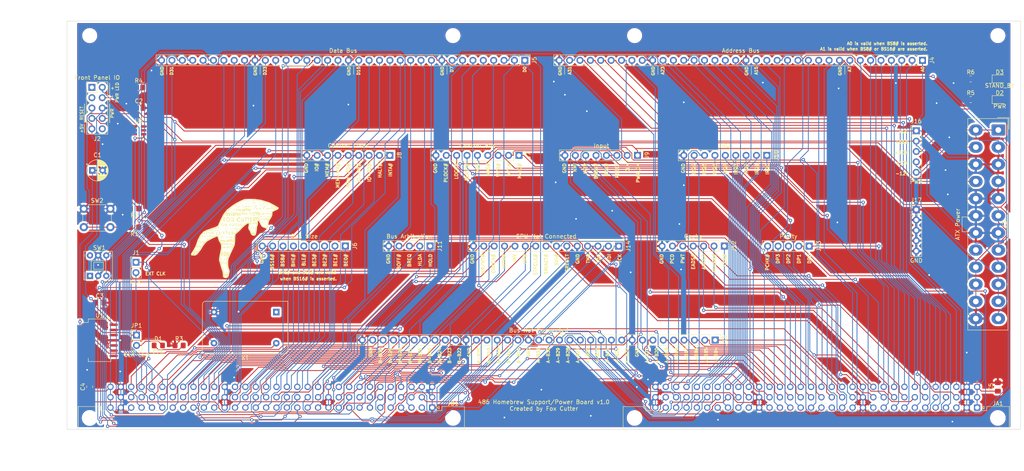
<source format=kicad_pcb>
(kicad_pcb (version 20211014) (generator pcbnew)
  (layers (0 "F.Cu" signal) (31 "B.Cu" signal) (34 "B.Paste" user) (35 "F.Paste" user) (36 "B.SilkS" user "B.Silkscreen") (37 "F.SilkS" user "F.Silkscreen") (38 "B.Mask" user) (39 "F.Mask" user) (44 "Edge.Cuts" user))
  (net 0 "")
  (net 1 "VCC")
  (net 2 "GND")
  (net 3 "D0")
  (net 4 "D1")
  (net 5 "D2")
  (net 6 "D3")
  (net 7 "D4")
  (net 8 "D5")
  (net 9 "D6")
  (net 10 "D7")
  (net 11 "D8")
  (net 12 "D9")
  (net 13 "D10")
  (net 14 "D11")
  (net 15 "D12")
  (net 16 "D13")
  (net 17 "D14")
  (net 18 "D15")
  (net 19 "D16")
  (net 20 "D17")
  (net 21 "D18")
  (net 22 "D19")
  (net 23 "D20")
  (net 24 "D21")
  (net 25 "D22")
  (net 26 "D23")
  (net 27 "D24")
  (net 28 "D25")
  (net 29 "PCHK#")
  (net 30 "DP3")
  (net 31 "DP2")
  (net 32 "DP1")
  (net 33 "DP0")
  (net 34 "FLUSH#")
  (net 35 "AHOLD")
  (net 36 "EADS#")
  (net 37 "PWT")
  (net 38 "PCD")
  (net 39 "IRQ0")
  (net 40 "IRQ6")
  (net 41 "IRQ7")
  (net 42 "D26")
  (net 43 "D27")
  (net 44 "D28")
  (net 45 "D29")
  (net 46 "D30")
  (net 47 "D31")
  (net 48 "CLK")
  (net 49 "RESET")
  (net 50 "KEN#")
  (net 51 "BE0#")
  (net 52 "BE1#")
  (net 53 "BE2#")
  (net 54 "BE3#")
  (net 55 "BLE#")
  (net 56 "BHE#")
  (net 57 "INTA#")
  (net 58 "HALT#")
  (net 59 "IO_RD#")
  (net 60 "IO_WR#")
  (net 61 "MEM_RD#")
  (net 62 "MEM_WR#")
  (net 63 "MEM#")
  (net 64 "IO#")
  (net 65 "IRQ1")
  (net 66 "IRQ2")
  (net 67 "IRQ3")
  (net 68 "A0")
  (net 69 "A1")
  (net 70 "A2")
  (net 71 "A3")
  (net 72 "A4")
  (net 73 "A5")
  (net 74 "A6")
  (net 75 "A7")
  (net 76 "A8")
  (net 77 "A9")
  (net 78 "A10")
  (net 79 "A11")
  (net 80 "A12")
  (net 81 "A13")
  (net 82 "A14")
  (net 83 "A15")
  (net 84 "A16")
  (net 85 "A17")
  (net 86 "A18")
  (net 87 "A19")
  (net 88 "A20")
  (net 89 "A21")
  (net 90 "A22")
  (net 91 "A23")
  (net 92 "A24")
  (net 93 "A25")
  (net 94 "Net-(D2-Pad1)")
  (net 95 "Net-(C1-Pad1)")
  (net 96 "Net-(D1-Pad2)")
  (net 97 "Net-(J1-Pad2)")
  (net 98 "Net-(J1-Pad1)")
  (net 99 "/RESET_BTN")
  (net 101 "A26")
  (net 102 "A27")
  (net 103 "A28")
  (net 104 "A29")
  (net 105 "A30")
  (net 106 "A31")
  (net 107 "ADS#")
  (net 108 "ADS")
  (net 109 "BLAST#")
  (net 110 "LOCK#")
  (net 111 "PLOCK#")
  (net 112 "RDY#")
  (net 113 "BRDY#")
  (net 114 "INTR")
  (net 115 "NMI")
  (net 116 "HOLD")
  (net 117 "HLDA")
  (net 118 "BREQ")
  (net 119 "BOFF#")
  (net 120 "BS8#")
  (net 121 "BS16#")
  (net 122 "IRQ4")
  (net 123 "IRQ5")
  (net 124 "+3.3V")
  (net 125 "+5VP")
  (net 126 "+12V")
  (net 127 "-12V")
  (net 129 "TCK")
  (net 130 "TDI")
  (net 131 "TDO")
  (net 132 "SRESET")
  (net 133 "SMI#")
  (net 134 "UP#")
  (net 135 "INV")
  (net 136 "HITM#")
  (net 137 "CACHE#")
  (net 138 "WB{slash}WT#")
  (net 141 "A_b14")
  (net 143 "PWR_OK")
  (net 144 "/PS_ON#")
  (net 145 "/PWR_LED-")
  (net 146 "A_b15")
  (net 147 "TMS")
  (net 148 "M{slash}IO#")
  (net 149 "D{slash}C#")
  (net 150 "W{slash}R#")
  (net 151 "SMIACT#")
  (net 152 "STPCLK#")
  (net 153 "Net-(D1-Pad1)")
  (net 154 "Net-(D3-Pad1)")
  (net 155 "A_b16")
  (net 156 "A_b17")
  (net 157 "A_b18")
  (net 158 "/PWR_BTN")
  (net 159 "A_b19")
  (net 160 "A_b20")
  (net 161 "A_b21")
  (net 162 "A_b23")
  (net 163 "A_b24")
  (net 164 "A_b25")
  (net 165 "A_b26")
  (net 166 "A_b27")
  (net 167 "A_b28")
  (net 168 "A_b29")
  (net 169 "A_b30")
  (net 170 "A_b31")
  (net 171 "B_b16")
  (net 172 "B_b17")
  (net 173 "B_b18")
  (net 174 "B_b19")
  (net 175 "B_b20")
  (net 176 "B_b22")
  (net 177 "B_b23")
  (net 178 "B_b24")
  (net 179 "B_b25")
  (net 180 "B_b26")
  (net 181 "B_b27")
  (net 182 "B_b28")
  (net 183 "B_b29")
  (net 184 "B_b30")
  (footprint "Connector_PinHeader_2.54mm:PinHeader_1x02_P2.54mm_Vertical" (layer "F.Cu") (at 44.297 109.75)
    (fp_text reference "J1")
    (fp_text value "CLK")
  )
  (footprint "MountingHole:MountingHole_2.7mm_M2.5_ISO7380" (layer "F.Cu") (at 32.975 54.22)
    (fp_text reference "REF1" hide)
    (fp_text value "MountingHole_2.7mm_M2.5_ISO7380" hide)
  )
  (footprint "Private Lib:7mm x 7mm  Tactile Switch" (layer "F.Cu") (at 35.039 110.573)
    (fp_text reference "SW1")
    (fp_text value "Power")
  )
  (footprint "Connector_PinHeader_2.54mm:PinHeader_1x36_P2.54mm_Vertical" (layer "F.Cu") (at 236.7801 60.275 -90)
    (fp_text reference "J4")
    (fp_text value "Address Bus")
  )
  (footprint "Connector_DIN:DIN41612_R_3x32_Male_Horizontal_THT" (layer "F.Cu") (at 116.795 145.35 180)
    (fp_text reference "JB1")
    (fp_text value "DIN41612_03x32_ABC")
  )
  (footprint "Capacitor_THT:CP_Radial_D5.0mm_P2.50mm" (layer "F.Cu") (at 33.6249 87.23)
    (fp_text reference "C1")
    (fp_text value "10uF")
  )
  (footprint "Connector_PinHeader_2.54mm:PinHeader_1x05_P2.54mm_Vertical" (layer "F.Cu") (at 235.2522 96.845)
    (fp_text reference "J17")
    (fp_text value "GND")
  )
  (footprint "MountingHole:MountingHole_2.7mm_M2.5_ISO7380" (layer "F.Cu") (at 255.225 54.22)
    (fp_text reference "REF4" hide)
    (fp_text value "MountingHole_2.7mm_M2.5_ISO7380" hide)
  )
  (footprint "MountingHole:MountingHole_2.7mm_M2.5_ISO7380" (layer "F.Cu") (at 166.325 54.22)
    (fp_text reference "REF3" hide)
    (fp_text value "MountingHole_2.7mm_M2.5_ISO7380" hide)
  )
  (footprint "Connector_PinHeader_2.54mm:PinHeader_1x05_P2.54mm_Vertical" (layer "F.Cu") (at 209.0452 105.782 -90)
    (fp_text reference "J13")
    (fp_text value "Parity")
  )
  (footprint "Resistor_SMD:R_0805_2012Metric_Pad1.20x1.40mm_HandSolder" (layer "F.Cu") (at 43.945 96.603 180)
    (fp_text reference "R2")
    (fp_text value "1k")
  )
  (footprint "Connector_PinHeader_2.54mm:PinHeader_1x35_P2.54mm_Vertical" (layer "F.Cu") (at 186.0452 128.808 -90)
    (fp_text reference "J15")
    (fp_text value "Bus Not Connected")
  )
  (footprint "Connector_PinHeader_2.54mm:PinHeader_1x09_P2.54mm_Vertical" (layer "F.Cu") (at 106.4135 83.558 -90)
    (fp_text reference "J8")
    (fp_text value "Control Lines")
  )
  (footprint "Connector_PinHeader_2.54mm:PinHeader_1x07_P2.54mm_Vertical" (layer "F.Cu") (at 188.2915 105.772 -90)
    (fp_text reference "J12")
    (fp_text value "Cache")
  )
  (footprint "Capacitor_SMD:C_0805_2012Metric_Pad1.18x1.45mm_HandSolder" (layer "F.Cu") (at 32.97 140.25 90)
    (fp_text reference "C4")
    (fp_text value "1uf")
  )
  (footprint "Connector_PinHeader_2.54mm:PinHeader_1x09_P2.54mm_Vertical" (layer "F.Cu") (at 95.5302 105.772 -90)
    (fp_text reference "J6")
    (fp_text value "Bus Size")
  )
  (footprint "Connector_PinHeader_2.54mm:PinHeader_1x05_P2.54mm_Vertical" (layer "F.Cu") (at 116.284 105.772 -90)
    (fp_text reference "J11")
    (fp_text value "Bus Arbitration")
  )
  (footprint "Resistor_SMD:R_0805_2012Metric_Pad1.20x1.40mm_HandSolder" (layer "F.Cu") (at 248.576 64.822)
    (fp_text reference "R6")
    (fp_text value "470")
  )
  (footprint "Connector_Molex:Molex_Mini-Fit_Jr_5566-24A_2x12_P4.20mm_Vertical" (layer "F.Cu") (at 255.33 77.35 -90)
    (fp_text reference "J3")
    (fp_text value "ATX Power")
  )
  (footprint "Resistor_SMD:R_0805_2012Metric_Pad1.20x1.40mm_HandSolder" (layer "F.Cu") (at 248.576 69.902)
    (fp_text reference "R5")
    (fp_text value "470")
  )
  (footprint "Connector_PinHeader_2.54mm:PinHeader_1x09_P2.54mm_Vertical" (layer "F.Cu") (at 138.0202 83.558 -90)
    (fp_text reference "J7")
    (fp_text value "Control Bus")
  )
  (footprint "Capacitor_SMD:C_0805_2012Metric_Pad1.18x1.45mm_HandSolder" (layer "F.Cu") (at 255.22 140.2875 90)
    (fp_text reference "C5")
    (fp_text value "1uf")
  )
  (footprint "MountingHole:MountingHole_2.7mm_M2.5_ISO7380" (layer "F.Cu") (at 121.875 54.22)
    (fp_text reference "REF2" hide)
    (fp_text value "MountingHole_2.7mm_M2.5_ISO7380" hide)
  )
  (footprint "Connector_PinHeader_2.54mm:PinHeader_2x05_P2.54mm_Vertical" (layer "F.Cu") (at 33.51 66.89)
    (fp_text reference "J2")
    (fp_text value "Front Panel IO")
  )
  (footprint "Resistor_SMD:R_0805_2012Metric_Pad1.20x1.40mm_HandSolder" (layer "F.Cu") (at 44.96 66.92)
    (fp_text reference "R4")
    (fp_text value "470")
  )
  (footprint "LED_SMD:LED_0805_2012Metric_Pad1.15x1.40mm_HandSolder" (layer "F.Cu") (at 255.672 69.902)
    (fp_text reference "D2")
    (fp_text value "PWR")
  )
  (footprint "Connector_PinHeader_2.54mm:PinHeader_1x15_P2.54mm_Vertical" (layer "F.Cu") (at 162.4377 105.782 -90)
    (fp_text reference "J14")
    (fp_text value "CPU Not Connected")
  )
  (footprint "Connector_PinHeader_2.54mm:PinHeader_1x08_P2.54mm_Vertical" (layer "F.Cu") (at 167.0502 83.558 -90)
    (fp_text reference "J9")
    (fp_text value "Input")
  )
  (footprint "Connector_PinHeader_2.54mm:PinHeader_1x05_P2.54mm_Vertical" (layer "F.Cu") (at 235.2522 77.536)
    (fp_text reference "J16")
    (fp_text value "PWR")
  )
  (footprint "Private Lib:Fox Logo" (layer "F.Cu") (at 68.56 104.25)
    (fp_text reference "G***" hide)
    (fp_text value "LOGO" hide)
  )
  (footprint "Connector_PinHeader_2.54mm:PinHeader_1x02_P2.54mm_Vertical" (layer "F.Cu") (at 44.437 127.586)
    (fp_text reference "JP1")
    (fp_text value "CLK LED")
  )
  (footprint "Resistor_SMD:R_0805_2012Metric_Pad1.20x1.40mm_HandSolder" (layer "F.Cu") (at 43.945 101.175 180)
    (fp_text reference "R1")
    (fp_text value "10k")
  )
  (footprint "Button_Switch_THT:SW_PUSH_6mm" (layer "F.Cu") (at 31.535 96.639)
    (fp_text reference "SW2")
    (fp_text value "Reset")
  )
  (footprint "LED_SMD:LED_0805_2012Metric_Pad1.15x1.40mm_HandSolder" (layer "F.Cu") (at 255.672 64.822)
    (fp_text reference "D3")
    (fp_text value "STAND_BY")
  )
  (footprint "Connector_DIN:DIN41612_R_3x32_Male_Horizontal_THT" (layer "F.Cu") (at 250.145 145.35 180)
    (fp_text reference "JA1")
    (fp_text value "DIN41612_03x32_ABC")
  )
  (footprint "Connector_PinHeader_2.54mm:PinHeader_1x36_P2.54mm_Vertical" (layer "F.Cu") (at 139.4581 60.275 -90)
    (fp_text reference "J5")
    (fp_text value "Data Bus")
  )
  (footprint "Connector_PinHeader_2.54mm:PinHeader_1x09_P2.54mm_Vertical" (layer "F.Cu") (at 198.6835 83.558 -90)
    (fp_text reference "J10")
    (fp_text value "IRQ")
  )
  (footprint "Capacitor_SMD:C_0805_2012Metric_Pad1.18x1.45mm_HandSolder" (layer "F.Cu") (at 35.42 119.65)
    (fp_text reference "C3")
    (fp_text value "1uf")
  )
  (footprint "LED_SMD:LED_0805_2012Metric_Pad1.15x1.40mm_HandSolder" (layer "F.Cu") (at 49.771 130.131)
    (fp_text reference "D1")
    (fp_text value "CLK")
  )
  (footprint "Package_TO_SOT_SMD:TSOT-23-6" (layer "F.Cu") (at 45.02 77.43)
    (fp_text reference "U2")
    (fp_text value "Max16054")
  )
  (footprint "Oscillator:Oscillator_DIP-14" (layer "F.Cu") (at 78.63 121.95 180)
    (fp_text reference "X1")
    (fp_text value "CXO_DIP14")
  )
  (footprint "Capacitor_SMD:C_0805_2012Metric_Pad1.18x1.45mm_HandSolder" (layer "F.Cu") (at 44.99 71.94)
    (fp_text reference "C2")
    (fp_text value "1uf")
  )
  (footprint "Resistor_SMD:R_0805_2012Metric_Pad1.20x1.40mm_HandSolder" (layer "F.Cu") (at 54.851 130.131)
    (fp_text reference "R3")
    (fp_text value "470")
  )
  (footprint "Package_SO:SO-14_5.3x10.2mm_P1.27mm" (layer "F.Cu") (at 35.3865 128.861)
    (fp_text reference "U1")
    (fp_text value "74HC14")
  )
  (gr_line (start 31.705 75.99) (end 31.705 78.08) (layer "F.SilkS") (width 0.15))
  (gr_line (start 120.408 63.73) (end 120.408 61.73) (layer "F.SilkS") (width 0.12))
  (gr_line (start 172.03 63.73) (end 172.03 61.73) (layer "F.SilkS") (width 0.12))
  (gr_line (start 149.17 63.73) (end 149.17 61.73) (layer "F.SilkS") (width 0.12))
  (gr_line (start 217.77 63.73) (end 217.77 61.73) (layer "F.SilkS") (width 0.12))
  (gr_line (start 74.678 63.73) (end 74.678 61.73) (layer "F.SilkS") (width 0.12))
  (gr_line (start 37.865 70.93) (end 37.865 75.58) (layer "F.SilkS") (width 0.15))
  (gr_line (start 194.9 63.73) (end 194.9 61.73) (layer "F.SilkS") (width 0.12))
  (gr_line (start 37.865 65.85) (end 37.865 70.5) (layer "F.SilkS") (width 0.15))
  (gr_line (start 51.828 63.73) (end 51.828 61.73) (layer "F.SilkS") (width 0.12))
  (gr_line (start 97.568 63.73) (end 97.568 61.73) (layer "F.SilkS") (width 0.12))
  (gr_line (start 31.705 70.93) (end 31.705 75.58) (layer "F.SilkS") (width 0.15))
  (gr_rect (start 27.425 50.65) (end 260.775 150.65) (layer "Edge.Cuts") (width 0.1) (fill none))
  (gr_text "VCC\n\n+5SB\n\n+3.3V\n\n+12V\n\n-12V" (at 233.4742 82.87) (layer "F.SilkS") (effects (font (size 0.8 0.8) (thickness 0.1825)) (justify right)))
  (gr_text "GND\n\nNMI\n\nINTR\n\nBRDY#\n\nRDY#\n\nRESET\n\nCLK\n\nPWR_OK" (at 158.1702 85.3855 90) (layer "F.SilkS") (effects (font (size 0.8 0.8) (thickness 0.1825)) (justify right)))
  (gr_text "GND\n\nB-B30\n\nB-B29\n\nB-B28\n\nB-B27\n\nB-B26\n\nB-B25\n\nB-B24\n\nB-B23\n\nB-B22\n\nGND\n\nB-B20\n\nB-B19\n\nB-B18\n\nB-B17\n\nB-B16\n\nGND\n\nA-B31\n\nA-B30\n\nA-B29\n\nA-B28\n\nA-B27\n\nA-B26\n\nA-B25\n\nA-B24\n\nA-B23\n\nA-B22\n\nGND\n\nA-B21\n\nA-B20\n\nA-B19\n\nA-B18\n\nA-B17\n\nA-B16\n\nA-B15\n\nA-B14" (at 143.9702 130.558 90) (layer "F.SilkS") (effects (font (size 0.75 0.75) (thickness 0.1825)) (justify right)))
  (gr_text "RESET" (at 31.015 73.225 90) (layer "F.SilkS") (effects (font (size 0.75 0.75))))
  (gr_text "GND\n\nWR/WT#\n\nCHACH#\n\nHITM#\n\nINV\n\nUP#\n\nSTPCLK#\n\nSMIACT#\n\nSMI#\n\nSRESET\n\nGND\n\nTMS\n\nTDO\n\nTDI\n\nTCK" (at 144.6552 107.602 90) (layer "F.SilkS") (effects (font (size 0.8 0.8) (thickness 0.1825)) (justify right)))
  (gr_text "GND\n\nD31" (at 51.848 61.67 90) (layer "F.SilkS") (effects (font (size 0.73 0.73) (thickness 0.1825)) (justify right)))
  (gr_text "GND\n\nA23" (at 172.04 61.67 90) (layer "F.SilkS") (effects (font (size 0.73 0.73) (thickness 0.1825)) (justify right)))
  (gr_text "GND\n\nD7" (at 120.428 61.67 90) (layer "F.SilkS") (effects (font (size 0.73 0.73) (thickness 0.1825)) (justify right)))
  (gr_text "GND\n\nA31" (at 149.28 61.67 90) (layer "F.SilkS") (effects (font (size 0.73 0.73) (thickness 0.1825)) (justify right)))
  (gr_text "GND\n\nIO#\n\nMEM#\n\nMEM-WR#\n\nMEM-RD#\n\nIO-WR#\n\nIO-RD#\n\nHALT#\n\nINTA#" (at 96.268534 85.3555 90) (layer "F.SilkS") (effects (font (size 0.8 0.8) (thickness 0.1825)) (justify right)))
  (gr_text "GND\n\nIRQ7\n\nIRQ6\n\nIRQ5\n\nIRQ4\n\nIRQ3\n\nIRQ2\n\nIRQ1\n\nIRQ0" (at 188.533534 85.3855 90) (layer "F.SilkS") (effects (font (size 0.8 0.8) (thickness 0.1825)) (justify right)))
  (gr_text "GND\n\nD15" (at 97.588 61.67 90) (layer "F.SilkS") (effects (font (size 0.73 0.73) (thickness 0.1825)) (justify right)))
  (gr_text "GND\n\nPCD\n\nPWT\n\nEADS#\n\nAHOLD\n\nFLUSH#\n\nKEN#" (at 180.68145 107.602 90) (layer "F.SilkS") (effects (font (size 0.8 0.8) (thickness 0.1825)) (justify right)))
  (gr_text "D0" (at 139.438 61.67 90) (layer "F.SilkS") (effects (font (size 0.73 0.73) (thickness 0.1825)) (justify right)))
  (gr_text "-  +\nPWR LED\n" (at 39.10875 68.155 90) (layer "F.SilkS") (effects (font (size 0.75 0.75))))
  (gr_text "486 Homebrew Support/Power Board v1.0\nCreated by Fox Cutter" (at 144.1 144.79) (layer "F.SilkS") (effects (font (size 1 1))))
  (gr_text "PCHK#\n\nDP3\n\nDP2\n\nDP1\n\nDP0" (at 203.970232 107.612 90) (layer "F.SilkS") (effects (font (size 0.8 0.8) (thickness 0.1825)) (justify right)))
  (gr_text "GND\n\nBS16#\n\nBS8#\n\nBHE#\n\nBLE#\n\nBE3#\n\nBE2#\n\nBE1#\n\nBE0#" (at 85.3677 107.5995 90) (layer "F.SilkS") (effects (font (size 0.8 0.8) (thickness 0.1825)) (justify right)))
  (gr_text "when BS16# is asserted." (at 86.4702 113.782) (layer "F.SilkS") (effects (font (size 0.73 0.73) (thickness 0.1825))))
  (gr_text "PWR" (at 38.505 73.255 90) (layer "F.SilkS") (effects (font (size 0.75 0.75))))
  (gr_text "A0 is valid when BS8# is asserted." (at 238.083 56.16) (layer "F.SilkS") (effects (font (size 0.73 0.73) (thickness 0.1825)) (justify right)))
  (gr_text "GND\n\nBOFF#\n\nBREQ\n\nHLDA\n\nHOLD" (at 111.216416 107.602 90) (layer "F.SilkS") (effects (font (size 0.8 0.8) (thickness 0.1825)) (justify right)))
  (gr_text "EXT CLK" (at 51.663 112.544) (layer "F.SilkS") (effects (font (size 0.8 0.8) (thickness 0.1825)) (justify right)))
  (gr_text "GND\n\nD23" (at 74.698 61.67 90) (layer "F.SilkS") (effects (font (size 0.73 0.73) (thickness 0.1825)) (justify right)))
  (gr_text "+5V" (at 31.015 76.955 90) (layer "F.SilkS") (effects (font (size 0.75 0.75))))
  (gr_text "A1 is valid when BS8# or BS16# are asserted." (at 238.09 57.49) (layer "F.SilkS") (effects (font (size 0.73 0.73) (thickness 0.1825)) (justify right)))
  (gr_text "GND\n\nA7" (at 217.78 61.67 90) (layer "F.SilkS") (effects (font (size 0.73 0.73) (thickness 0.1825)) (justify right)))
  (gr_text "BHE# and BLE# are valid " (at 86.4702 112.258) (layer "F.SilkS") (effects (font (size 0.73 0.73) (thickness 0.1825))))
  (gr_text "A0" (at 236.83 61.66 90) (layer "F.SilkS") (effects (font (size 0.73 0.73) (thickness 0.1825)) (justify right)))
  (gr_text "GND\n\nPLOCK#\n\nLOCK#\n\nBLAST#\n\nADS\n\nADS#\n\nW/R#\n\nD/C#\n\nM/IO#" (at 127.8627 85.3855 90) (layer "F.SilkS") (effects (font (size 0.8 0.8) (thickness 0.1825)) (justify right)))
  (gr_text "GND\n\nA15" (at 194.91 61.67 90) (layer "F.SilkS") (effects (font (size 0.73 0.73) (thickness 0.1825)) (justify right)))
  (segment (start 77.5004 130.6996) (end 78.63 129.57) (width 0.2) (layer "F.Cu") (net 1))
  (segment (start 53.8076 75.3125) (end 52.7574 74.2623) (width 0.2) (layer "F.Cu") (net 1))
  (segment (start 255.33 98.35) (end 255.33 100.0001) (width 0.2) (layer "F.Cu") (net 1))
  (segment (start 255.22 141.325) (end 251.2 141.325) (width 0.2) (layer "F.Cu") (net 1))
  (segment (start 46.1575 76.48) (end 50.561 76.48) (width 0.2) (layer "F.Cu") (net 1))
  (segment (start 257.2802 103.2752) (end 255.9054 104.65) (width 0.2) (layer "F.Cu") (net 1))
  (segment (start 251.2 141.325) (end 250.145 140.27) (width 0.2) (layer "F.Cu") (net 1))
  (segment (start 58.6554 130.6996) (end 77.5004 130.6996) (width 0.2) (layer "F.Cu") (net 1))
  (segment (start 255.33 100.0001) (end 255.4331 100.0001) (width 0.2) (layer "F.Cu") (net 1))
  (segment (start 255.9054 104.65) (end 254.7314 104.65) (width 0.2) (layer "F.Cu") (net 1))
  (segment (start 56.0966 77.6015) (end 53.8076 75.3125) (width 0.2) (layer "F.Cu") (net 1))
  (segment (start 37.0375 141.2875) (end 38.055 140.27) (width 0.2) (layer "F.Cu") (net 1))
  (segment (start 249.83 110.95) (end 249.83 109.2999) (width 0.2) (layer "F.Cu") (net 1))
  (segment (start 234.1021 77.536) (end 234.0366 77.6015) (width 0.2) (layer "F.Cu") (net 1))
  (segment (start 257.2802 101.8472) (end 257.2802 103.2752) (width 0.2) (layer "F.Cu") (net 1))
  (segment (start 235.2522 77.536) (end 234.1021 77.536) (width 0.2) (layer "F.Cu") (net 1))
  (segment (start 46.2748 74.2623) (end 43.9525 71.94) (width 0.2) (layer "F.Cu") (net 1))
  (segment (start 255.4331 100.0001) (end 257.2802 101.8472) (width 0.2) (layer "F.Cu") (net 1))
  (segment (start 50.561 76.48) (end 53.8076 79.7266) (width 0.2) (layer "F.Cu") (net 1))
  (segment (start 52.7574 74.2623) (end 46.2748 74.2623) (width 0.2) (layer "F.Cu") (net 1))
  (segment (start 254.7314 104.65) (end 250.0815 109.2999) (width 0.2) (layer "F.Cu") (net 1))
  (segment (start 250.0815 109.2999) (end 249.83 109.2999) (width 0.2) (layer "F.Cu") (net 1))
  (segment (start 234.0366 77.6015) (end 56.0966 77.6015) (width 0.2) (layer "F.Cu") (net 1))
  (segment (start 32.97 141.2875) (end 37.0375 141.2875) (width 0.2) (layer "F.Cu") (net 1))
  (via (at 53.8076 75.3125) (size 0.8) (drill 0.4) (layers "F.Cu" "B.Cu") (net 1))
  (via (at 58.6554 130.6996) (size 0.8) (drill 0.4) (layers "F.Cu" "B.Cu") (net 1))
  (via (at 53.8076 79.7266) (size 0.8) (drill 0.4) (layers "F.Cu" "B.Cu") (net 1))
  (segment (start 255.33 89.95) (end 255.33 88.2999) (width 0.2) (layer "B.Cu") (net 1))
  (segment (start 250.7315 84.0058) (end 242.8721 84.0058) (width 0.2) (layer "B.Cu") (net 1))
  (segment (start 255.33 96.6999) (end 255.2269 96.6999) (width 0.2) (layer "B.Cu") (net 1))
  (segment (start 250.145 142.81) (end 250.145 145.35) (width 0.2) (layer "B.Cu") (net 1))
  (segment (start 255.33 90.775) (end 255.33 91.6001) (width 0.2) (layer "B.Cu") (net 1))
  (segment (start 38.055 140.27) (end 38.055 115.4786) (width 0.2) (layer "B.Cu") (net 1))
  (segment (start 50.8547 146.8391) (end 52.0035 145.6903) (width 0.2) (layer "B.Cu") (net 1))
  (segment (start 39.3015 108.3061) (end 53.8076 93.8) (width 0.2) (layer "B.Cu") (net 1))
  (segment (start 249.83 115.15) (end 249.83 119.35) (width 0.2) (layer "B.Cu") (net 1))
  (segment (start 53.8076 93.8) (end 53.8076 79.7266) (width 0.2) (layer "B.Cu") (net 1))
  (segment (start 38.055 142.81) (end 38.055 140.27) (width 0.2) (layer "B.Cu") (net 1))
  (segment (start 249.83 119.35) (end 249.83 121.0001) (width 0.2) (layer "B.Cu") (net 1))
  (segment (start 53.8076 79.7266) (end 53.8076 75.3125) (width 0.2) (layer "B.Cu") (net 1))
  (segment (start 39.3015 114.2321) (end 39.3015 108.3061) (width 0.2) (layer "B.Cu") (net 1))
  (segment (start 249.83 121.0001) (end 249.9331 121.0001) (width 0.2) (layer "B.Cu") (net 1))
  (segment (start 250.145 140.27) (end 250.145 142.81) (width 0.2) (layer "B.Cu") (net 1))
  (segment (start 242.8721 84.0058) (end 236.4023 77.536) (width 0.2) (layer "B.Cu") (net 1))
  (segment (start 253.338 93.4691) (end 255.207 91.6001) (width 0.2) (layer "B.Cu") (net 1))
  (segment (start 38.055 145.35) (end 39.5441 146.8391) (width 0.2) (layer "B.Cu") (net 1))
  (segment (start 255.0256 88.2999) (end 250.7315 84.0058) (width 0.2) (layer "B.Cu") (net 1))
  (segment (start 255.207 91.6001) (end 255.33 91.6001) (width 0.2) (layer "B.Cu") (net 1))
  (segment (start 39.5441 146.8391) (end 50.8547 146.8391) (width 0.2) (layer "B.Cu") (net 1))
  (segment (start 255.33 97.5249) (end 255.33 96.6999) (width 0.2) (layer "B.Cu") (net 1))
  (segment (start 251.8191 138.5959) (end 250.145 140.27) (width 0.2) (layer "B.Cu") (net 1))
  (segment (start 255.33 88.2999) (end 255.0256 88.2999) (width 0.2) (layer "B.Cu") (net 1))
  (segment (start 38.055 115.4786) (end 39.3015 114.2321) (width 0.2) (layer "B.Cu") (net 1))
  (segment (start 255.33 98.35) (end 255.33 98.2996) (width 0.2) (layer "B.Cu") (net 1))
  (segment (start 249.9331 121.0001) (end 251.8191 122.8861) (width 0.2) (layer "B.Cu") (net 1))
  (segment (start 251.8191 122.8861) (end 251.8191 138.5959) (width 0.2) (layer "B.Cu") (net 1))
  (segment (start 255.33 97.5249) (end 255.33 98.2996) (width 0.2) (layer "B.Cu") (net 1))
  (segment (start 255.33 90.775) (end 255.33 89.95) (width 0.2) (layer "B.Cu") (net 1))
  (segment (start 253.338 94.811) (end 253.338 93.4691) (width 0.2) (layer "B.Cu") (net 1))
  (segment (start 38.055 145.35) (end 38.055 142.81) (width 0.2) (layer "B.Cu") (net 1))
  (segment (start 52.0035 145.6903) (end 52.0035 137.3515) (width 0.2) (layer "B.Cu") (net 1))
  (segment (start 249.83 115.15) (end 249.83 110.95) (width 0.2) (layer "B.Cu") (net 1))
  (segment (start 255.2269 96.6999) (end 253.338 94.811) (width 0.2) (layer "B.Cu") (net 1))
  (segment (start 52.0035 137.3515) (end 58.6554 130.6996) (width 0.2) (layer "B.Cu") (net 1))
  (segment (start 235.2522 77.536) (end 236.4023 77.536) (width 0.2) (layer "B.Cu") (net 1))
  (segment (start 124.8916 127.6132) (end 123.9351 128.5697) (width 0.2) (layer "F.Cu") (net 2))
  (segment (start 104.9739 105.772) (end 103.8237 106.9222) (width 0.2) (layer "F.Cu") (net 2))
  (segment (start 33.51 74.51) (end 34.6601 74.51) (width 0.2) (layer "F.Cu") (net 2))
  (segment (start 37.5514 129.7348) (end 37.5514 130.509) (width 0.2) (layer "F.Cu") (net 2))
  (segment (start 172.5011 141.3661) (end 172.5011 141.7139) (width 0.2) (layer "F.Cu") (net 2))
  (segment (start 100.4244 59.1239) (end 117.1244 59.1239) (width 0.2) (layer "F.Cu") (net 2))
  (segment (start 67.0962 143.9112) (end 90.2938 143.9112) (width 0.2) (layer "F.Cu") (net 2))
  (segment (start 43.8825 78.38) (end 43.8825 77.43) (width 0.2) (layer "F.Cu") (net 2))
  (segment (start 97.4282 60.0367) (end 96.5158 59.1243) (width 0.2) (layer "F.Cu") (net 2))
  (segment (start 165.7252 128.808) (end 164.5751 128.808) (width 0.2) (layer "F.Cu") (net 2))
  (segment (start 96.2781 60.275) (end 97.4282 60.275) (width 0.2) (layer "F.Cu") (net 2))
  (segment (start 32.3432 136.1096) (end 32.3432 138.3949) (width 0.2) (layer "F.Cu") (net 2))
  (segment (start 38.2854 70.8847) (end 41.9421 70.8847) (width 0.2) (layer "F.Cu") (net 2))
  (segment (start 40.595 140.27) (end 39.4421 139.1171) (width 0.2) (layer "F.Cu") (net 2))
  (segment (start 117.1244 59.1239) (end 117.988 59.9875) (width 0.2) (layer "F.Cu") (net 2))
  (segment (start 38.849 128.861) (end 40.4374 128.861) (width 0.2) (layer "F.Cu") (net 2))
  (segment (start 63.4943 121.8457) (end 69.3981 121.8457) (width 0.2) (layer "F.Cu") (net 2))
  (segment (start 63.39 121.95) (end 62.032 121.95) (width 0.2) (layer "F.Cu") (net 2))
  (segment (start 45.7658 128.67) (end 52.39 128.67) (width 0.2) (layer "F.Cu") (net 2))
  (segment (start 141.4753 128.808) (end 141.4753 129.0955) (width 0.2) (layer "F.Cu") (net 2))
  (segment (start 255.1648 139.1948) (end 248.6802 139.1948) (width 0.2) (layer "F.Cu") (net 2))
  (segment (start 126.3027 105.782) (end 127.4883 104.5964) (width 0.2) (layer "F.Cu") (net 2))
  (segment (start 192.45 60.5133) (end 191.5381 61.4252) (width 0.2) (layer "F.Cu") (net 2))
  (segment (start 36.05 71.97) (end 37.2001 71.97) (width 0.2) (layer "F.Cu") (net 2))
  (segment (start 119.1381 60.275) (end 120.2882 60.275) (width 0.2) (layer "F.Cu") (net 2))
  (segment (start 192.45 60.5133) (end 193.3619 61.4252) (width 0.2) (layer "F.Cu") (net 2))
  (segment (start 43.8825 77.43) (end 43.3741 77.43) (width 0.2) (layer "F.Cu") (net 2))
  (segment (start 140.9003 128.808) (end 140.3252 128.808) (width 0.2) (layer "F.Cu") (net 2))
  (segment (start 50.5581 60.275) (end 50.5581 61.4251) (width 0.2) (layer "F.Cu") (net 2))
  (segment (start 100.8857 127.6075) (end 122.9729 127.6075) (width 0.2) (layer "F.Cu") (net 2))
  (segment (start 41.7241 75.78) (end 39.8408 75.78) (width 0.2) (layer "F.Cu") (net 2))
  (segment (start 103.8237 106.9222) (end 77.223 106.9222) (width 0.2) (layer "F.Cu") (net 2))
  (segment (start 49.4549 61.4251) (end 48.0994 62.7806) (width 0.2) (layer "F.Cu") (net 2))
  (segment (start 99.6852 128.808) (end 100.8857 127.6075) (width 0.2) (layer "F.Cu") (net 2))
  (segment (start 33.225 131.7892) (end 32.3432 132.671) (width 0.2) (layer "F.Cu") (net 2))
  (segment (start 31.535 96.639) (end 38.035 96.639) (width 0.2) (layer "F.Cu") (net 2))
  (segment (start 91.395 142.81) (end 91.395 140.27) (width 0.2) (layer "F.Cu") (net 2))
  (segment (start 106.124 105.772) (end 107.2741 105.772) (width 0.2) (layer "F.Cu") (net 2))
  (segment (start 99.6282 59.3402) (end 100.2081 59.3402) (width 0.2) (layer "F.Cu") (net 2))
  (segment (start 71.4055 61.4251) (end 50.5581 61.4251) (width 0.2) (layer "F.Cu") (net 2))
  (segment (start 73.4181 60.275) (end 74.5682 60.275) (width 0.2) (layer "F.Cu") (net 2))
  (segment (start 37.2001 71.97) (end 38.2854 70.8847) (width 0.2) (layer "F.Cu") (net 2))
  (segment (start 46.867 66.2173) (end 46.5685 65.9188) (width 0.2) (layer "F.Cu") (net 2))
  (segment (start 249.576 65.8521) (end 249.576 64.822) (width 0.2) (layer "F.Cu") (net 2))
  (segment (start 120.2882 60.5133) (end 120.2882 60.275) (width 0.2) (layer "F.Cu") (net 2))
  (segment (start 119.1381 60.275) (end 117.988 60.275) (width 0.2) (layer "F.Cu") (net 2))
  (segment (start 99.4119 59.1239) (end 99.6282 59.3402) (width 0.2) (layer "F.Cu") (net 2))
  (segment (start 106.124 105.772) (end 104.9739 105.772) (width 0.2) (layer "F.Cu") (net 2))
  (segment (start 141.4753 129.0955) (end 142.3573 129.9775) (width 0.2) (layer "F.Cu") (net 2))
  (segment (start 122.9729 127.6075) (end 123.9351 128.5697) (width 0.2) (layer "F.Cu") (net 2))
  (segment (start 255.22 139.25) (end 255.1648 139.1948) (width 0.2) (layer "F.Cu") (net 2))
  (segment (start 147.8801 60.275) (end 146.73 60.275) (width 0.2) (layer "F.Cu") (net 2))
  (segment (start 216.6983 61.4252) (end 217.6102 60.5133) (width 0.2) (layer "F.Cu") (net 2))
  (segment (start 140.3252 128.808) (end 139.1751 128.808) (width 0.2) (layer "F.Cu") (net 2))
  (segment (start 40.4374 128.861) (end 45.5748 128.861) (width 0.2) (layer "F.Cu") (net 2))
  (segment (start 139.1751 128.808) (end 139.1751 128.5205) (width 0.2) (layer "F.Cu") (net 2))
  (segment (start 44.9722 70.8847) (end 46.867 68.9899) (width 0.2) (layer "F.Cu") (net 2))
  (segment (start 44.9722 70.8847) (end 46.0275 71.94) (width 0.2) (layer "F.Cu") (net 2))
  (segment (start 107.2741 106.0103) (end 107.2741 105.772) (width 0.2) (layer "F.Cu") (net 2))
  (segment (start 191.5381 61.4252) (end 170.7634 61.4252) (width 0.2) (layer "F.Cu") (net 2))
  (segment (start 98.341 59.1239) (end 99.4119 59.1239) (width 0.2) (layer "F.Cu") (net 2))
  (segment (start 192.45 60.5133) (end 192.45 60.275) (width 0.2) (layer "F.Cu") (net 2))
  (segment (start 97.4282 60.0367) (end 97.4282 60.275) (width 0.2) (layer "F.Cu") (net 2))
  (segment (start 73.4181 60.275) (end 72.268 60.275) (width 0.2) (layer "F.Cu") (net 2))
  (segment (start 96.5158 59.1243) (end 75.4806 59.1243) (width 0.2) (layer "F.Cu") (net 2))
  (segment (start 196.805 145.35) (end 197.9067 146.4517) (width 0.2) (layer "F.Cu") (net 2))
  (segment (start 152.2777 105.782) (end 151.1276 105.782) (width 0.2) (layer "F.Cu") (net 2))
  (segment (start 76.3603 106.0595) (end 76.3603 105.772) (width 0.2) (layer "F.Cu") (net 2))
  (segment (start 190.6498 143.2615) (end 191.4683 144.08) (width 0.2) (layer "F.Cu") (net 2))
  (segment (start 171.405 140.27) (end 172.5011 141.3661) (width 0.2) (layer "F.Cu") (net 2))
  (segment (start 44.9612 65.9188) (end 43.96 66.92) (width 0.2) (layer "F.Cu") (net 2))
  (segment (start 150.0006 59.0663) (end 149.0302 60.0367) (width 0.2) (layer "F.Cu") (net 2))
  (segment (start 123.9351 128.5697) (end 123.9351 128.808) (width 0.2) (layer "F.Cu") (net 2))
  (segment (start 72.268 60.5626) (end 71.4055 61.4251) (width 0.2) (layer "F.Cu") (net 2))
  (segment (start 244.3835 65.8521) (end 230.2611 65.8521) (width 0.2) (layer "F.Cu") (net 2))
  (segment (start 149.0302 60.0367) (end 149.0302 60.275) (width 0.2) (layer "F.Cu") (net 2))
  (segment (start 189.61 141.7139) (end 190.6498 142.7537) (width 0.2) (layer "F.Cu") (net 2))
  (segment (start 139.1751 128.5205) (end 138.2678 127.6132) (width 0.2) (layer "F.Cu") (net 2))
  (segment (start 147.8801 60.275) (end 149.0302 60.275) (width 0.2) (layer "F.Cu") (net 2))
  (segment (start 255.33 102.55) (end 249.83 102.55) (width 0.2) (layer "F.Cu") (net 2))
  (segment (start 222.205 146.4517) (end 246.5033 146.4517) (width 0.2) (layer "F.Cu") (net 2))
  (segment (start 164.5751 129.0463) (end 164.5751 128.808) (width 0.2) (layer "F.Cu") (net 2))
  (segment (start 40.1648 123.3573) (end 36.4575 119.65) (width 0.2) (layer "F.Cu") (net 2))
  (segment (start 45.3254 126.321) (end 40.1648 126.321) (width 0.2) (layer "F.Cu") (net 2))
  (segment (start 151.1276 105.5437) (end 151.1276 105.782) (width 0.2) (layer "F.Cu") (net 2))
  (segment (start 45.7658 128.67) (end 45.7658 126.7614) (width 0.2) (layer "F.Cu") (net 2))
  (segment (start 125.0852 128.808) (end 123.9351 128.808) (width 0.2) (layer "F.Cu") (net 2))
  (segment (start 249.83 85.75) (end 255.33 85.75) (width 0.2) (layer "F.Cu") (net 2))
  (segment (start 217.6102 60.5133) (end 217.6102 60.275) (width 0.2) (layer "F.Cu") (net 2))
  (segment (start 170.7634 61.4252) (end 169.6132 60.275) (width 0.2) (layer "F.Cu") (net 2))
  (segment (start 197.9067 146.4517) (end 222.205 146.4517) (width 0.2) (layer "F.Cu") (net 2))
  (segment (start 50.5581 61.4251) (end 49.4549 61.4251) (width 0.2) (layer "F.Cu") (net 2))
  (segment (start 121.2249 61.45) (end 120.2882 60.5133) (width 0.2) (layer "F.Cu") (net 2))
  (segment (start 74.5682 60.0367) (end 74.5682 60.275) (width 0.2) (layer "F.Cu") (net 2))
  (segment (start 126.3027 105.782) (end 125.1603 106.9244) (width 0.2) (layer "F.Cu") (net 2))
  (segment (start 249.83 94.15) (end 255.33 94.15) (width 0.2) (layer "F.Cu") (net 2))
  (segment (start 169.6132 60.0584) (end 168.6211 59.0663) (width 0.2) (layer "F.Cu") (net 2))
  (segment (start 35.6918 75.78) (end 34.6601 74.7483) (width 0.2) (layer "F.Cu") (net 2))
  (segment (start 216.4601 60.275) (end 217.6102 60.275) (width 0.2) (layer "F.Cu") (net 2))
  (segment (start 222.949 65.8521) (end 217.6102 60.5133) (width 0.2) (layer "F.Cu") (net 2))
  (segment (start 39.4421 139.1171) (end 33.0654 139.1171) (width 0.2) (layer "F.Cu") (net 2))
  (segment (start 46.867 68.9899) (end 46.867 66.2173) (width 0.2) (layer "F.Cu") (net 2))
  (segment (start 32.3432 138.3949) (end 33.0654 139.1171) (width 0.2) (layer "F.Cu") (net 2))
  (segment (start 193.3619 61.4252) (end 216.6983 61.4252) (width 0.2) (layer "F.Cu") (net 2))
  (segment (start 34.6601 74.7483) (end 34.6601 74.51) (width 0.2) (layer "F.Cu") (net 2))
  (segment (start 75.4806 59.1243) (end 74.5682 60.0367) (width 0.2) (layer "F.Cu") (net 2))
  (segment (start 43.3741 77.43) (end 41.7241 75.78) (width 0.2) (layer "F.Cu") (net 2))
  (segment (start 230.2611 65.8521) (end 222.949 65.8521) (width 0.2) (layer "F.Cu") (net 2))
  (segment (start 41.9421 70.8847) (end 44.9722 70.8847) (width 0.2) (layer "F.Cu") (net 2))
  (segment (start 40.1648 126.321) (end 40.1648 123.3573) (width 0.2) (layer "F.Cu") (net 2))
  (segment (start 138.2678 127.6132) (end 124.8916 127.6132) (width 0.2) (layer "F.Cu") (net 2))
  (segment (start 48.0994 62.7806) (end 44.9612 65.9188) (width 0.2) (layer "F.Cu") (net 2))
  (segment (start 170.7401 60.275) (end 169.6132 60.275) (width 0.2) (layer "F.Cu") (net 2))
  (segment (start 46.5685 65.9188) (end 44.9612 65.9188) (width 0.2) (layer "F.Cu") (net 2))
  (segment (start 52.39 128.67) (end 53.851 130.131) (width 0.2) (layer "F.Cu") (net 2))
  (segment (start 222.205 145.35) (end 222.205 146.4517) (width 0.2) (layer "F.Cu") (net 2))
  (segment (start 37.5514 130.509) (end 38.4434 131.401) (width 0.2) (layer "F.Cu") (net 2))
  (segment (start 169.6132 60.275) (end 169.6132 60.0584) (width 0.2) (layer "F.Cu") (net 2))
  (segment (start 38.4252 128.861) (end 37.5514 129.7348) (width 0.2) (layer "F.Cu") (net 2))
  (segment (start 62.032 121.95) (end 53.851 130.131) (width 0.2) (layer "F.Cu") (net 2))
  (segment (start 249.83 102.55) (end 237.0273 102.55) (width 0.2) (layer "F.Cu") (net 2))
  (segment (start 38.4434 131.401) (end 38.849 131.401) (width 0.2) (layer "F.Cu") (net 2))
  (segment (start 32.3432 132.671) (end 31.924 132.671) (width 0.2) (layer "F.Cu") (net 2))
  (segment (start 142.3573 129.9775) (end 163.6439 129.9775) (width 0.2) (layer "F.Cu") (net 2))
  (segment (start 33.0654 139.1171) (end 32.97 139.2125) (width 0.2) (layer "F.Cu") (net 2))
  (segment (start 195.535 144.08) (end 196.805 145.35) (width 0.2) (layer "F.Cu") (net 2))
  (segment (start 249.576 69.902) (end 249.576 65.8521) (width 0.2) (layer "F.Cu") (net 2))
  (segment (start 171.405 142.81) (end 172.5011 141.7139) (width 0.2) (layer "F.Cu") (net 2))
  (segment (start 249.576 65.8521) (end 244.3835 65.8521) (width 0.2) (layer "F.Cu") (net 2))
  (segment (start 32.3114 130.131) (end 33.225 131.0446) (width 0.2) (layer "F.Cu") (net 2))
  (segment (start 237.0273 102.55) (end 236.4023 101.925) (width 0.2) (layer "F.Cu") (net 2))
  (segment (start 117.988 59.9875) (end 117.988 60.275) (width 0.2) (layer "F.Cu") (net 2))
  (segment (start 72.268 60.275) (end 72.268 60.5626) (width 0.2) (layer "F.Cu") (net 2))
  (segment (start 40.1648 126.321) (end 38.849 126.321) (width 0.2) (layer "F.Cu") (net 2))
  (segment (start 145.555 61.45) (end 121.2249 61.45) (width 0.2) (layer "F.Cu") (net 2))
  (segment (start 246.5033 146.4517) (end 247.605 145.35) (width 0.2) (layer "F.Cu") (net 2))
  (segment (start 34.6932 113.4188) (end 34.6932 117.8857) (width 0.2) (layer "F.Cu") (net 2))
  (segment (start 75.2102 105.772) (end 76.3603 105.772) (width 0.2) (layer "F.Cu") (net 2))
  (segment (start 90.2938 143.9112) (end 91.395 142.81) (width 0.2) (layer "F.Cu") (net 2))
  (segment (start 193.6001 60.275) (end 192.45 60.275) (width 0.2) (layer "F.Cu") (net 2))
  (segment (start 97.4282 60.0367) (end 98.341 59.1239) (width 0.2) (layer "F.Cu") (net 2))
  (segment (start 146.73 60.275) (end 145.555 61.45) (width 0.2) (layer "F.Cu") (net 2))
  (segment (start 45.7658 126.7614) (end 45.3254 126.321) (width 0.2) (layer "F.Cu") (net 2))
  (segment (start 39.8408 75.78) (end 35.6918 75.78) (width 0.2) (layer "F.Cu") (net 2))
  (segment (start 172.5011 141.7139) (end 189.61 141.7139) (width 0.2) (layer "F.Cu") (net 2))
  (segment (start 31.924 130.131) (end 32.3114 130.131) (width 0.2) (layer "F.Cu") (net 2))
  (segment (start 190.6498 142.7537) (end 190.6498 143.2615) (width 0.2) (layer "F.Cu") (net 2))
  (segment (start 108.1882 106.9244) (end 107.2741 106.0103) (width 0.2) (layer "F.Cu") (net 2))
  (segment (start 163.6439 129.9775) (end 164.5751 129.0463) (width 0.2) (layer "F.Cu") (net 2))
  (segment (start 248.6802 139.1948) (end 247.605 140.27) (width 0.2) (layer "F.Cu") (net 2))
  (segment (start 127.4883 104.5964) (end 150.1803 104.5964) (width 0.2) (layer "F.Cu") (net 2))
  (segment (start 100.2081 59.3402) (end 100.4244 59.1239) (width 0.2) (layer "F.Cu") (net 2))
  (segment (start 150.1803 104.5964) (end 151.1276 105.5437) (width 0.2) (layer "F.Cu") (net 2))
  (segment (start 126.8777 105.782) (end 126.3027 105.782) (width 0.2) (layer "F.Cu") (net 2))
  (segment (start 125.1603 106.9244) (end 108.1882 106.9244) (width 0.2) (layer "F.Cu") (net 2))
  (segment (start 140.9003 128.808) (end 141.4753 128.808) (width 0.2) (layer "F.Cu") (net 2))
  (segment (start 77.223 106.9222) (end 76.3603 106.0595) (width 0.2) (layer "F.Cu") (net 2))
  (segment (start 168.6211 59.0663) (end 150.0006 59.0663) (width 0.2) (layer "F.Cu") (net 2))
  (segment (start 34.6932 117.8857) (end 36.4575 119.65) (width 0.2) (layer "F.Cu") (net 2))
  (segment (start 35.039 113.073) (end 34.6932 113.4188) (width 0.2) (layer "F.Cu") (net 2))
  (segment (start 65.995 142.81) (end 67.0962 143.9112) (width 0.2) (layer "F.Cu") (net 2))
  (segment (start 63.39 121.95) (end 63.4943 121.8457) (width 0.2) (layer "F.Cu") (net 2))
  (segment (start 38.849 128.861) (end 38.4252 128.861) (width 0.2) (layer "F.Cu") (net 2))
  (segment (start 191.4683 144.08) (end 195.535 144.08) (width 0.2) (layer "F.Cu") (net 2))
  (segment (start 235.2522 101.925) (end 236.4023 101.925) (width 0.2) (layer "F.Cu") (net 2))
  (segment (start 45.5748 128.861) (end 45.7658 128.67) (width 0.2) (layer "F.Cu") (net 2))
  (segment (start 33.225 131.0446) (end 33.225 131.7892) (width 0.2) (layer "F.Cu") (net 2))
  (segment (start 32.3432 132.671) (end 32.3432 136.1096) (width 0.2) (layer "F.Cu") (net 2))
  (via (at 238.42205 112.85995) (size 0.8) (drill 0.4) (layers "F.Cu" "B.Cu") (net 2))
  (via (at 48.0994 62.7806) (size 0.8) (drill 0.4) (layers "F.Cu" "B.Cu") (net 2))
  (via (at 39.8408 75.78) (size 0.8) (drill 0.4) (layers "F.Cu" "B.Cu") (net 2))
  (via (at 243.332 79.1464) (size 0.8) (drill 0.4) (layers "F.Cu" "B.Cu") (net 2))
  (via (at 177.2923 100.3811) (size 0.8) (drill 0.4) (layers "F.Cu" "B.Cu") (net 2))
  (via (at 166.878 140.3096) (size 0.8) (drill 0.4) (layers "F.Cu" "B.Cu") (net 2))
  (via (at 165.354 112.2172) (size 0.8) (drill 0.4) (layers "F.Cu" "B.Cu") (net 2))
  (via (at 40.4374 136.499) (size 0.8) (drill 0.4) (layers "F.Cu" "B.Cu") (net 2))
  (via (at 247.605 131.871) (size 0.8) (drill 0.4) (layers "F.Cu" "B.Cu") (net 2))
  (via (at 69.3981 121.8457) (size 0.8) (drill 0.4) (layers "F.Cu" "B.Cu") (net 2))
  (via (at 169.5931 138.4581) (size 0.8) (drill 0.4) (layers "F.Cu" "B.Cu") (net 2))
  (via (at 151.9936 99.1108) (size 0.8) (drill 0.4) (layers "F.Cu" "B.Cu") (net 2))
  (via (at 40.4374 128.861) (size 0.8) (drill 0.4) (layers "F.Cu" "B.Cu") (net 2))
  (via (at 197.7136 65.7352) (size 0.8) (drill 0.4) (layers "F.Cu" "B.Cu") (net 2))
  (via (at 242.9764 93.1164) (size 0.8) (drill 0.4) (layers "F.Cu" "B.Cu") (net 2))
  (via (at 215.9508 99.9744) (size 0.8) (drill 0.4) (layers "F.Cu" "B.Cu") (net 2))
  (via (at 32.3432 136.1096) (size 0.8) (drill 0.4) (layers "F.Cu" "B.Cu") (net 2))
  (via (at 68.3091 137.9559) (size 0.8) (drill 0.4) (layers "F.Cu" "B.Cu") (net 2))
  (via (at 177.6984 111.506) (size 0.8) (drill 0.4) (layers "F.Cu" "B.Cu") (net 2))
  (via (at 35.039 110.4014) (size 0.8) (drill 0.4) (layers "F.Cu" "B.Cu") (net 2))
  (via (at 41.9421 70.8847) (size 0.8) (drill 0.4) (layers "F.Cu" "B.Cu") (net 2))
  (via (at 240.2332 70.7644) (size 0.8) (drill 0.4) (layers "F.Cu" "B.Cu") (net 2))
  (via (at 41.0464 98.0948) (size 0.8) (drill 0.4) (layers "F.Cu" "B.Cu") (net 2))
  (via (at 146.558 65.4812) (size 0.8) (drill 0.4) (layers "F.Cu" "B.Cu") (net 2))
  (via (at 244.3835 65.8521) (size 0.8) (drill 0.4) (layers "F.Cu" "B.Cu") (net 2))
  (via (at 96.2781 71.1079) (size 0.8) (drill 0.4) (layers "F.Cu" "B.Cu") (net 2))
  (via (at 154.6352 72.7456) (size 0.8) (drill 0.4) (layers "F.Cu" "B.Cu") (net 2))
  (via (at 149.2702 68.7126) (size 0.8) (drill 0.4) (layers "F.Cu" "B.Cu") (net 2))
  (via (at 178.3635 70.5565) (size 0.8) (drill 0.4) (layers "F.Cu" "B.Cu") (net 2))
  (via (at 244.094 148.7932) (size 0.8) (drill 0.4) (layers "F.Cu" "B.Cu") (net 2))
  (via (at 147.0152 90.17) (size 0.8) (drill 0.4) (layers "F.Cu" "B.Cu") (net 2))
  (via (at 155.6004 147.3708) (size 0.8) (drill 0.4) (layers "F.Cu" "B.Cu") (net 2))
  (via (at 36.1249 80.815) (size 0.8) (drill 0.4) (layers "F.Cu" "B.Cu") (net 2))
  (via (at 242.4176 87.1728) (size 0.8) (drill 0.4) (layers "F.Cu" "B.Cu") (net 2))
  (via (at 73.0504 71.374) (size 0.8) (drill 0.4) (layers "F.Cu" "B.Cu") (net 2))
  (via (at 178.3635 90.8765) (size 0.8) (drill 0.4) (layers "F.Cu" "B.Cu") (net 2))
  (via (at 143.51 140.97) (size 0.8) (drill 0.4) (layers "F.Cu" "B.Cu") (net 2))
  (via (at 216.2556 67.1576) (size 0.8) (drill 0.4) (layers "F.Cu" "B.Cu") (net 2))
  (via (at 160.8328 97.1296) (size 0.8) (drill 0.4) (layers "F.Cu" "B.Cu") (net 2))
  (via (at 186.7408 148.336) (size 0.8) (drill 0.4) (layers "F.Cu" "B.Cu") (net 2))
  (via (at 134.4676 147.7772) (size 0.8) (drill 0.4) (layers "F.Cu" "B.Cu") (net 2))
  (via (at 230.2611 65.8521) (size 0.8) (drill 0.4) (layers "F.Cu" "B.Cu") (net 2))
  (segment (start 249.83 125.2001) (end 247.605 127.4251) (width 0.2) (layer "B.Cu") (net 2))
  (segment (start 86.0935 83.558) (end 86.0935 82.4079) (width 0.2) (layer "B.Cu") (net 2))
  (segment (start 34.5601 74.51) (end 34.6601 74.51) (width 0.2) (layer "B.Cu") (net 2))
  (segment (start 34.6601 79.3502) (end 36.1249 80.815) (width 0.2) (layer "B.Cu") (net 2))
  (segment (start 249.83 98.35) (end 249.83 102.55) (width 0.2) (layer "B.Cu") (net 2))
  (segment (start 247.605 131.871) (end 247.605 140.27) (width 0.2) (layer "B.Cu") (net 2))
  (segment (start 119.1381 61.4251) (end 117.7002 62.863) (width 0.2) (layer "B.Cu") (net 2))
  (segment (start 65.995 145.35) (end 65.995 142.81) (width 0.2) (layer "B.Cu") (net 2))
  (segment (start 40.4374 136.499) (end 40.4374 128.861) (width 0.2) (layer "B.Cu") (net 2))
  (segment (start 65.995 142.81) (end 65.995 140.27) (width 0.2) (layer "B.Cu") (net 2))
  (segment (start 38.035 96.639) (end 36.1249 96.639) (width 0.2) (layer "B.Cu") (net 2))
  (segment (start 235.2522 99.385) (end 235.2522 96.845) (width 0.2) (layer "B.Cu") (net 2))
  (segment (start 249.83 85.75) (end 249.83 87.4001) (width 0.2) (layer "B.Cu") (net 2))
  (segment (start 178.3635 83.558) (end 178.3635 90.8765) (width 0.2) (layer "B.Cu") (net 2))
  (segment (start 75.2102 105.772) (end 75.2102 106.9221) (width 0.2) (layer "B.Cu") (net 2))
  (segment (start 34.6601 74.2717) (end 35.8117 73.1201) (width 0.2) (layer "B.Cu") (net 2))
  (segment (start 36.1249 80.815) (end 36.1249 87.23) (width 0.2) (layer "B.Cu") (net 2))
  (segment (start 63.39 121.95) (end 63.39 119.1322) (width 0.2) (layer "B.Cu") (net 2))
  (segment (start 249.83 94.15) (end 249.83 92.4999) (width 0.2) (layer "B.Cu") (net 2))
  (segment (start 36.1249 87.23) (end 36.1249 96.639) (width 0.2) (layer "B.Cu") (net 2))
  (segment (start 147.8801 60.275) (end 147.8801 61.4251) (width 0.2) (layer "B.Cu") (net 2))
  (segment (start 249.83 124.2679) (end 238.42205 112.85995) (width 0.2) (layer "B.Cu") (net 2))
  (segment (start 68.9624 113.5598) (end 68.9624 111.7082) (width 0.2) (layer "B.Cu") (net 2))
  (segment (start 178.3635 70.5565) (end 178.3635 83.558) (width 0.2) (layer "B.Cu") (net 2))
  (segment (start 149.2702 62.8152) (end 149.2702 68.7126) (width 0.2) (layer "B.Cu") (net 2))
  (segment (start 247.605 127.4251) (end 247.605 131.871) (width 0.2) (layer "B.Cu") (net 2))
  (segment (start 235.2522 104.465) (end 235.2522 101.925) (width 0.2) (layer "B.Cu") (net 2))
  (segment (start 116.795 142.81) (end 116.795 140.27) (width 0.2) (layer "B.Cu") (net 2))
  (segment (start 196.805 140.27) (end 196.805 142.81) (width 0.2) (layer "B.Cu") (net 2))
  (segment (start 117.7002 62.863) (end 117.7002 83.558) (width 0.2) (layer "B.Cu") (net 2))
  (segment (start 40.595 140.27) (end 40.4374 140.1124) (width 0.2) (layer "B.Cu") (net 2))
  (segment (start 149.2702 68.7126) (end 149.2702 83.558) (width 0.2) (layer "B.Cu") (net 2))
  (segment (start 68.9624 111.7082) (end 73.7485 106.9221) (width 0.2) (layer "B.Cu") (net 2))
  (segment (start 40.4374 140.1124) (end 40.4374 136.499) (width 0.2) (layer "B.Cu") (net 2))
  (segment (start 99.6852 131.9903) (end 99.6852 128.808) (width 0.2) (layer "B.Cu") (net 2))
  (segment (start 63.39 119.1322) (end 68.9624 113.5598) (width 0.2) (layer "B.Cu") (net 2))
  (segment (start 35.039 110.4014) (end 35.039 113.073) (width 0.2) (layer "B.Cu") (net 2))
  (segment (start 69.098 122.1458) (end 69.3981 121.8457) (width 0.2) (layer "B.Cu") (net 2))
  (segment (start 33.51 74.51) (end 34.5601 74.51) (width 0.2) (layer "B.Cu") (net 2))
  (segment (start 68.3091 137.9559) (end 69.098 137.167) (width 0.2) (layer "B.Cu") (net 2))
  (segment (start 247.838 89.2691) (end 249.707 87.4001) (width 0.2) (layer "B.Cu") (net 2))
  (segment (start 235.2522 107.005) (end 235.2522 104.465) (width 0.2) (layer "B.Cu") (net 2))
  (segment (start 91.395 142.81) (end 91.395 145.35) (width 0.2) (layer "B.Cu") (net 2))
  (segment (start 235.2522 109.6901) (end 235.2522 107.005) (width 0.2) (layer "B.Cu") (net 2))
  (segment (start 247.605 142.81) (end 247.605 145.35) (width 0.2) (layer "B.Cu") (net 2))
  (segment (start 249.83 98.35) (end 249.83 94.15) (width 0.2) (layer "B.Cu") (net 2))
  (segment (start 249.83 124.2679) (end 249.83 125.2001) (width 0.2) (layer "B.Cu") (net 2))
  (segment (start 35.8117 73.1201) (end 36.05 73.1201) (width 0.2) (layer "B.Cu") (net 2))
  (segment (start 178.3635 90.8765) (end 178.3635 99.3099) (width 0.2) (layer "B.Cu") (net 2))
  (segment (start 35.039 108.073) (end 35.039 110.4014) (width 0.2) (layer "B.Cu") (net 2))
  (segment (start 169.5931 138.4581) (end 171.405 140.27) (width 0.2) (layer "B.Cu") (net 2))
  (segment (start 222.205 140.27) (end 222.205 142.81) (width 0.2) (layer "B.Cu") (net 2))
  (segment (start 65.995 140.27) (end 68.3091 137.9559) (width 0.2) (layer "B.Cu") (net 2))
  (segment (start 96.2781 71.1079) (end 96.2781 72.2233) (width 0.2) (layer "B.Cu") (net 2))
  (segment (start 173.0515 105.772) (end 173.0515 104.6219) (width 0.2) (layer "B.Cu") (net 2))
  (segment (start 247.838 90.611) (end 247.838 89.2691) (width 0.2) (layer "B.Cu") (net 2))
  (segment (start 40.595 145.35) (end 40.595 142.81) (width 0.2) (layer "B.Cu") (net 2))
  (segment (start 147.8801 61.4251) (end 149.2702 62.8152) (width 0.2) (layer "B.Cu") (net 2))
  (segment (start 247.605 140.27) (end 247.605 142.81) (width 0.2) (layer "B.Cu") (net 2))
  (segment (start 165.7252 128.808) (end 165.7252 134.5902) (width 0.2) (layer "B.Cu") (net 2))
  (segment (start 170.7401 60.275) (end 170.7401 61.4251) (width 0.2) (layer "B.Cu") (net 2))
  (segment (start 171.405 142.81) (end 171.405 145.35) (width 0.2) (layer "B.Cu") (net 2))
  (segment (start 238.42205 112.85995) (end 235.2522 109.6901) (width 0.2) (layer "B.Cu") (net 2))
  (segment (start 36.1249 106.9871) (end 35.039 108.073) (width 0.2) (layer "B.Cu") (net 2))
  (segment (start 73.7485 106.9221) (end 75.2102 106.9221) (width 0.2) (layer "B.Cu") (net 2))
  (segment (start 96.2781 60.275) (end 96.2781 71.1079) (width 0.2) (layer "B.Cu") (net 2))
  (segment (start 96.2781 72.2233) (end 86.0935 82.4079) (width 0.2) (layer "B.Cu") (net 2))
  (segment (start 178.3635 69.0485) (end 178.3635 70.5565) (width 0.2) (layer "B.Cu") (net 2))
  (segment (start 116.795 140.27) (end 125.0852 131.9798) (width 0.2) (layer "B.Cu") (net 2))
  (segment (start 235.2522 101.925) (end 235.2522 99.385) (width 0.2) (layer "B.Cu") (net 2))
  (segment (start 249.7269 92.4999) (end 247.838 90.611) (width 0.2) (layer "B.Cu") (net 2))
  (segment (start 69.098 137.167) (end 69.098 122.1458) (width 0.2) (layer "B.Cu") (net 2))
  (segment (start 249.707 87.4001) (end 249.83 87.4001) (width 0.2) (layer "B.Cu") (net 2))
  (segment (start 165.7252 134.5902) (end 169.5931 138.4581) (width 0.2) (layer "B.Cu") (net 2))
  (segment (start 125.0852 131.9798) (end 125.0852 128.808) (width 0.2) (layer "B.Cu") (net 2))
  (segment (start 116.795 145.35) (end 116.795 142.81) (width 0.2) (layer "B.Cu") (net 2))
  (segment (start 178.3635 99.3099) (end 177.2923 100.3811) (width 0.2) (layer "B.Cu") (net 2))
  (segment (start 36.05 71.97) (end 36.05 73.1201) (width 0.2) (layer "B.Cu") (net 2))
  (segment (start 40.595 142.81) (end 40.595 140.27) (width 0.2) (layer "B.Cu") (net 2))
  (segment (start 91.395 140.27) (end 91.4055 140.27) (width 0.2) (layer "B.Cu") (net 2))
  (segment (start 249.83 92.4999) (end 249.7269 92.4999) (width 0.2) (layer "B.Cu") (net 2))
  (segment (start 34.6601 74.51) (end 34.6601 79.3502) (width 0.2) (layer "B.Cu") (net 2))
  (segment (start 196.805 142.81) (end 196.805 145.35) (width 0.2) (layer "B.Cu") (net 2))
  (segment (start 249.83 123.55) (end 249.83 124.2679) (width 0.2) (layer "B.Cu") (net 2))
  (segment (start 34.6601 74.51) (end 34.6601 74.2717) (width 0.2) (layer "B.Cu") (net 2))
  (segment (start 91.4055 140.27) (end 99.6852 131.9903) (width 0.2) (layer "B.Cu") (net 2))
  (segment (start 177.2923 100.3811) (end 173.0515 104.6219) (width 0.2) (layer "B.Cu") (net 2))
  (segment (start 170.7401 61.4251) (end 178.3635 69.0485) (width 0.2) (layer "B.Cu") (net 2))
  (segment (start 36.1249 96.639) (end 36.1249 106.9871) (width 0.2) (layer "B.Cu") (net 2))
  (segment (start 222.205 142.81) (end 222.205 145.35) (width 0.2) (layer "B.Cu") (net 2))
  (segment (start 119.1381 60.275) (end 119.1381 61.4251) (width 0.2) (layer "B.Cu") (net 2))
  (segment (start 141.3984 104.6013) (end 140.8477 105.152) (width 0.2) (layer "B.Cu") (net 3))
  (segment (start 118.5032 144.6397) (end 118.5032 146.0384) (width 0.2) (layer "B.Cu") (net 3))
  (segment (start 140.8477 105.152) (end 140.8477 111.8481) (width 0.2) (layer "B.Cu") (net 3))
  (segment (start 117.6849 146.8567) (end 115.7617 146.8567) (width 0.2) (layer "B.Cu") (net 3))
  (segment (start 126.42 136.7229) (end 118.5032 144.6397) (width 0.2) (layer "B.Cu") (net 3))
  (segment (start 141.3984 63.3654) (end 141.3984 104.6013) (width 0.2) (layer "B.Cu") (net 3))
  (segment (start 140.8477 111.8481) (end 126.42 126.2758) (width 0.2) (layer "B.Cu") (net 3))
  (segment (start 139.4581 60.275) (end 139.4581 61.4251) (width 0.2) (layer "B.Cu") (net 3))
  (segment (start 139.4581 61.4251) (end 141.3984 63.3654) (width 0.2) (layer "B.Cu") (net 3))
  (segment (start 126.42 126.2758) (end 126.42 136.7229) (width 0.2) (layer "B.Cu") (net 3))
  (segment (start 118.5032 146.0384) (end 117.6849 146.8567) (width 0.2) (layer "B.Cu") (net 3))
  (segment (start 115.7617 146.8567) (end 114.255 145.35) (width 0.2) (layer "B.Cu") (net 3))
  (segment (start 136.9181 61.4251) (end 134.33 64.0132) (width 0.2) (layer "B.Cu") (net 4))
  (segment (start 110.6037 138.0871) (end 110.6037 144.2387) (width 0.2) (layer "B.Cu") (net 4))
  (segment (start 110.6037 144.2387) (end 111.715 145.35) (width 0.2) (layer "B.Cu") (net 4))
  (segment (start 118.649 130.0418) (end 110.6037 138.0871) (width 0.2) (layer "B.Cu") (net 4))
  (segment (start 133.2277 95.0413) (end 133.2277 112.4823) (width 0.2) (layer "B.Cu") (net 4))
  (segment (start 133.2277 112.4823) (end 118.649 127.061) (width 0.2) (layer "B.Cu") (net 4))
  (segment (start 118.649 127.061) (end 118.649 130.0418) (width 0.2) (layer "B.Cu") (net 4))
  (segment (start 134.33 64.0132) (end 134.33 93.939) (width 0.2) (layer "B.Cu") (net 4))
  (segment (start 134.33 93.939) (end 133.2277 95.0413) (width 0.2) (layer "B.Cu") (net 4))
  (segment (start 136.9181 60.275) (end 136.9181 61.4251) (width 0.2) (layer "B.Cu") (net 4))
  (segment (start 135.5282 59.9875) (end 136.3909 59.1248) (width 0.2) (layer "B.Cu") (net 5))
  (segment (start 117.8368 147.2747) (end 111.0997 147.2747) (width 0.2) (layer "B.Cu") (net 5))
  (segment (start 128.79 135.0555) (end 119.3034 144.5421) (width 0.2) (layer "B.Cu") (net 5))
  (segment (start 111.0997 147.2747) (end 109.175 145.35) (width 0.2) (layer "B.Cu") (net 5))
  (segment (start 119.3034 144.5421) (end 119.3034 145.8081) (width 0.2) (layer "B.Cu") (net 5))
  (segment (start 128.79 127.526) (end 128.79 135.0555) (width 0.2) (layer "B.Cu") (net 5))
  (segment (start 136.3909 59.1248) (end 140.5093 59.1248) (width 0.2) (layer "B.Cu") (net 5))
  (segment (start 143.3146 113.0014) (end 128.79 127.526) (width 0.2) (layer "B.Cu") (net 5))
  (segment (start 119.3034 145.8081) (end 117.8368 147.2747) (width 0.2) (layer "B.Cu") (net 5))
  (segment (start 135.5282 60.275) (end 135.5282 59.9875) (width 0.2) (layer "B.Cu") (net 5))
  (segment (start 140.5093 59.1248) (end 143.3146 61.9301) (width 0.2) (layer "B.Cu") (net 5))
  (segment (start 134.3781 60.275) (end 135.5282 60.275) (width 0.2) (layer "B.Cu") (net 5))
  (segment (start 143.3146 61.9301) (end 143.3146 113.0014) (width 0.2) (layer "B.Cu") (net 5))
  (segment (start 130.6877 113.959) (end 116.315 128.3317) (width 0.2) (layer "B.Cu") (net 6))
  (segment (start 107.7644 144.2206) (end 106.635 145.35) (width 0.2) (layer "B.Cu") (net 6))
  (segment (start 131.7636 104.0761) (end 130.6877 105.152) (width 0.2) (layer "B.Cu") (net 6))
  (segment (start 131.8381 60.275) (end 131.8381 61.4251) (width 0.2) (layer "B.Cu") (net 6))
  (segment (start 116.315 128.3317) (end 116.315 129.0743) (width 0.2) (layer "B.Cu") (net 6))
  (segment (start 108.8928 136.4965) (end 107.9838 136.4965) (width 0.2) (layer "B.Cu") (net 6))
  (segment (start 116.315 129.0743) (end 108.8928 136.4965) (width 0.2) (layer "B.Cu") (net 6))
  (segment (start 130.6877 105.152) (end 130.6877 113.959) (width 0.2) (layer "B.Cu") (net 6))
  (segment (start 131.8381 61.4251) (end 131.7636 61.4996) (width 0.2) (layer "B.Cu") (net 6))
  (segment (start 131.7636 61.4996) (end 131.7636 104.0761) (width 0.2) (layer "B.Cu") (net 6))
  (segment (start 107.5736 136.9067) (end 107.5736 137.8294) (width 0.2) (layer "B.Cu") (net 6))
  (segment (start 107.5736 137.8294) (end 107.7644 138.0202) (width 0.2) (layer "B.Cu") (net 6))
  (segment (start 107.7644 138.0202) (end 107.7644 144.2206) (width 0.2) (layer "B.Cu") (net 6))
  (segment (start 107.9838 136.4965) (end 107.5736 136.9067) (width 0.2) (layer "B.Cu") (net 6))
  (segment (start 104.095 145.35) (end 105.365 144.08) (width 0.2) (layer "B.Cu") (net 7))
  (segment (start 113.775 124.4015) (end 125.1202 113.0563) (width 0.2) (layer "B.Cu") (net 7))
  (segment (start 113.775 129.0694) (end 113.775 124.4015) (width 0.2) (layer "B.Cu") (net 7))
  (segment (start 125.1202 113.0563) (end 125.1202 90.6198) (width 0.2) (layer "B.Cu") (net 7))
  (segment (start 105.365 137.4794) (end 113.775 129.0694) (width 0.2) (layer "B.Cu") (net 7))
  (segment (start 105.365 144.08) (end 105.365 137.4794) (width 0.2) (layer "B.Cu") (net 7))
  (segment (start 125.1202 90.6198) (end 127.4054 88.3346) (width 0.2) (layer "B.Cu") (net 7))
  (segment (start 127.4054 88.3346) (end 127.4054 86.7583) (width 0.2) (layer "B.Cu") (net 7))
  (segment (start 127.4054 86.7583) (end 126.6693 86.0222) (width 0.2) (layer "B.Cu") (net 7))
  (segment (start 126.6693 64.0539) (end 129.2981 61.4251) (width 0.2) (layer "B.Cu") (net 7))
  (segment (start 126.6693 86.0222) (end 126.6693 64.0539) (width 0.2) (layer "B.Cu") (net 7))
  (segment (start 129.2981 60.275) (end 129.2981 61.4251) (width 0.2) (layer "B.Cu") (net 7))
  (segment (start 102.6957 138.6935) (end 111.1953 130.1939) (width 0.2) (layer "B.Cu") (net 8))
  (segment (start 124.1205 64.0627) (end 126.7581 61.4251) (width 0.2) (layer "B.Cu") (net 8))
  (segment (start 124.1205 84.8704) (end 124.1205 64.0627) (width 0.2) (layer "B.Cu") (net 8))
  (segment (start 101.555 145.35) (end 101.555 144.3463) (width 0.2) (layer "B.Cu") (net 8))
  (segment (start 126.7581 60.275) (end 126.7581 61.4251) (width 0.2) (layer "B.Cu") (net 8))
  (segment (start 111.1953 126.4154) (end 124.3313 113.2794) (width 0.2) (layer "B.Cu") (net 8))
  (segment (start 101.555 144.3463) (end 102.6957 143.2056) (width 0.2) (layer "B.Cu") (net 8))
  (segment (start 124.3313 85.0812) (end 124.1205 84.8704) (width 0.2) (layer "B.Cu") (net 8))
  (segment (start 111.1953 130.1939) (end 111.1953 126.4154) (width 0.2) (layer "B.Cu") (net 8))
  (segment (start 124.3313 113.2794) (end 124.3313 85.0812) (width 0.2) (layer "B.Cu") (net 8))
  (segment (start 102.6957 143.2056) (end 102.6957 138.6935) (width 0.2) (layer "B.Cu") (net 8))
  (segment (start 106.1551 127.6756) (end 121.5102 112.3205) (width 0.2) (layer "B.Cu") (net 9))
  (segment (start 121.5102 64.133) (end 124.2181 61.4251) (width 0.2) (layer "B.Cu") (net 9))
  (segment (start 106.1551 133.021) (end 106.1551 127.6756) (width 0.2) (layer "B.Cu") (net 9))
  (segment (start 100.3969 138.7792) (end 106.1551 133.021) (width 0.2) (layer "B.Cu") (net 9))
  (segment (start 99.015 145.35) (end 100.3969 143.9681) (width 0.2) (layer "B.Cu") (net 9))
  (segment (start 100.3969 143.9681) (end 100.3969 138.7792) (width 0.2) (layer "B.Cu") (net 9))
  (segment (start 121.5102 112.3205) (end 121.5102 64.133) (width 0.2) (layer "B.Cu") (net 9))
  (segment (start 124.2181 60.275) (end 124.2181 61.4251) (width 0.2) (layer "B.Cu") (net 9))
  (segment (start 167.871 127.3503) (end 166.9952 128.2261) (width 0.2) (layer "F.Cu") (net 10))
  (segment (start 166.9952 128.2261) (end 166.9952 129.1999) (width 0.2) (layer "F.Cu") (net 10))
  (segment (start 166.9952 129.1999) (end 162.8402 133.3549) (width 0.2) (layer "F.Cu") (net 10))
  (segment (start 162.8402 133.3549) (end 140.0898 133.3549) (width 0.2) (layer "F.Cu") (net 10))
  (segment (start 102.074 148.5676) (end 99.6926 148.5676) (width 0.2) (layer "F.Cu") (net 10))
  (segment (start 99.6926 148.5676) (end 96.475 145.35) (width 0.2) (layer "F.Cu") (net 10))
  (via (at 167.871 127.3503) (size 0.8) (drill 0.4) (layers "F.Cu" "B.Cu") (net 10))
  (via (at 102.074 148.5676) (size 0.8) (drill 0.4) (layers "F.Cu" "B.Cu") (net 10))
  (via (at 140.0898 133.3549) (size 0.8) (drill 0.4) (layers "F.Cu" "B.Cu") (net 10))
  (segment (start 153.2 84.5965) (end 167.871 99.2675) (width 0.2) (layer "B.Cu") (net 10))
  (segment (start 157.3325 82.3611) (end 153.9019 82.3611) (width 0.2) (layer "B.Cu") (net 10))
  (segment (start 162.511 84.7485) (end 158.9566 84.7485) (width 0.2) (layer "B.Cu") (net 10))
  (segment (start 140.0898 133.3549) (end 128.1295 145.3152) (width 0.2) (layer "B.Cu") (net 10))
  (segment (start 122.0102 145.3152) (end 118.7578 148.5676) (width 0.2) (layer "B.Cu") (net 10))
  (segment (start 167.871 99.2675) (end 167.871 127.3503) (width 0.2) (layer "B.Cu") (net 10))
  (segment (start 122.8282 60.275) (end 122.8282 59.9875) (width 0.2) (layer "B.Cu") (net 10))
  (segment (start 149.0303 59.7273) (end 149.0303 60.5445) (width 0.2) (layer "B.Cu") (net 10))
  (segment (start 128.1295 145.3152) (end 122.0102 145.3152) (width 0.2) (layer "B.Cu") (net 10))
  (segment (start 118.7578 148.5676) (end 102.074 148.5676) (width 0.2) (layer "B.Cu") (net 10))
  (segment (start 149.0303 60.5445) (end 163.1499 74.6641) (width 0.2) (layer "B.Cu") (net 10))
  (segment (start 163.1499 74.6641) (end 163.1499 84.1096) (width 0.2) (layer "B.Cu") (net 10))
  (segment (start 158.1602 83.1888) (end 157.3325 82.3611) (width 0.2) (layer "B.Cu") (net 10))
  (segment (start 153.9019 82.3611) (end 153.2 83.063) (width 0.2) (layer "B.Cu") (net 10))
  (segment (start 153.2 83.063) (end 153.2 84.5965) (width 0.2) (layer "B.Cu") (net 10))
  (segment (start 158.1602 83.9521) (end 158.1602 83.1888) (width 0.2) (layer "B.Cu") (net 10))
  (segment (start 124.1434 58.6723) (end 147.9753 58.6723) (width 0.2) (layer "B.Cu") (net 10))
  (segment (start 158.9566 84.7485) (end 158.1602 83.9521) (width 0.2) (layer "B.Cu") (net 10))
  (segment (start 121.6781 60.275) (end 122.8282 60.275) (width 0.2) (layer "B.Cu") (net 10))
  (segment (start 163.1499 84.1096) (end 162.511 84.7485) (width 0.2) (layer "B.Cu") (net 10))
  (segment (start 122.8282 59.9875) (end 124.1434 58.6723) (width 0.2) (layer "B.Cu") (net 10))
  (segment (start 147.9753 58.6723) (end 149.0303 59.7273) (width 0.2) (layer "B.Cu") (net 10))
  (segment (start 116.5981 60.275) (end 116.5981 61.4251) (width 0.2) (layer "B.Cu") (net 11))
  (segment (start 103.304 131.4952) (end 95.205 139.5942) (width 0.2) (layer "B.Cu") (net 11))
  (segment (start 117.4342 112.5722) (end 103.4952 126.5112) (width 0.2) (layer "B.Cu") (net 11))
  (segment (start 116.5409 61.4823) (end 116.5409 95.4597) (width 0.2) (layer "B.Cu") (net 11))
  (segment (start 116.5409 95.4597) (end 117.4342 96.353) (width 0.2) (layer "B.Cu") (net 11))
  (segment (start 117.4342 96.353) (end 117.4342 112.5722) (width 0.2) (layer "B.Cu") (net 11))
  (segment (start 95.205 144.08) (end 93.935 145.35) (width 0.2) (layer "B.Cu") (net 11))
  (segment (start 95.205 139.5942) (end 95.205 144.08) (width 0.2) (layer "B.Cu") (net 11))
  (segment (start 116.5981 61.4251) (end 116.5409 61.4823) (width 0.2) (layer "B.Cu") (net 11))
  (segment (start 103.304 130.8998) (end 103.304 131.4952) (width 0.2) (layer "B.Cu") (net 11))
  (segment (start 103.4952 130.7086) (end 103.304 130.8998) (width 0.2) (layer "B.Cu") (net 11))
  (segment (start 103.4952 126.5112) (end 103.4952 130.7086) (width 0.2) (layer "B.Cu") (net 11))
  (segment (start 97.0756 128.064) (end 97.0756 131.4938) (width 0.2) (layer "B.Cu") (net 12))
  (segment (start 114.0581 61.4251) (end 114.9107 62.2777) (width 0.2) (layer "B.Cu") (net 12))
  (segment (start 97.0756 131.4938) (end 90.125 138.4444) (width 0.2) (layer "B.Cu") (net 12))
  (segment (start 90.125 138.4444) (end 90.125 144.08) (width 0.2) (layer "B.Cu") (net 12))
  (segment (start 114.9107 62.2777) (end 114.9107 110.2289) (width 0.2) (layer "B.Cu") (net 12))
  (segment (start 114.9107 110.2289) (end 97.0756 128.064) (width 0.2) (layer "B.Cu") (net 12))
  (segment (start 114.0581 60.275) (end 114.0581 61.4251) (width 0.2) (layer "B.Cu") (net 12))
  (segment (start 90.125 144.08) (end 88.855 145.35) (width 0.2) (layer "B.Cu") (net 12))
  (segment (start 111.5181 101.0179) (end 107.5138 105.0222) (width 0.2) (layer "B.Cu") (net 13))
  (segment (start 107.5138 112.1186) (end 96.1826 123.4498) (width 0.2) (layer "B.Cu") (net 13))
  (segment (start 96.1826 123.4498) (end 96.1826 130.515) (width 0.2) (layer "B.Cu") (net 13))
  (segment (start 111.5181 60.275) (end 111.5181 101.0179) (width 0.2) (layer "B.Cu") (net 13))
  (segment (start 96.1826 130.515) (end 87.585 139.1126) (width 0.2) (layer "B.Cu") (net 13))
  (segment (start 87.585 144.08) (end 86.315 145.35) (width 0.2) (layer "B.Cu") (net 13))
  (segment (start 107.5138 105.0222) (end 107.5138 112.1186) (width 0.2) (layer "B.Cu") (net 13))
  (segment (start 87.585 139.1126) (end 87.585 144.08) (width 0.2) (layer "B.Cu") (net 13))
  (segment (start 36.1208 148.4541) (end 35.7072 148.8677) (width 0.2) (layer "F.Cu") (net 14))
  (segment (start 84.4603 147.5294) (end 82.922 149.0677) (width 0.2) (layer "F.Cu") (net 14))
  (segment (start 69.8711 148.4541) (end 36.1208 148.4541) (width 0.2) (layer "F.Cu") (net 14))
  (segment (start 82.922 149.0677) (end 70.4847 149.0677) (width 0.2) (layer "F.Cu") (net 14))
  (segment (start 70.4847 149.0677) (end 69.8711 148.4541) (width 0.2) (layer "F.Cu") (net 14))
  (segment (start 35.7072 148.8677) (end 35.619 148.8677) (width 0.2) (layer "F.Cu") (net 14))
  (segment (start 95.3145 115.9275) (end 35.3933 115.9275) (width 0.2) (layer "F.Cu") (net 14))
  (via (at 95.3145 115.9275) (size 0.8) (drill 0.4) (layers "F.Cu" "B.Cu") (net 14))
  (via (at 35.619 148.8677) (size 0.8) (drill 0.4) (layers "F.Cu" "B.Cu") (net 14))
  (via (at 84.4603 147.5294) (size 0.8) (drill 0.4) (layers "F.Cu" "B.Cu") (net 14))
  (via (at 35.3933 115.9275) (size 0.8) (drill 0.4) (layers "F.Cu" "B.Cu") (net 14))
  (segment (start 34.9444 148.1931) (end 35.619 148.8677) (width 0.2) (layer "B.Cu") (net 14))
  (segment (start 105.2633 92.7671) (end 97.1041 100.9263) (width 0.2) (layer "B.Cu") (net 14))
  (segment (start 83.775 146.8441) (end 83.775 145.35) (width 0.2) (layer "B.Cu") (net 14))
  (segment (start 84.4603 147.5294) (end 83.775 146.8441) (width 0.2) (layer "B.Cu") (net 14))
  (segment (start 97.1041 114.1379) (end 95.3145 115.9275) (width 0.2) (layer "B.Cu") (net 14))
  (segment (start 34.9444 116.3764) (end 34.9444 148.1931) (width 0.2) (layer "B.Cu") (net 14))
  (segment (start 35.3933 115.9275) (end 34.9444 116.3764) (width 0.2) (layer "B.Cu") (net 14))
  (segment (start 97.1041 100.9263) (end 97.1041 114.1379) (width 0.2) (layer "B.Cu") (net 14))
  (segment (start 108.9781 77.0576) (end 105.2633 80.7724) (width 0.2) (layer "B.Cu") (net 14))
  (segment (start 105.2633 80.7724) (end 105.2633 92.7671) (width 0.2) (layer "B.Cu") (net 14))
  (segment (start 108.9781 60.275) (end 108.9781 77.0576) (width 0.2) (layer "B.Cu") (net 14))
  (segment (start 94.3247 114.5553) (end 92.5116 116.3684) (width 0.2) (layer "B.Cu") (net 15))
  (segment (start 92.5116 116.3684) (end 92.5116 129.0421) (width 0.2) (layer "B.Cu") (net 15))
  (segment (start 83.2581 141.7348) (end 82.505 142.4879) (width 0.2) (layer "B.Cu") (net 15))
  (segment (start 94.3247 103.1398) (end 94.3247 114.5553) (width 0.2) (layer "B.Cu") (net 15))
  (segment (start 92.5116 129.0421) (end 85.045 136.5087) (width 0.2) (layer "B.Cu") (net 15))
  (segment (start 83.9032 141.7348) (end 83.2581 141.7348) (width 0.2) (layer "B.Cu") (net 15))
  (segment (start 85.045 140.593) (end 83.9032 141.7348) (width 0.2) (layer "B.Cu") (net 15))
  (segment (start 85.045 136.5087) (end 85.045 140.593) (width 0.2) (layer "B.Cu") (net 15))
  (segment (start 102.6035 81.4459) (end 102.6035 94.861) (width 0.2) (layer "B.Cu") (net 15))
  (segment (start 82.505 144.08) (end 81.235 145.35) (width 0.2) (layer "B.Cu") (net 15))
  (segment (start 106.4381 77.6113) (end 102.6035 81.4459) (width 0.2) (layer "B.Cu") (net 15))
  (segment (start 102.6035 94.861) (end 94.3247 103.1398) (width 0.2) (layer "B.Cu") (net 15))
  (segment (start 106.4381 60.275) (end 106.4381 77.6113) (width 0.2) (layer "B.Cu") (net 15))
  (segment (start 82.505 142.4879) (end 82.505 144.08) (width 0.2) (layer "B.Cu") (net 15))
  (segment (start 103.8981 60.275) (end 103.8981 61.4251) (width 0.2) (layer "B.Cu") (net 16))
  (segment (start 80.7877 141.7348) (end 79.965 142.5575) (width 0.2) (layer "B.Cu") (net 16))
  (segment (start 79.965 144.08) (end 78.695 145.35) (width 0.2) (layer "B.Cu") (net 16))
  (segment (start 103.8981 77.6358) (end 100.0635 81.4704) (width 0.2) (layer "B.Cu") (net 16))
  (segment (start 82.3201 137.5362) (end 82.3201 140.7129) (width 0.2) (layer "B.Cu") (net 16))
  (segment (start 100.0635 81.4704) (end 100.0635 95.581) (width 0.2) (layer "B.Cu") (net 16))
  (segment (start 100.0635 95.581) (end 91.6431 104.0014) (width 0.2) (layer "B.Cu") (net 16))
  (segment (start 91.6431 104.0014) (end 91.6431 128.2132) (width 0.2) (layer "B.Cu") (net 16))
  (segment (start 103.8981 61.4251) (end 103.8981 77.6358) (width 0.2) (layer "B.Cu") (net 16))
  (segment (start 91.6431 128.2132) (end 82.3201 137.5362) (width 0.2) (layer "B.Cu") (net 16))
  (segment (start 79.965 142.5575) (end 79.965 144.08) (width 0.2) (layer "B.Cu") (net 16))
  (segment (start 82.3201 140.7129) (end 81.2982 141.7348) (width 0.2) (layer "B.Cu") (net 16))
  (segment (start 81.2982 141.7348) (end 80.7877 141.7348) (width 0.2) (layer "B.Cu") (net 16))
  (segment (start 101.3581 76.8021) (end 97.4036 80.7566) (width 0.2) (layer "B.Cu") (net 17))
  (segment (start 97.4036 95.2106) (end 89.1802 103.434) (width 0.2) (layer "B.Cu") (net 17))
  (segment (start 77.425 142.4879) (end 77.425 144.08) (width 0.2) (layer "B.Cu") (net 17))
  (segment (start 78.1781 141.7348) (end 77.425 142.4879) (width 0.2) (layer "B.Cu") (net 17))
  (segment (start 89.1802 103.434) (end 89.1802 128.176) (width 0.2) (layer "B.Cu") (net 17))
  (segment (start 77.425 144.08) (end 76.155 145.35) (width 0.2) (layer "B.Cu") (net 17))
  (segment (start 79.7702 140.787) (end 78.8224 141.7348) (width 0.2) (layer "B.Cu") (net 17))
  (segment (start 78.8224 141.7348) (end 78.1781 141.7348) (width 0.2) (layer "B.Cu") (net 17))
  (segment (start 89.1802 128.176) (end 79.7702 137.586) (width 0.2) (layer "B.Cu") (net 17))
  (segment (start 101.3581 60.275) (end 101.3581 76.8021) (width 0.2) (layer "B.Cu") (net 17))
  (segment (start 97.4036 80.7566) (end 97.4036 95.2106) (width 0.2) (layer "B.Cu") (net 17))
  (segment (start 79.7702 137.586) (end 79.7702 140.787) (width 0.2) (layer "B.Cu") (net 17))
  (segment (start 98.8181 60.275) (end 98.8181 75.0236) (width 0.2) (layer "B.Cu") (net 18))
  (segment (start 86.6402 94.5065) (end 86.6402 128.8389) (width 0.2) (layer "B.Cu") (net 18))
  (segment (start 74.885 144.08) (end 73.615 145.35) (width 0.2) (layer "B.Cu") (net 18))
  (segment (start 98.8181 75.0236) (end 92.4435 81.3982) (width 0.2) (layer "B.Cu") (net 18))
  (segment (start 92.4435 88.7032) (end 86.6402 94.5065) (width 0.2) (layer "B.Cu") (net 18))
  (segment (start 75.6381 141.7348) (end 74.885 142.4879) (width 0.2) (layer "B.Cu") (net 18))
  (segment (start 74.885 142.4879) (end 74.885 144.08) (width 0.2) (layer "B.Cu") (net 18))
  (segment (start 92.4435 81.3982) (end 92.4435 88.7032) (width 0.2) (layer "B.Cu") (net 18))
  (segment (start 86.6402 128.8389) (end 77.2302 138.2489) (width 0.2) (layer "B.Cu") (net 18))
  (segment (start 76.2824 141.7348) (end 75.6381 141.7348) (width 0.2) (layer "B.Cu") (net 18))
  (segment (start 77.2302 138.2489) (end 77.2302 140.787) (width 0.2) (layer "B.Cu") (net 18))
  (segment (start 77.2302 140.787) (end 76.2824 141.7348) (width 0.2) (layer "B.Cu") (net 18))
  (segment (start 73.0981 141.7348) (end 73.7424 141.7348) (width 0.2) (layer "B.Cu") (net 19))
  (segment (start 71.075 145.35) (end 72.345 144.08) (width 0.2) (layer "B.Cu") (net 19))
  (segment (start 74.6902 138.8633) (end 84.1002 129.4533) (width 0.2) (layer "B.Cu") (net 19))
  (segment (start 74.6902 140.787) (end 74.6902 138.8633) (width 0.2) (layer "B.Cu") (net 19))
  (segment (start 73.7424 141.7348) (end 74.6902 140.787) (width 0.2) (layer "B.Cu") (net 19))
  (segment (start 72.345 144.08) (end 72.345 142.4879) (width 0.2) (layer "B.Cu") (net 19))
  (segment (start 72.345 142.4879) (end 73.0981 141.7348) (width 0.2) (layer "B.Cu") (net 19))
  (segment (start 84.1002 100.8006) (end 84.9434 99.9574) (width 0.2) (layer "B.Cu") (net 19))
  (segment (start 84.1002 129.4533) (end 84.1002 100.8006) (width 0.2) (layer "B.Cu") (net 19))
  (segment (start 84.9434 99.9574) (end 84.9434 70.2198) (width 0.2) (layer "B.Cu") (net 19))
  (segment (start 93.7381 60.275) (end 93.7381 61.4251) (width 0.2) (layer "B.Cu") (net 19))
  (segment (start 84.9434 70.2198) (end 93.7381 61.4251) (width 0.2) (layer "B.Cu") (net 19))
  (segment (start 69.805 144.08) (end 68.535 145.35) (width 0.2) (layer "B.Cu") (net 20))
  (segment (start 70.5581 141.7348) (end 69.805 142.4879) (width 0.2) (layer "B.Cu") (net 20))
  (segment (start 84.5433 68.0799) (end 84.5433 99.7917) (width 0.2) (layer "B.Cu") (net 20))
  (segment (start 69.805 142.4879) (end 69.805 144.08) (width 0.2) (layer "B.Cu") (net 20))
  (segment (start 91.1981 60.275) (end 91.1981 61.4251) (width 0.2) (layer "B.Cu") (net 20))
  (segment (start 84.5433 99.7917) (end 81.5602 102.7748) (width 0.2) (layer "B.Cu") (net 20))
  (segment (start 72.1502 140.787) (end 71.2024 141.7348) (width 0.2) (layer "B.Cu") (net 20))
  (segment (start 91.1981 61.4251) (end 84.5433 68.0799) (width 0.2) (layer "B.Cu") (net 20))
  (segment (start 81.5602 102.7748) (end 81.5602 130.3773) (width 0.2) (layer "B.Cu") (net 20))
  (segment (start 72.1502 139.7873) (end 72.1502 140.787) (width 0.2) (layer "B.Cu") (net 20))
  (segment (start 71.2024 141.7348) (end 70.5581 141.7348) (width 0.2) (layer "B.Cu") (net 20))
  (segment (start 81.5602 130.3773) (end 72.1502 139.7873) (width 0.2) (layer "B.Cu") (net 20))
  (segment (start 75.5662 103.1674) (end 74.9957 103.1674) (width 0.2) (layer "F.Cu") (net 21))
  (segment (start 87.508 60.275) (end 87.508 60.5625) (width 0.2) (layer "F.Cu") (net 21))
  (segment (start 77.3419 101.3917) (end 75.5662 103.1674) (width 0.2) (layer "F.Cu") (net 21))
  (segment (start 74.9957 103.1674) (end 73.2598 104.9033) (width 0.2) (layer "F.Cu") (net 21))
  (segment (start 73.2598 108.7567) (end 73.9538 109.4507) (width 0.2) (layer "F.Cu") (net 21))
  (segment (start 73.2598 104.9033) (end 73.2598 108.7567) (width 0.2) (layer "F.Cu") (net 21))
  (segment (start 86.4341 61.6364) (end 80.3312 61.6364) (width 0.2) (layer "F.Cu") (net 21))
  (segment (start 88.6581 60.275) (end 87.508 60.275) (width 0.2) (layer "F.Cu") (net 21))
  (segment (start 87.508 60.5625) (end 86.4341 61.6364) (width 0.2) (layer "F.Cu") (net 21))
  (via (at 80.3312 61.6364) (size 0.8) (drill 0.4) (layers "F.Cu" "B.Cu") (net 21))
  (via (at 73.9538 109.4507) (size 0.8) (drill 0.4) (layers "F.Cu" "B.Cu") (net 21))
  (via (at 77.3419 101.3917) (size 0.8) (drill 0.4) (layers "F.Cu" "B.Cu") (net 21))
  (segment (start 63.455 145.35) (end 64.5302 144.2748) (width 0.2) (layer "B.Cu") (net 21))
  (segment (start 80.1167 61.8509) (end 80.1167 98.6169) (width 0.2) (layer "B.Cu") (net 21))
  (segment (start 64.5302 136.7754) (end 68.6979 132.6077) (width 0.2) (layer "B.Cu") (net 21))
  (segment (start 64.5302 144.2748) (end 64.5302 136.7754) (width 0.2) (layer "B.Cu") (net 21))
  (segment (start 68.6979 116.9844) (end 73.9538 111.7285) (width 0.2) (layer "B.Cu") (net 21))
  (segment (start 80.1167 98.6169) (end 77.3419 101.3917) (width 0.2) (layer "B.Cu") (net 21))
  (segment (start 80.3312 61.6364) (end 80.1167 61.8509) (width 0.2) (layer "B.Cu") (net 21))
  (segment (start 73.9538 111.7285) (end 73.9538 109.4507) (width 0.2) (layer "B.Cu") (net 21))
  (segment (start 68.6979 132.6077) (end 68.6979 116.9844) (width 0.2) (layer "B.Cu") (net 21))
  (segment (start 86.1181 61.4251) (end 83.743 63.8002) (width 0.2) (layer "B.Cu") (net 22))
  (segment (start 86.1181 60.275) (end 86.1181 61.4251) (width 0.2) (layer "B.Cu") (net 22))
  (segment (start 62.185 144.08) (end 60.915 145.35) (width 0.2) (layer "B.Cu") (net 22))
  (segment (start 62.185 137.1405) (end 62.185 144.08) (width 0.2) (layer "B.Cu") (net 22))
  (segment (start 71.7233 112.5446) (end 67.8976 116.3703) (width 0.2) (layer "B.Cu") (net 22))
  (segment (start 67.8976 116.3703) (end 67.8976 131.4279) (width 0.2) (layer "B.Cu") (net 22))
  (segment (start 83.743 98.1245) (end 76.5973 105.2702) (width 0.2) (layer "B.Cu") (net 22))
  (segment (start 71.7233 110.0789) (end 71.7233 112.5446) (width 0.2) (layer "B.Cu") (net 22))
  (segment (start 76.5973 106.1175) (end 74.3819 108.3329) (width 0.2) (layer "B.Cu") (net 22))
  (segment (start 76.5973 105.2702) (end 76.5973 106.1175) (width 0.2) (layer "B.Cu") (net 22))
  (segment (start 74.3819 108.3329) (end 73.4693 108.3329) (width 0.2) (layer "B.Cu") (net 22))
  (segment (start 73.4693 108.3329) (end 71.7233 110.0789) (width 0.2) (layer "B.Cu") (net 22))
  (segment (start 83.743 63.8002) (end 83.743 98.1245) (width 0.2) (layer "B.Cu") (net 22))
  (segment (start 67.8976 131.4279) (end 62.185 137.1405) (width 0.2) (layer "B.Cu") (net 22))
  (segment (start 60.2572 146.4345) (end 66.4981 146.4345) (width 0.2) (layer "B.Cu") (net 23))
  (segment (start 84.7282 60.0367) (end 84.7282 60.275) (width 0.2) (layer "B.Cu") (net 23))
  (segment (start 66.4981 146.4345) (end 67.2651 145.6675) (width 0.2) (layer "B.Cu") (net 23))
  (segment (start 89.1022 59.0663) (end 85.6986 59.0663) (width 0.2) (layer "B.Cu") (net 23))
  (segment (start 84.1432 67.4102) (end 89.8322 61.7212) (width 0.2) (layer "B.Cu") (net 23))
  (segment (start 79.14 104.6292) (end 84.1432 99.626) (width 0.2) (layer "B.Cu") (net 23))
  (segment (start 67.2651 142.5488) (end 68.1324 141.6815) (width 0.2) (layer "B.Cu") (net 23))
  (segment (start 89.8322 61.7212) (end 89.8322 59.7963) (width 0.2) (layer "B.Cu") (net 23))
  (segment (start 69.9863 122.8134) (end 79.14 113.6597) (width 0.2) (layer "B.Cu") (net 23))
  (segment (start 79.14 113.6597) (end 79.14 104.6292) (width 0.2) (layer "B.Cu") (net 23))
  (segment (start 85.6986 59.0663) (end 84.7282 60.0367) (width 0.2) (layer "B.Cu") (net 23))
  (segment (start 89.8322 59.7963) (end 89.1022 59.0663) (width 0.2) (layer "B.Cu") (net 23))
  (segment (start 68.6557 141.6815) (end 69.9863 140.3509) (width 0.2) (layer "B.Cu") (net 23))
  (segment (start 67.2651 145.6675) (end 67.2651 142.5488) (width 0.2) (layer "B.Cu") (net 23))
  (segment (start 59.1727 145.35) (end 60.2572 146.4345) (width 0.2) (layer "B.Cu") (net 23))
  (segment (start 84.1432 99.626) (end 84.1432 67.4102) (width 0.2) (layer "B.Cu") (net 23))
  (segment (start 83.5781 60.275) (end 84.7282 60.275) (width 0.2) (layer "B.Cu") (net 23))
  (segment (start 68.1324 141.6815) (end 68.6557 141.6815) (width 0.2) (layer "B.Cu") (net 23))
  (segment (start 69.9863 140.3509) (end 69.9863 122.8134) (width 0.2) (layer "B.Cu") (net 23))
  (segment (start 58.375 145.35) (end 59.1727 145.35) (width 0.2) (layer "B.Cu") (net 23))
  (segment (start 68.1622 110.6092) (end 75.8898 102.8816) (width 0.2) (layer "B.Cu") (net 24))
  (segment (start 61.8689 124.1941) (end 61.8689 119.5217) (width 0.2) (layer "B.Cu") (net 24))
  (segment (start 66.0942 128.4194) (end 61.8689 124.1941) (width 0.2) (layer "B.Cu") (net 24))
  (segment (start 75.8898 102.8816) (end 77.4614 102.8816) (width 0.2) (layer "B.Cu") (net 24))
  (segment (start 55.835 145.35) (end 57.105 144.08) (width 0.2) (layer "B.Cu") (net 24))
  (segment (start 57.105 144.08) (end 57.105 139.6742) (width 0.2) (layer "B.Cu") (net 24))
  (segment (start 81.5169 98.8261) (end 81.5169 61.9039) (width 0.2) (layer "B.Cu") (net 24))
  (segment (start 61.8689 119.5217) (end 68.1622 113.2284) (width 0.2) (layer "B.Cu") (net 24))
  (segment (start 57.105 139.6742) (end 66.0942 130.685) (width 0.2) (layer "B.Cu") (net 24))
  (segment (start 68.1622 113.2284) (end 68.1622 110.6092) (width 0.2) (layer "B.Cu") (net 24))
  (segment (start 66.0942 130.685) (end 66.0942 128.4194) (width 0.2) (layer "B.Cu") (net 24))
  (segment (start 81.5169 61.9039) (end 81.0381 61.4251) (width 0.2) (layer "B.Cu") (net 24))
  (segment (start 81.0381 60.275) (end 81.0381 61.4251) (width 0.2) (layer "B.Cu") (net 24))
  (segment (start 77.4614 102.8816) (end 81.5169 98.8261) (width 0.2) (layer "B.Cu") (net 24))
  (segment (start 53.295 145.35) (end 54.565 144.08) (width 0.2) (layer "B.Cu") (net 25))
  (segment (start 57.4259 120.8827) (end 57.4259 104.45) (width 0.2) (layer "B.Cu") (net 25))
  (segment (start 54.565 144.08) (end 54.565 139.9824) (width 0.2) (layer "B.Cu") (net 25))
  (segment (start 54.565 139.9824) (end 62.3456 132.2018) (width 0.2) (layer "B.Cu") (net 25))
  (segment (start 63.4458 132.2018) (end 65.294 130.3536) (width 0.2) (layer "B.Cu") (net 25))
  (segment (start 62.3456 132.2018) (end 63.4458 132.2018) (width 0.2) (layer "B.Cu") (net 25))
  (segment (start 57.4259 104.45) (end 78.4981 83.3778) (width 0.2) (layer "B.Cu") (net 25))
  (segment (start 78.4981 83.3778) (end 78.4981 60.275) (width 0.2) (layer "B.Cu") (net 25))
  (segment (start 65.294 130.3536) (end 65.294 128.7508) (width 0.2) (layer "B.Cu") (net 25))
  (segment (start 65.294 128.7508) (end 57.4259 120.8827) (width 0.2) (layer "B.Cu") (net 25))
  (segment (start 47.764 141.3454) (end 48.3253 141.3454) (width 0.2) (layer "B.Cu") (net 26))
  (segment (start 48.3253 141.3454) (end 49.6798 142.6999) (width 0.2) (layer "B.Cu") (net 26))
  (segment (start 49.6798 144.2748) (end 50.755 145.35) (width 0.2) (layer "B.Cu") (net 26))
  (segment (start 75.9581 75.6769) (end 44.7183 106.9167) (width 0.2) (layer "B.Cu") (net 26))
  (segment (start 44.7183 106.9167) (end 43.8325 106.9167) (width 0.2) (layer "B.Cu") (net 26))
  (segment (start 75.9581 60.275) (end 75.9581 75.6769) (width 0.2) (layer "B.Cu") (net 26))
  (segment (start 42.3379 108.4113) (end 42.3379 130.7851) (width 0.2) (layer "B.Cu") (net 26))
  (segment (start 49.6798 142.6999) (end 49.6798 144.2748) (width 0.2) (layer "B.Cu") (net 26))
  (segment (start 46.8968 135.344) (end 46.8968 140.4782) (width 0.2) (layer "B.Cu") (net 26))
  (segment (start 43.8325 106.9167) (end 42.3379 108.4113) (width 0.2) (layer "B.Cu") (net 26))
  (segment (start 42.3379 130.7851) (end 46.8968 135.344) (width 0.2) (layer "B.Cu") (net 26))
  (segment (start 46.8968 140.4782) (end 47.764 141.3454) (width 0.2) (layer "B.Cu") (net 26))
  (segment (start 44.4049 140.5921) (end 45.158 141.3452) (width 0.2) (layer "B.Cu") (net 27))
  (segment (start 70.8781 60.275) (end 70.8781 61.4251) (width 0.2) (layer "B.Cu") (net 27))
  (segment (start 70.8781 61.4251) (end 70.8781 78.7395) (width 0.2) (layer "B.Cu") (net 27))
  (segment (start 44.4049 133.9837) (end 44.4049 140.5921) (width 0.2) (layer "B.Cu") (net 27))
  (segment (start 47.1398 144.2748) (end 48.215 145.35) (width 0.2) (layer "B.Cu") (net 27))
  (segment (start 41.5377 131.1165) (end 44.4049 133.9837) (width 0.2) (layer "B.Cu") (net 27))
  (segment (start 70.8781 78.7395) (end 41.5377 108.0799) (width 0.2) (layer "B.Cu") (net 27))
  (segment (start 45.7743 141.3452) (end 47.1398 142.7107) (width 0.2) (layer "B.Cu") (net 27))
  (segment (start 45.158 141.3452) (end 45.7743 141.3452) (width 0.2) (layer "B.Cu") (net 27))
  (segment (start 47.1398 142.7107) (end 47.1398 144.2748) (width 0.2) (layer "B.Cu") (net 27))
  (segment (start 41.5377 108.0799) (end 41.5377 131.1165) (width 0.2) (layer "B.Cu") (net 27))
  (segment (start 41.1376 131.2822) (end 41.9304 132.075) (width 0.2) (layer "B.Cu") (net 28))
  (segment (start 42.6181 141.3452) (end 43.2343 141.3452) (width 0.2) (layer "B.Cu") (net 28))
  (segment (start 41.9304 140.6575) (end 42.6181 141.3452) (width 0.2) (layer "B.Cu") (net 28))
  (segment (start 41.9304 132.075) (end 41.9304 140.6575) (width 0.2) (layer "B.Cu") (net 28))
  (segment (start 44.5998 144.2748) (end 45.675 145.35) (width 0.2) (layer "B.Cu") (net 28))
  (segment (start 68.3381 60.275) (end 68.3381 61.4251) (width 0.2) (layer "B.Cu") (net 28))
  (segment (start 68.3381 80.7137) (end 41.1376 107.9142) (width 0.2) (layer "B.Cu") (net 28))
  (segment (start 43.2343 141.3452) (end 44.5998 142.7107) (width 0.2) (layer "B.Cu") (net 28))
  (segment (start 44.5998 142.7107) (end 44.5998 144.2748) (width 0.2) (layer "B.Cu") (net 28))
  (segment (start 68.3381 61.4251) (end 68.3381 80.7137) (width 0.2) (layer "B.Cu") (net 28))
  (segment (start 41.1376 107.9142) (end 41.1376 131.2822) (width 0.2) (layer "B.Cu") (net 28))
  (segment (start 228.3602 142.9373) (end 228.3602 142.3259) (width 0.2) (layer "F.Cu") (net 29))
  (segment (start 227.3795 141.3452) (end 224.2281 141.3452) (width 0.2) (layer "F.Cu") (net 29))
  (segment (start 223.475 139.9673) (end 215.9535 132.4458) (width 0.2) (layer "F.Cu") (net 29))
  (segment (start 223.475 140.5921) (end 223.475 139.9673) (width 0.2) (layer "F.Cu") (net 29))
  (segment (start 234.905 142.81) (end 233.8298 143.8852) (width 0.2) (layer "F.Cu") (net 29))
  (segment (start 224.2281 141.3452) (end 223.475 140.5921) (width 0.2) (layer "F.Cu") (net 29))
  (segment (start 233.8298 143.8852) (end 229.3081 143.8852) (width 0.2) (layer "F.Cu") (net 29))
  (segment (start 215.9535 132.4458) (end 210.2738 132.4458) (width 0.2) (layer "F.Cu") (net 29))
  (segment (start 228.3602 142.3259) (end 227.3795 141.3452) (width 0.2) (layer "F.Cu") (net 29))
  (segment (start 229.3081 143.8852) (end 228.3602 142.9373) (width 0.2) (layer "F.Cu") (net 29))
  (via (at 210.2738 132.4458) (size 0.8) (drill 0.4) (layers "F.Cu" "B.Cu") (net 29))
  (segment (start 209.1932 131.3652) (end 210.2738 132.4458) (width 0.2) (layer "B.Cu") (net 29))
  (segment (start 198.8852 108.2684) (end 209.1932 118.5764) (width 0.2) (layer "B.Cu") (net 29))
  (segment (start 198.8852 105.782) (end 198.8852 106.9321) (width 0.2) (layer "B.Cu") (net 29))
  (segment (start 198.8852 106.9321) (end 198.8852 108.2684) (width 0.2) (layer "B.Cu") (net 29))
  (segment (start 209.1932 118.5764) (end 209.1932 131.3652) (width 0.2) (layer "B.Cu") (net 29))
  (segment (start 236.175 141.54) (end 236.175 140.0009) (width 0.2) (layer "F.Cu") (net 30))
  (segment (start 216.4467 120.2726) (end 211.5095 120.2726) (width 0.2) (layer "F.Cu") (net 30))
  (segment (start 237.445 142.81) (end 236.175 141.54) (width 0.2) (layer "F.Cu") (net 30))
  (segment (start 236.175 140.0009) (end 216.4467 120.2726) (width 0.2) (layer "F.Cu") (net 30))
  (via (at 211.5095 120.2726) (size 0.8) (drill 0.4) (layers "F.Cu" "B.Cu") (net 30))
  (segment (start 201.4252 109.6768) (end 211.5095 119.7611) (width 0.2) (layer "B.Cu") (net 30))
  (segment (start 201.4252 105.782) (end 201.4252 109.6768) (width 0.2) (layer "B.Cu") (net 30))
  (segment (start 211.5095 119.7611) (end 211.5095 120.2726) (width 0.2) (layer "B.Cu") (net 30))
  (segment (start 203.9652 105.782) (end 203.9652 110.5194) (width 0.2) (layer "B.Cu") (net 31))
  (segment (start 215.0691 141.7348) (end 215.855 142.5207) (width 0.2) (layer "B.Cu") (net 31))
  (segment (start 215.855 145.6209) (end 216.6786 146.4445) (width 0.2) (layer "B.Cu") (net 31))
  (segment (start 237.8837 146.4445) (end 238.715 145.6132) (width 0.2) (layer "B.Cu") (net 31))
  (segment (start 215.855 142.5207) (end 215.855 145.6209) (width 0.2) (layer "B.Cu") (net 31))
  (segment (start 238.715 144.73) (end 239.985 143.46) (width 0.2) (layer "B.Cu") (net 31))
  (segment (start 239.985 143.46) (end 239.985 142.81) (width 0.2) (layer "B.Cu") (net 31))
  (segment (start 213.4615 140.7387) (end 214.4576 141.7348) (width 0.2) (layer "B.Cu") (net 31))
  (segment (start 216.6786 146.4445) (end 237.8837 146.4445) (width 0.2) (layer "B.Cu") (net 31))
  (segment (start 203.9652 110.5194) (end 213.4615 120.0157) (width 0.2) (layer "B.Cu") (net 31))
  (segment (start 213.4615 120.0157) (end 213.4615 140.7387) (width 0.2) (layer "B.Cu") (net 31))
  (segment (start 214.4576 141.7348) (end 215.0691 141.7348) (width 0.2) (layer "B.Cu") (net 31))
  (segment (start 238.715 145.6132) (end 238.715 144.73) (width 0.2) (layer "B.Cu") (net 31))
  (segment (start 233.4179 113.0557) (end 237.1624 116.8002) (width 0.2) (layer "F.Cu") (net 32))
  (segment (start 237.1624 116.8002) (end 252.1032 116.8002) (width 0.2) (layer "F.Cu") (net 32))
  (segment (start 207.6553 105.782) (end 207.6553 106.5727) (width 0.2) (layer "F.Cu") (net 32))
  (segment (start 214.1383 113.0557) (end 233.4179 113.0557) (width 0.2) (layer "F.Cu") (net 32))
  (segment (start 206.5052 105.782) (end 207.6553 105.782) (width 0.2) (layer "F.Cu") (net 32))
  (segment (start 207.6553 106.5727) (end 214.1383 113.0557) (width 0.2) (layer "F.Cu") (net 32))
  (via (at 252.1032 116.8002) (size 0.8) (drill 0.4) (layers "F.Cu" "B.Cu") (net 32))
  (segment (start 242.525 142.81) (end 242.525 143.46) (width 0.2) (layer "B.Cu") (net 32))
  (segment (start 242.525 143.46) (end 241.4257 144.5593) (width 0.2) (layer "B.Cu") (net 32))
  (segment (start 241.4257 144.5593) (end 241.4257 145.7839) (width 0.2) (layer "B.Cu") (net 32))
  (segment (start 241.4257 145.7839) (end 242.0883 146.4465) (width 0.2) (layer "B.Cu") (net 32))
  (segment (start 242.0883 146.4465) (end 250.9388 146.4465) (width 0.2) (layer "B.Cu") (net 32))
  (segment (start 252.2198 145.1655) (end 252.2198 116.9168) (width 0.2) (layer "B.Cu") (net 32))
  (segment (start 252.2198 116.9168) (end 252.1032 116.8002) (width 0.2) (layer "B.Cu") (net 32))
  (segment (start 250.9388 146.4465) (end 252.2198 145.1655) (width 0.2) (layer "B.Cu") (net 32))
  (segment (start 238.9098 140.7161) (end 239.7337 141.54) (width 0.2) (layer "F.Cu") (net 33))
  (segment (start 235.9039 137.199) (end 238.9098 140.2049) (width 0.2) (layer "F.Cu") (net 33))
  (segment (start 235.537 137.199) (end 235.9039 137.199) (width 0.2) (layer "F.Cu") (net 33))
  (segment (start 238.9098 140.2049) (end 238.9098 140.7161) (width 0.2) (layer "F.Cu") (net 33))
  (segment (start 243.795 141.54) (end 245.065 142.81) (width 0.2) (layer "F.Cu") (net 33))
  (segment (start 209.0452 105.782) (end 226.0884 105.782) (width 0.2) (layer "F.Cu") (net 33))
  (segment (start 239.7337 141.54) (end 243.795 141.54) (width 0.2) (layer "F.Cu") (net 33))
  (via (at 226.0884 105.782) (size 0.8) (drill 0.4) (layers "F.Cu" "B.Cu") (net 33))
  (via (at 235.537 137.199) (size 0.8) (drill 0.4) (layers "F.Cu" "B.Cu") (net 33))
  (segment (start 226.0884 109.121) (end 226.0884 105.782) (width 0.2) (layer "B.Cu") (net 33))
  (segment (start 235.537 118.5696) (end 226.0884 109.121) (width 0.2) (layer "B.Cu") (net 33))
  (segment (start 235.537 137.199) (end 235.537 118.5696) (width 0.2) (layer "B.Cu") (net 33))
  (segment (start 231.095 140.0058) (end 231.095 141.54) (width 0.2) (layer "F.Cu") (net 34))
  (segment (start 186.3744 120.9727) (end 212.0619 120.9727) (width 0.2) (layer "F.Cu") (net 34))
  (segment (start 186.2205 120.8188) (end 186.3744 120.9727) (width 0.2) (layer "F.Cu") (net 34))
  (segment (start 212.0619 120.9727) (end 231.095 140.0058) (width 0.2) (layer "F.Cu") (net 34))
  (segment (start 231.095 141.54) (end 232.365 142.81) (width 0.2) (layer "F.Cu") (net 34))
  (via (at 186.2205 120.8188) (size 0.8) (drill 0.4) (layers "F.Cu" "B.Cu") (net 34))
  (segment (start 185.7515 120.3498) (end 186.2205 120.8188) (width 0.2) (layer "B.Cu") (net 34))
  (segment (start 185.7515 105.772) (end 185.7515 120.3498) (width 0.2) (layer "B.Cu") (net 34))
  (segment (start 228.555 140.0022) (end 210.0718 121.519) (width 0.2) (layer "F.Cu") (net 35))
  (segment (start 228.555 141.54) (end 228.555 140.0022) (width 0.2) (layer "F.Cu") (net 35))
  (segment (start 210.0718 121.519) (end 183.2115 121.519) (width 0.2) (layer "F.Cu") (net 35))
  (segment (start 229.825 142.81) (end 228.555 141.54) (width 0.2) (layer "F.Cu") (net 35))
  (via (at 183.2115 121.519) (size 0.8) (drill 0.4) (layers "F.Cu" "B.Cu") (net 35))
  (segment (start 183.2115 105.772) (end 183.2115 121.519) (width 0.2) (layer "B.Cu") (net 35))
  (segment (start 189.6955 113.9334) (end 220.3202 113.9334) (width 0.2) (layer "F.Cu") (net 36))
  (segment (start 181.8216 106.0595) (end 189.6955 113.9334) (width 0.2) (layer "F.Cu") (net 36))
  (segment (start 180.6715 105.772) (end 181.8216 105.772) (width 0.2) (layer "F.Cu") (net 36))
  (segment (start 181.8216 105.772) (end 181.8216 106.0595) (width 0.2) (layer "F.Cu") (net 36))
  (via (at 220.3202 113.9334) (size 0.8) (drill 0.4) (layers "F.Cu" "B.Cu") (net 36))
  (segment (start 225.9667 141.4918) (end 225.9667 119.5799) (width 0.2) (layer "B.Cu") (net 36))
  (segment (start 225.9668 141.4918) (end 225.9667 141.4918) (width 0.2) (layer "B.Cu") (net 36))
  (segment (start 227.285 142.81) (end 225.9668 141.4918) (width 0.2) (layer "B.Cu") (net 36))
  (segment (start 225.9667 119.5799) (end 220.3202 113.9334) (width 0.2) (layer "B.Cu") (net 36))
  (segment (start 223.6562 141.7212) (end 224.745 142.81) (width 0.2) (layer "F.Cu") (net 37))
  (segment (start 220.8953 139.9691) (end 220.8953 140.5184) (width 0.2) (layer "F.Cu") (net 37))
  (segment (start 178.1315 105.772) (end 179.2816 105.772) (width 0.2) (layer "F.Cu") (net 37))
  (segment (start 179.2816 106.0595) (end 188.5718 115.3497) (width 0.2) (layer "F.Cu") (net 37))
  (segment (start 216.7414 137.2613) (end 218.1875 137.2613) (width 0.2) (layer "F.Cu") (net 37))
  (segment (start 188.5718 115.3497) (end 212.2939 115.3497) (width 0.2) (layer "F.Cu") (net 37))
  (segment (start 218.1875 137.2613) (end 220.8953 139.9691) (width 0.2) (layer "F.Cu") (net 37))
  (segment (start 222.0981 141.7212) (end 223.6562 141.7212) (width 0.2) (layer "F.Cu") (net 37))
  (segment (start 220.8953 140.5184) (end 222.0981 141.7212) (width 0.2) (layer "F.Cu") (net 37))
  (segment (start 179.2816 105.772) (end 179.2816 106.0595) (width 0.2) (layer "F.Cu") (net 37))
  (via (at 212.2939 115.3497) (size 0.8) (drill 0.4) (layers "F.Cu" "B.Cu") (net 37))
  (via (at 216.7414 137.2613) (size 0.8) (drill 0.4) (layers "F.Cu" "B.Cu") (net 37))
  (segment (start 216.7414 137.2613) (end 216.7414 119.7972) (width 0.2) (layer "B.Cu") (net 37))
  (segment (start 216.7414 119.7972) (end 212.2939 115.3497) (width 0.2) (layer "B.Cu") (net 37))
  (segment (start 176.7416 105.772) (end 176.7416 105.4845) (width 0.2) (layer "F.Cu") (net 38))
  (segment (start 184.4815 105.3779) (end 184.4815 106.15) (width 0.2) (layer "F.Cu") (net 38))
  (segment (start 184.4815 106.15) (end 191.4109 113.0794) (width 0.2) (layer "F.Cu") (net 38))
  (segment (start 191.4109 113.0794) (end 208.9301 113.0794) (width 0.2) (layer "F.Cu") (net 38))
  (segment (start 177.6043 104.6218) (end 183.7254 104.6218) (width 0.2) (layer "F.Cu") (net 38))
  (segment (start 175.5915 105.772) (end 176.7416 105.772) (width 0.2) (layer "F.Cu") (net 38))
  (segment (start 176.7416 105.4845) (end 177.6043 104.6218) (width 0.2) (layer "F.Cu") (net 38))
  (segment (start 183.7254 104.6218) (end 184.4815 105.3779) (width 0.2) (layer "F.Cu") (net 38))
  (via (at 208.9301 113.0794) (size 0.8) (drill 0.4) (layers "F.Cu" "B.Cu") (net 38))
  (segment (start 218.395 139.9148) (end 216.0413 137.5611) (width 0.2) (layer "B.Cu") (net 38))
  (segment (start 219.665 142.81) (end 218.395 141.54) (width 0.2) (layer "B.Cu") (net 38))
  (segment (start 216.0413 137.5611) (end 216.0413 120.1906) (width 0.2) (layer "B.Cu") (net 38))
  (segment (start 218.395 141.54) (end 218.395 139.9148) (width 0.2) (layer "B.Cu") (net 38))
  (segment (start 216.0413 120.1906) (end 208.9301 113.0794) (width 0.2) (layer "B.Cu") (net 38))
  (segment (start 198.6835 86.1493) (end 198.6835 84.7081) (width 0.2) (layer "B.Cu") (net 39))
  (segment (start 191.725 140.27) (end 193.4648 138.5302) (width 0.2) (layer "B.Cu") (net 39))
  (segment (start 193.4648 138.5302) (end 193.4648 91.368) (width 0.2) (layer "B.Cu") (net 39))
  (segment (start 198.6835 83.558) (end 198.6835 84.7081) (width 0.2) (layer "B.Cu") (net 39))
  (segment (start 193.4648 91.368) (end 198.6835 86.1493) (width 0.2) (layer "B.Cu") (net 39))
  (segment (start 179.4615 101.3736) (end 179.4615 113.8618) (width 0.2) (layer "B.Cu") (net 40))
  (segment (start 179.5215 101.3136) (end 179.4615 101.3736) (width 0.2) (layer "B.Cu") (net 40))
  (segment (start 179.5952 137.1598) (end 176.485 140.27) (width 0.2) (layer "B.Cu") (net 40))
  (segment (start 181.4114 82.3885) (end 180.3643 82.3885) (width 0.2) (layer "B.Cu") (net 40))
  (segment (start 180.3643 82.3885) (end 179.5215 83.2313) (width 0.2) (layer "B.Cu") (net 40))
  (segment (start 182.2934 83.2705) (end 181.4114 82.3885) (width 0.2) (layer "B.Cu") (net 40))
  (segment (start 182.2934 83.558) (end 182.2934 83.2705) (width 0.2) (layer "B.Cu") (net 40))
  (segment (start 179.5215 83.2313) (end 179.5215 101.3136) (width 0.2) (layer "B.Cu") (net 40))
  (segment (start 183.4435 83.558) (end 182.2934 83.558) (width 0.2) (layer "B.Cu") (net 40))
  (segment (start 179.5952 113.9955) (end 179.5952 137.1598) (width 0.2) (layer "B.Cu") (net 40))
  (segment (start 179.4615 113.8618) (end 179.5952 113.9955) (width 0.2) (layer "B.Cu") (net 40))
  (segment (start 179.4369 138.8921) (end 179.1649 139.1641) (width 0.2) (layer "F.Cu") (net 41))
  (segment (start 179.1649 139.1641) (end 175.0509 139.1641) (width 0.2) (layer "F.Cu") (net 41))
  (segment (start 175.0509 139.1641) (end 173.945 140.27) (width 0.2) (layer "F.Cu") (net 41))
  (via (at 179.4369 138.8921) (size 0.8) (drill 0.4) (layers "F.Cu" "B.Cu") (net 41))
  (segment (start 182.1305 136.1985) (end 179.4369 138.8921) (width 0.2) (layer "B.Cu") (net 41))
  (segment (start 182.0536 85.8582) (end 182.0536 117.055) (width 0.2) (layer "B.Cu") (net 41))
  (segment (start 180.9035 84.7081) (end 182.0536 85.8582) (width 0.2) (layer "B.Cu") (net 41))
  (segment (start 182.0536 117.055) (end 182.1305 117.1319) (width 0.2) (layer "B.Cu") (net 41))
  (segment (start 182.1305 117.1319) (end 182.1305 136.1985) (width 0.2) (layer "B.Cu") (net 41))
  (segment (start 180.9035 83.558) (end 180.9035 84.7081) (width 0.2) (layer "B.Cu") (net 41))
  (segment (start 39.4795 145.7619) (end 39.4795 114.6199) (width 0.2) (layer "B.Cu") (net 42))
  (segment (start 39.4795 114.6199) (end 39.7016 114.3978) (width 0.2) (layer "B.Cu") (net 42))
  (segment (start 43.135 145.35) (end 42.054 146.431) (width 0.2) (layer "B.Cu") (net 42))
  (segment (start 40.1486 146.431) (end 39.4795 145.7619) (width 0.2) (layer "B.Cu") (net 42))
  (segment (start 39.7016 108.4718) (end 65.7981 82.3753) (width 0.2) (layer "B.Cu") (net 42))
  (segment (start 42.054 146.431) (end 40.1486 146.431) (width 0.2) (layer "B.Cu") (net 42))
  (segment (start 65.7981 82.3753) (end 65.7981 61.4251) (width 0.2) (layer "B.Cu") (net 42))
  (segment (start 39.7016 114.3978) (end 39.7016 108.4718) (width 0.2) (layer "B.Cu") (net 42))
  (segment (start 65.7981 60.275) (end 65.7981 61.4251) (width 0.2) (layer "B.Cu") (net 42))
  (segment (start 111.1981 141.7348) (end 112.1978 141.7348) (width 0.2) (layer "F.Cu") (net 43))
  (segment (start 112.1978 141.7348) (end 113.6626 140.27) (width 0.2) (layer "F.Cu") (net 43))
  (segment (start 110.2502 143.327) (end 110.2502 142.6827) (width 0.2) (layer "F.Cu") (net 43))
  (segment (start 107.9051 145.0278) (end 108.6581 144.2748) (width 0.2) (layer "F.Cu") (net 43))
  (segment (start 37.3493 149.9179) (end 103.6269 149.9179) (width 0.2) (layer "F.Cu") (net 43))
  (segment (start 108.6581 144.2748) (end 109.3024 144.2748) (width 0.2) (layer "F.Cu") (net 43))
  (segment (start 107.9051 145.6397) (end 107.9051 145.0278) (width 0.2) (layer "F.Cu") (net 43))
  (segment (start 113.6626 140.27) (end 114.255 140.27) (width 0.2) (layer "F.Cu") (net 43))
  (segment (start 110.2502 142.6827) (end 111.1981 141.7348) (width 0.2) (layer "F.Cu") (net 43))
  (segment (start 109.3024 144.2748) (end 110.2502 143.327) (width 0.2) (layer "F.Cu") (net 43))
  (segment (start 103.6269 149.9179) (end 107.9051 145.6397) (width 0.2) (layer "F.Cu") (net 43))
  (via (at 37.3493 149.9179) (size 0.8) (drill 0.4) (layers "F.Cu" "B.Cu") (net 43))
  (segment (start 38.1012 107.809) (end 38.1012 113.5351) (width 0.2) (layer "B.Cu") (net 43))
  (segment (start 37.3493 148.5705) (end 37.3493 149.9179) (width 0.2) (layer "B.Cu") (net 43))
  (segment (start 36.4935 115.1428) (end 36.4935 116.3832) (width 0.2) (layer "B.Cu") (net 43))
  (segment (start 50.2907 58.2832) (end 45.6622 62.9117) (width 0.2) (layer "B.Cu") (net 43))
  (segment (start 36.4935 116.3832) (end 36.1472 116.7295) (width 0.2) (layer "B.Cu") (net 43))
  (segment (start 45.6622 97.845) (end 45.8091 97.9919) (width 0.2) (layer "B.Cu") (net 43))
  (segment (start 36.1472 116.7295) (end 36.1472 147.3684) (width 0.2) (layer "B.Cu") (net 43))
  (segment (start 38.1012 113.5351) (end 36.4935 115.1428) (width 0.2) (layer "B.Cu") (net 43))
  (segment (start 63.2581 60.275) (end 62.108 60.275) (width 0.2) (layer "B.Cu") (net 43))
  (segment (start 62.108 59.9875) (end 60.4037 58.2832) (width 0.2) (layer "B.Cu") (net 43))
  (segment (start 60.4037 58.2832) (end 50.2907 58.2832) (width 0.2) (layer "B.Cu") (net 43))
  (segment (start 45.8091 97.9919) (end 45.8091 100.1011) (width 0.2) (layer "B.Cu") (net 43))
  (segment (start 45.8091 100.1011) (end 38.1012 107.809) (width 0.2) (layer "B.Cu") (net 43))
  (segment (start 36.1472 147.3684) (end 37.3493 148.5705) (width 0.2) (layer "B.Cu") (net 43))
  (segment (start 45.6622 62.9117) (end 45.6622 97.845) (width 0.2) (layer "B.Cu") (net 43))
  (segment (start 62.108 60.275) (end 62.108 59.9875) (width 0.2) (layer "B.Cu") (net 43))
  (segment (start 106.7894 134.2961) (end 105.9949 135.0906) (width 0.2) (layer "F.Cu") (net 44))
  (segment (start 105.9949 135.0906) (end 90.3281 135.0906) (width 0.2) (layer "F.Cu") (net 44))
  (segment (start 124.1608 134.2961) (end 106.7894 134.2961) (width 0.2) (layer "F.Cu") (net 44))
  (segment (start 124.3632 134.0937) (end 124.1608 134.2961) (width 0.2) (layer "F.Cu") (net 44))
  (segment (start 90.3281 135.0906) (end 90.1889 135.2298) (width 0.2) (layer "F.Cu") (net 44))
  (via (at 124.3632 134.0937) (size 0.8) (drill 0.4) (layers "F.Cu" "B.Cu") (net 44))
  (via (at 90.1889 135.2298) (size 0.8) (drill 0.4) (layers "F.Cu" "B.Cu") (net 44))
  (segment (start 94.9824 124.0841) (end 100.3166 118.7499) (width 0.2) (layer "B.Cu") (net 44))
  (segment (start 117.5192 146.4566) (end 117.9616 146.0142) (width 0.2) (layer "B.Cu") (net 44))
  (segment (start 65.7812 58.6234) (end 64.5281 59.8765) (width 0.2) (layer "B.Cu") (net 44))
  (segment (start 108.4609 79.668) (end 110.1361 77.9928) (width 0.2) (layer "B.Cu") (net 44))
  (segment (start 115.4732 145.8636) (end 116.0662 146.4566) (width 0.2) (layer "B.Cu") (net 44))
  (segment (start 110.1361 77.9928) (end 110.1361 59.7672) (width 0.2) (layer "B.Cu") (net 44))
  (segment (start 64.5281 59.8765) (end 64.5281 60.697) (width 0.2) (layer "B.Cu") (net 44))
  (segment (start 112.7902 141.3452) (end 114.3543 141.3452) (width 0.2) (layer "B.Cu") (net 44))
  (segment (start 90.1889 135.2298) (end 94.9824 130.4363) (width 0.2) (layer "B.Cu") (net 44))
  (segment (start 94.9824 130.4363) (end 94.9824 124.0841) (width 0.2) (layer "B.Cu") (net 44))
  (segment (start 117.9616 146.0142) (end 117.9616 140.4953) (width 0.2) (layer "B.Cu") (net 44))
  (segment (start 108.9923 58.6234) (end 65.7812 58.6234) (width 0.2) (layer "B.Cu") (net 44))
  (segment (start 114.3543 141.3452) (end 115.4732 142.4641) (width 0.2) (layer "B.Cu") (net 44))
  (segment (start 63.7401 61.485) (end 61.9281 61.485) (width 0.2) (layer "B.Cu") (net 44))
  (segment (start 100.3166 118.7499) (end 100.3166 101.9345) (width 0.2) (layer "B.Cu") (net 44))
  (segment (start 108.4609 93.7902) (end 108.4609 79.668) (width 0.2) (layer "B.Cu") (net 44))
  (segment (start 111.715 140.27) (end 112.7902 141.3452) (width 0.2) (layer "B.Cu") (net 44))
  (segment (start 64.5281 60.697) (end 63.7401 61.485) (width 0.2) (layer "B.Cu") (net 44))
  (segment (start 117.9616 140.4953) (end 124.3632 134.0937) (width 0.2) (layer "B.Cu") (net 44))
  (segment (start 61.9281 61.485) (end 60.7181 60.275) (width 0.2) (layer "B.Cu") (net 44))
  (segment (start 116.0662 146.4566) (end 117.5192 146.4566) (width 0.2) (layer "B.Cu") (net 44))
  (segment (start 115.4732 142.4641) (end 115.4732 145.8636) (width 0.2) (layer "B.Cu") (net 44))
  (segment (start 110.1361 59.7672) (end 108.9923 58.6234) (width 0.2) (layer "B.Cu") (net 44))
  (segment (start 100.3166 101.9345) (end 108.4609 93.7902) (width 0.2) (layer "B.Cu") (net 44))
  (segment (start 47.5609 105.3853) (end 56.0929 105.3853) (width 0.2) (layer "F.Cu") (net 45))
  (segment (start 79.965 132.6709) (end 81.312 131.3239) (width 0.2) (layer "F.Cu") (net 45))
  (segment (start 43.9958 99.6763) (end 43.9958 101.8202) (width 0.2) (layer "F.Cu") (net 45))
  (segment (start 81.312 131.3239) (end 103.8699 131.3239) (width 0.2) (layer "F.Cu") (net 45))
  (segment (start 106.7976 137.8913) (end 107.4923 137.1966) (width 0.2) (layer "F.Cu") (net 45))
  (segment (start 46.3623 97.5551) (end 46.117 97.5551) (width 0.2) (layer "F.Cu") (net 45))
  (segment (start 43.9958 101.8202) (end 47.5609 105.3853) (width 0.2) (layer "F.Cu") (net 45))
  (segment (start 99.2967 137.9938) (end 99.6285 138.3256) (width 0.2) (layer "F.Cu") (net 45))
  (segment (start 59.997 132.9945) (end 60.3206 132.6709) (width 0.2) (layer "F.Cu") (net 45))
  (segment (start 101.2847 137.8913) (end 106.7976 137.8913) (width 0.2) (layer "F.Cu") (net 45))
  (segment (start 99.6285 138.3256) (end 100.8504 138.3256) (width 0.2) (layer "F.Cu") (net 45))
  (segment (start 103.8699 131.3239) (end 104.0041 131.1897) (width 0.2) (layer "F.Cu") (net 45))
  (segment (start 60.3206 132.6709) (end 79.965 132.6709) (width 0.2) (layer "F.Cu") (net 45))
  (segment (start 100.8504 138.3256) (end 101.2847 137.8913) (width 0.2) (layer "F.Cu") (net 45))
  (segment (start 46.117 97.5551) (end 43.9958 99.6763) (width 0.2) (layer "F.Cu") (net 45))
  (segment (start 107.4923 137.1966) (end 108.2737 137.1966) (width 0.2) (layer "F.Cu") (net 45))
  (via (at 56.0929 105.3853) (size 0.8) (drill 0.4) (layers "F.Cu" "B.Cu") (net 45))
  (via (at 108.2737 137.1966) (size 0.8) (drill 0.4) (layers "F.Cu" "B.Cu") (net 45))
  (via (at 104.0041 131.1897) (size 0.8) (drill 0.4) (layers "F.Cu" "B.Cu") (net 45))
  (via (at 99.2967 137.9938) (size 0.8) (drill 0.4) (layers "F.Cu" "B.Cu") (net 45))
  (via (at 46.3623 97.5551) (size 0.8) (drill 0.4) (layers "F.Cu" "B.Cu") (net 45))
  (via (at 59.997 132.9945) (size 0.8) (drill 0.4) (layers "F.Cu" "B.Cu") (net 45))
  (segment (start 57.028 60.275) (end 57.028 59.9875) (width 0.2) (layer "B.Cu") (net 45))
  (segment (start 109.175 140.27) (end 109.175 138.0979) (width 0.2) (layer "B.Cu") (net 45))
  (segment (start 99.2967 136.5221) (end 99.2967 137.9938) (width 0.2) (layer "B.Cu") (net 45))
  (segment (start 104.0041 131.8147) (end 99.2967 136.5221) (width 0.2) (layer "B.Cu") (net 45))
  (segment (start 55.7238 58.6833) (end 50.4564 58.6833) (width 0.2) (layer "B.Cu") (net 45))
  (segment (start 61.1898 131.8017) (end 63.2801 131.8017) (width 0.2) (layer "B.Cu") (net 45))
  (segment (start 46.3623 62.7774) (end 46.3623 97.5551) (width 0.2) (layer "B.Cu") (net 45))
  (segment (start 64.8939 128.9165) (end 56.0929 120.1155) (width 0.2) (layer "B.Cu") (net 45))
  (segment (start 64.8939 130.1879) (end 64.8939 128.9165) (width 0.2) (layer "B.Cu") (net 45))
  (segment (start 57.028 59.9875) (end 55.7238 58.6833) (width 0.2) (layer "B.Cu") (net 45))
  (segment (start 104.0041 131.1897) (end 104.0041 131.8147) (width 0.2) (layer "B.Cu") (net 45))
  (segment (start 58.1781 60.275) (end 57.028 60.275) (width 0.2) (layer "B.Cu") (net 45))
  (segment (start 56.0929 120.1155) (end 56.0929 105.3853) (width 0.2) (layer "B.Cu") (net 45))
  (segment (start 63.2801 131.8017) (end 64.8939 130.1879) (width 0.2) (layer "B.Cu") (net 45))
  (segment (start 50.4564 58.6833) (end 46.3623 62.7774) (width 0.2) (layer "B.Cu") (net 45))
  (segment (start 109.175 138.0979) (end 108.2737 137.1966) (width 0.2) (layer "B.Cu") (net 45))
  (segment (start 59.997 132.9945) (end 61.1898 131.8017) (width 0.2) (layer "B.Cu") (net 45))
  (segment (start 105.1702 141.7348) (end 106.635 140.27) (width 0.2) (layer "F.Cu") (net 46))
  (segment (start 102.1139 149.5178) (end 105.1702 146.4615) (width 0.2) (layer "F.Cu") (net 46))
  (segment (start 38.8386 149.197) (end 39.1594 149.5178) (width 0.2) (layer "F.Cu") (net 46))
  (segment (start 39.1594 149.5178) (end 102.1139 149.5178) (width 0.2) (layer "F.Cu") (net 46))
  (segment (start 105.1702 146.4615) (end 105.1702 141.7348) (width 0.2) (layer "F.Cu") (net 46))
  (via (at 38.8386 149.197) (size 0.8) (drill 0.4) (layers "F.Cu" "B.Cu") (net 46))
  (segment (start 38.5013 113.9007) (end 36.8936 115.5084) (width 0.2) (layer "B.Cu") (net 46))
  (segment (start 36.8936 116.5489) (end 36.5704 116.8721) (width 0.2) (layer "B.Cu") (net 46))
  (segment (start 54.488 60.275) (end 54.488 59.9875) (width 0.2) (layer "B.Cu") (net 46))
  (segment (start 38.5013 107.9747) (end 38.5013 113.9007) (width 0.2) (layer "B.Cu") (net 46))
  (segment (start 36.8936 115.5084) (end 36.8936 116.5489) (width 0.2) (layer "B.Cu") (net 46))
  (segment (start 51.8281 59.8895) (end 51.8281 94.6479) (width 0.2) (layer "B.Cu") (net 46))
  (segment (start 51.8281 94.6479) (end 38.5013 107.9747) (width 0.2) (layer "B.Cu") (net 46))
  (segment (start 54.488 59.9875) (end 53.6106 59.1101) (width 0.2) (layer "B.Cu") (net 46))
  (segment (start 53.6106 59.1101) (end 52.6075 59.1101) (width 0.2) (layer "B.Cu") (net 46))
  (segment (start 36.5704 146.9288) (end 38.8386 149.197) (width 0.2) (layer "B.Cu") (net 46))
  (segment (start 36.5704 116.8721) (end 36.5704 146.9288) (width 0.2) (layer "B.Cu") (net 46))
  (segment (start 52.6075 59.1101) (end 51.8281 59.8895) (width 0.2) (layer "B.Cu") (net 46))
  (segment (start 55.6381 60.275) (end 54.488 60.275) (width 0.2) (layer "B.Cu") (net 46))
  (segment (start 95.205 145.0279) (end 95.205 145.6204) (width 0.2) (layer "F.Cu") (net 47))
  (segment (start 104.095 140.27) (end 102.9666 141.3984) (width 0.2) (layer "F.Cu") (net 47))
  (segment (start 60.0885 147.0466) (end 59.7788 147.3563) (width 0.2) (layer "F.Cu") (net 47))
  (segment (start 102.9666 142.9296) (end 101.6214 144.2748) (width 0.2) (layer "F.Cu") (net 47))
  (segment (start 95.205 145.6204) (end 93.9961 146.8293) (width 0.2) (layer "F.Cu") (net 47))
  (segment (start 101.6214 144.2748) (end 95.9581 144.2748) (width 0.2) (layer "F.Cu") (net 47))
  (segment (start 95.9581 144.2748) (end 95.205 145.0279) (width 0.2) (layer "F.Cu") (net 47))
  (segment (start 93.9961 146.8293) (end 75.211 146.8293) (width 0.2) (layer "F.Cu") (net 47))
  (segment (start 74.3166 147.0466) (end 60.0885 147.0466) (width 0.2) (layer "F.Cu") (net 47))
  (segment (start 102.9666 141.3984) (end 102.9666 142.9296) (width 0.2) (layer "F.Cu") (net 47))
  (segment (start 75.1624 146.7807) (end 74.5825 146.7807) (width 0.2) (layer "F.Cu") (net 47))
  (segment (start 38.5153 147.3563) (end 38.29 147.131) (width 0.2) (layer "F.Cu") (net 47))
  (segment (start 74.5825 146.7807) (end 74.3166 147.0466) (width 0.2) (layer "F.Cu") (net 47))
  (segment (start 59.7788 147.3563) (end 38.5153 147.3563) (width 0.2) (layer "F.Cu") (net 47))
  (segment (start 75.211 146.8293) (end 75.1624 146.7807) (width 0.2) (layer "F.Cu") (net 47))
  (via (at 38.29 147.131) (size 0.8) (drill 0.4) (layers "F.Cu" "B.Cu") (net 47))
  (segment (start 53.0981 93.9437) (end 38.9014 108.1404) (width 0.2) (layer "B.Cu") (net 47))
  (segment (start 36.9765 117.0318) (end 36.9765 145.8175) (width 0.2) (layer "B.Cu") (net 47))
  (segment (start 37.2937 115.6741) (end 37.2937 116.7146) (width 0.2) (layer "B.Cu") (net 47))
  (segment (start 36.9765 145.8175) (end 38.29 147.131) (width 0.2) (layer "B.Cu") (net 47))
  (segment (start 38.9014 114.0664) (end 37.2937 115.6741) (width 0.2) (layer "B.Cu") (net 47))
  (segment (start 38.9014 108.1404) (end 38.9014 114.0664) (width 0.2) (layer "B.Cu") (net 47))
  (segment (start 53.0981 60.275) (end 53.0981 93.9437) (width 0.2) (layer "B.Cu") (net 47))
  (segment (start 37.2937 116.7146) (end 36.9765 117.0318) (width 0.2) (layer "B.Cu") (net 47))
  (segment (start 30.608 127.2181) (end 31.5051 126.321) (width 0.2) (layer "F.Cu") (net 48))
  (segment (start 30.9147 128.226) (end 30.608 127.9193) (width 0.2) (layer "F.Cu") (net 48))
  (segment (start 33.7758 128.226) (end 30.9147 128.226) (width 0.2) (layer "F.Cu") (net 48))
  (segment (start 132.8663 81.9992) (end 131.6702 83.1953) (width 0.2) (layer "F.Cu") (net 48))
  (segment (start 30.608 127.9193) (end 30.608 127.2181) (width 0.2) (layer "F.Cu") (net 48))
  (segment (start 31.5051 126.321) (end 31.924 126.321) (width 0.2) (layer "F.Cu") (net 48))
  (segment (start 130.0019 85.6201) (end 123.6099 85.6201) (width 0.2) (layer "F.Cu") (net 48))
  (segment (start 131.6702 83.1953) (end 131.6702 83.9518) (width 0.2) (layer "F.Cu") (net 48))
  (segment (start 51.8571 131.6147) (end 51.4358 132.036) (width 0.2) (layer "F.Cu") (net 48))
  (segment (start 56.7503 131.6147) (end 51.8571 131.6147) (width 0.2) (layer "F.Cu") (net 48))
  (segment (start 162.9514 81.9992) (end 132.8663 81.9992) (width 0.2) (layer "F.Cu") (net 48))
  (segment (start 51.4358 132.036) (end 37.5858 132.036) (width 0.2) (layer "F.Cu") (net 48))
  (segment (start 131.6702 83.9518) (end 130.0019 85.6201) (width 0.2) (layer "F.Cu") (net 48))
  (segment (start 108.9373 126.112) (end 62.253 126.112) (width 0.2) (layer "F.Cu") (net 48))
  (segment (start 164.5102 83.558) (end 162.9514 81.9992) (width 0.2) (layer "F.Cu") (net 48))
  (segment (start 62.253 126.112) (end 56.7503 131.6147) (width 0.2) (layer "F.Cu") (net 48))
  (segment (start 37.5858 132.036) (end 33.7758 128.226) (width 0.2) (layer "F.Cu") (net 48))
  (via (at 123.6099 85.6201) (size 0.8) (drill 0.4) (layers "F.Cu" "B.Cu") (net 48))
  (via (at 108.9373 126.112) (size 0.8) (drill 0.4) (layers "F.Cu" "B.Cu") (net 48))
  (segment (start 123.6099 85.6201) (end 123.6099 111.4394) (width 0.2) (layer "B.Cu") (net 48))
  (segment (start 108.672 126.3773) (end 108.9373 126.112) (width 0.2) (layer "B.Cu") (net 48))
  (segment (start 123.6099 111.4394) (end 108.9373 126.112) (width 0.2) (layer "B.Cu") (net 48))
  (segment (start 101.555 139.1495) (end 108.672 132.0325) (width 0.2) (layer "B.Cu") (net 48))
  (segment (start 108.672 132.0325) (end 108.672 126.3773) (width 0.2) (layer "B.Cu") (net 48))
  (segment (start 101.555 140.27) (end 101.555 139.1495) (width 0.2) (layer "B.Cu") (net 48))
  (segment (start 64.5302 144.8328) (end 63.6337 143.9363) (width 0.2) (layer "F.Cu") (net 49))
  (segment (start 100.5593 138.7257) (end 101.0162 138.7257) (width 0.2) (layer "F.Cu") (net 49))
  (segment (start 74.3509 146.4465) (end 65.5583 146.4465) (width 0.2) (layer "F.Cu") (net 49))
  (segment (start 108.9068 137.8968) (end 109.2655 137.5381) (width 0.2) (layer "F.Cu") (net 49))
  (segment (start 74.4168 146.3806) (end 74.3509 146.4465) (width 0.2) (layer "F.Cu") (net 49))
  (segment (start 101.0162 138.7257) (end 101.4505 138.2914) (width 0.2) (layer "F.Cu") (net 49))
  (segment (start 59.1728 143.9363) (end 33.9964 143.9363) (width 0.2) (layer "F.Cu") (net 49))
  (segment (start 65.5583 146.4465) (end 64.5302 145.4184) (width 0.2) (layer "F.Cu") (net 49))
  (segment (start 94.0706 144.2389) (end 93.5236 144.2389) (width 0.2) (layer "F.Cu") (net 49))
  (segment (start 95.1871 142.5058) (end 95.1871 143.1224) (width 0.2) (layer "F.Cu") (net 49))
  (segment (start 95.9581 141.7348) (end 95.1871 142.5058) (width 0.2) (layer "F.Cu") (net 49))
  (segment (start 59.9378 143.8746) (end 59.2345 143.8746) (width 0.2) (layer "F.Cu") (net 49))
  (segment (start 99.015 140.27) (end 97.5502 141.7348) (width 0.2) (layer "F.Cu") (net 49))
  (segment (start 59.9995 143.9363) (end 59.9378 143.8746) (width 0.2) (layer "F.Cu") (net 49))
  (segment (start 59.2345 143.8746) (end 59.1728 143.9363) (width 0.2) (layer "F.Cu") (net 49))
  (segment (start 33.9964 143.9363) (end 30.5907 140.5306) (width 0.2) (layer "F.Cu") (net 49))
  (segment (start 30.5907 129.832) (end 31.5617 128.861) (width 0.2) (layer "F.Cu") (net 49))
  (segment (start 95.1871 143.1224) (end 94.0706 144.2389) (width 0.2) (layer "F.Cu") (net 49))
  (segment (start 31.5617 128.861) (end 31.924 128.861) (width 0.2) (layer "F.Cu") (net 49))
  (segment (start 75.3767 146.4292) (end 75.3281 146.3806) (width 0.2) (layer "F.Cu") (net 49))
  (segment (start 107.3579 137.8968) (end 108.9068 137.8968) (width 0.2) (layer "F.Cu") (net 49))
  (segment (start 92.665 145.0975) (end 92.665 145.6058) (width 0.2) (layer "F.Cu") (net 49))
  (segment (start 30.5907 140.5306) (end 30.5907 129.832) (width 0.2) (layer "F.Cu") (net 49))
  (segment (start 93.5236 144.2389) (end 92.665 145.0975) (width 0.2) (layer "F.Cu") (net 49))
  (segment (start 106.9633 138.2914) (end 107.3579 137.8968) (width 0.2) (layer "F.Cu") (net 49))
  (segment (start 99.015 140.27) (end 100.5593 138.7257) (width 0.2) (layer "F.Cu") (net 49))
  (segment (start 64.5302 145.4184) (end 64.5302 144.8328) (width 0.2) (layer "F.Cu") (net 49))
  (segment (start 109.2655 137.5381) (end 133.2831 137.5381) (width 0.2) (layer "F.Cu") (net 49))
  (segment (start 91.8416 146.4292) (end 75.3767 146.4292) (width 0.2) (layer "F.Cu") (net 49))
  (segment (start 92.665 145.6058) (end 91.8416 146.4292) (width 0.2) (layer "F.Cu") (net 49))
  (segment (start 75.3281 146.3806) (end 74.4168 146.3806) (width 0.2) (layer "F.Cu") (net 49))
  (segment (start 63.6337 143.9363) (end 59.9995 143.9363) (width 0.2) (layer "F.Cu") (net 49))
  (segment (start 101.4505 138.2914) (end 106.9633 138.2914) (width 0.2) (layer "F.Cu") (net 49))
  (segment (start 97.5502 141.7348) (end 95.9581 141.7348) (width 0.2) (layer "F.Cu") (net 49))
  (via (at 133.2831 137.5381) (size 0.8) (drill 0.4) (layers "F.Cu" "B.Cu") (net 49))
  (segment (start 141.7028 129.1184) (end 133.2831 137.5381) (width 0.2) (layer "B.Cu") (net 49))
  (segment (start 151.7658 81.961) (end 150.6375 83.0893) (width 0.2) (layer "B.Cu") (net 49))
  (segment (start 141.7028 128.3262) (end 141.7028 129.1184) (width 0.2) (layer "B.Cu") (net 49))
  (segment (start 160.8201 83.558) (end 160.8201 83.3197) (width 0.2) (layer "B.Cu") (net 49))
  (segment (start 160.8201 83.3197) (end 159.4614 81.961) (width 0.2) (layer "B.Cu") (net 49))
  (segment (start 161.9702 83.558) (end 160.8201 83.558) (width 0.2) (layer "B.Cu") (net 49))
  (segment (start 159.4614 81.961) (end 151.7658 81.961) (width 0.2) (layer "B.Cu") (net 49))
  (segment (start 163.988 103.577) (end 163.988 106.978) (width 0.2) (layer "B.Cu") (net 49))
  (segment (start 142.4961 127.5329) (end 141.7028 128.3262) (width 0.2) (layer "B.Cu") (net 49))
  (segment (start 150.6375 83.0893) (end 150.6375 90.2265) (width 0.2) (layer "B.Cu") (net 49))
  (segment (start 143.4331 127.5329) (end 142.4961 127.5329) (width 0.2) (layer "B.Cu") (net 49))
  (segment (start 163.988 106.978) (end 143.4331 127.5329) (width 0.2) (layer "B.Cu") (net 49))
  (segment (start 150.6375 90.2265) (end 163.988 103.577) (width 0.2) (layer "B.Cu") (net 49))
  (segment (start 184.5587 136.026) (end 184.5172 135.9845) (width 0.2) (layer "F.Cu") (net 50))
  (segment (start 99.3751 136.9254) (end 96.475 139.8255) (width 0.2) (layer "F.Cu") (net 50))
  (segment (start 118.7131 136.1378) (end 118.1566 136.6943) (width 0.2) (layer "F.Cu") (net 50))
  (segment (start 106.6319 136.9254) (end 99.3751 136.9254) (width 0.2) (layer "F.Cu") (net 50))
  (segment (start 109.3273 136.6943) (end 108.7294 136.0964) (width 0.2) (layer "F.Cu") (net 50))
  (segment (start 96.475 139.8255) (end 96.475 140.27) (width 0.2) (layer "F.Cu") (net 50))
  (segment (start 174.8644 135.9845) (end 174.7111 136.1378) (width 0.2) (layer "F.Cu") (net 50))
  (segment (start 118.1566 136.6943) (end 109.3273 136.6943) (width 0.2) (layer "F.Cu") (net 50))
  (segment (start 107.4609 136.0964) (end 106.6319 136.9254) (width 0.2) (layer "F.Cu") (net 50))
  (segment (start 108.7294 136.0964) (end 107.4609 136.0964) (width 0.2) (layer "F.Cu") (net 50))
  (segment (start 184.5172 135.9845) (end 174.8644 135.9845) (width 0.2) (layer "F.Cu") (net 50))
  (segment (start 174.7111 136.1378) (end 118.7131 136.1378) (width 0.2) (layer "F.Cu") (net 50))
  (via (at 184.5587 136.026) (size 0.8) (drill 0.4) (layers "F.Cu" "B.Cu") (net 50))
  (segment (start 188.2915 105.772) (end 188.2915 132.2932) (width 0.2) (layer "B.Cu") (net 50))
  (segment (start 188.2915 132.2932) (end 184.5587 136.026) (width 0.2) (layer "B.Cu") (net 50))
  (segment (start 95.5302 114.6227) (end 92.9117 117.2412) (width 0.2) (layer "B.Cu") (net 51))
  (segment (start 86.315 136.0679) (end 86.315 140.27) (width 0.2) (layer "B.Cu") (net 51))
  (segment (start 95.5302 105.772) (end 95.5302 106.9221) (width 0.2) (layer "B.Cu") (net 51))
  (segment (start 92.9117 117.2412) (end 92.9117 129.4712) (width 0.2) (layer "B.Cu") (net 51))
  (segment (start 95.5302 106.9221) (end 95.5302 114.6227) (width 0.2) (layer "B.Cu") (net 51))
  (segment (start 92.9117 129.4712) (end 86.315 136.0679) (width 0.2) (layer "B.Cu") (net 51))
  (segment (start 92.0433 128.545) (end 83.775 136.8133) (width 0.2) (layer "B.Cu") (net 52))
  (segment (start 92.9902 105.772) (end 92.9902 106.9221) (width 0.2) (layer "B.Cu") (net 52))
  (segment (start 92.0433 107.869) (end 92.0433 128.545) (width 0.2) (layer "B.Cu") (net 52))
  (segment (start 92.9902 106.9221) (end 92.0433 107.869) (width 0.2) (layer "B.Cu") (net 52))
  (segment (start 83.775 136.8133) (end 83.775 140.27) (width 0.2) (layer "B.Cu") (net 52))
  (segment (start 90.4502 105.772) (end 90.4502 106.9221) (width 0.2) (layer "B.Cu") (net 53))
  (segment (start 90.4502 127.7723) (end 81.235 136.9875) (width 0.2) (layer "B.Cu") (net 53))
  (segment (start 90.4502 106.9221) (end 90.4502 127.7723) (width 0.2) (layer "B.Cu") (net 53))
  (segment (start 81.235 136.9875) (end 81.235 140.27) (width 0.2) (layer "B.Cu") (net 53))
  (segment (start 87.9102 105.772) (end 87.9102 128.6833) (width 0.2) (layer "B.Cu") (net 54))
  (segment (start 87.9102 128.6833) (end 78.695 137.8985) (width 0.2) (layer "B.Cu") (net 54))
  (segment (start 78.695 137.8985) (end 78.695 140.27) (width 0.2) (layer "B.Cu") (net 54))
  (segment (start 76.155 138.247) (end 85.3702 129.0318) (width 0.2) (layer "B.Cu") (net 55))
  (segment (start 85.3702 129.0318) (end 85.3702 105.772) (width 0.2) (layer "B.Cu") (net 55))
  (segment (start 76.155 140.27) (end 76.155 138.247) (width 0.2) (layer "B.Cu") (net 55))
  (segment (start 73.615 138.8884) (end 73.615 140.27) (width 0.2) (layer "B.Cu") (net 56))
  (segment (start 82.8302 105.772) (end 82.8302 129.6732) (width 0.2) (layer "B.Cu") (net 56))
  (segment (start 82.8302 129.6732) (end 73.615 138.8884) (width 0.2) (layer "B.Cu") (net 56))
  (segment (start 75.1858 104.1089) (end 74.06 105.2347) (width 0.2) (layer "F.Cu") (net 57))
  (segment (start 74.06 106.6167) (end 75.5917 108.1484) (width 0.2) (layer "F.Cu") (net 57))
  (segment (start 105.2634 83.558) (end 105.2634 83.8455) (width 0.2) (layer "F.Cu") (net 57))
  (segment (start 85 104.1089) (end 75.1858 104.1089) (width 0.2) (layer "F.Cu") (net 57))
  (segment (start 106.4135 83.558) (end 105.2634 83.558) (width 0.2) (layer "F.Cu") (net 57))
  (segment (start 74.06 105.2347) (end 74.06 106.6167) (width 0.2) (layer "F.Cu") (net 57))
  (segment (start 105.2634 83.8455) (end 85 104.1089) (width 0.2) (layer "F.Cu") (net 57))
  (via (at 75.5917 108.1484) (size 0.8) (drill 0.4) (layers "F.Cu" "B.Cu") (net 57))
  (segment (start 63.455 140.27) (end 63.455 137.002) (width 0.2) (layer "B.Cu") (net 57))
  (segment (start 63.455 137.002) (end 68.2978 132.1592) (width 0.2) (layer "B.Cu") (net 57))
  (segment (start 73.635 108.733) (end 75.0071 108.733) (width 0.2) (layer "B.Cu") (net 57))
  (segment (start 68.2978 132.1592) (end 68.2978 116.7361) (width 0.2) (layer "B.Cu") (net 57))
  (segment (start 72.265 112.7689) (end 72.265 110.103) (width 0.2) (layer "B.Cu") (net 57))
  (segment (start 75.0071 108.733) (end 75.5917 108.1484) (width 0.2) (layer "B.Cu") (net 57))
  (segment (start 72.265 110.103) (end 73.635 108.733) (width 0.2) (layer "B.Cu") (net 57))
  (segment (start 68.2978 116.7361) (end 72.265 112.7689) (width 0.2) (layer "B.Cu") (net 57))
  (segment (start 73.6599 107.2257) (end 74.0669 107.6327) (width 0.2) (layer "F.Cu") (net 58))
  (segment (start 73.6599 105.069) (end 73.6599 107.2257) (width 0.2) (layer "F.Cu") (net 58))
  (segment (start 83.0013 103.5676) (end 75.1613 103.5676) (width 0.2) (layer "F.Cu") (net 58))
  (segment (start 102.7234 83.558) (end 102.7234 83.8455) (width 0.2) (layer "F.Cu") (net 58))
  (segment (start 75.1613 103.5676) (end 73.6599 105.069) (width 0.2) (layer "F.Cu") (net 58))
  (segment (start 102.7234 83.8455) (end 83.0013 103.5676) (width 0.2) (layer "F.Cu") (net 58))
  (segment (start 103.8735 83.558) (end 102.7234 83.558) (width 0.2) (layer "F.Cu") (net 58))
  (via (at 74.0669 107.6327) (size 0.8) (drill 0.4) (layers "F.Cu" "B.Cu") (net 58))
  (segment (start 60.915 137.5616) (end 67.2945 131.1821) (width 0.2) (layer "B.Cu") (net 58))
  (segment (start 70.1436 111.0928) (end 73.6037 107.6327) (width 0.2) (layer "B.Cu") (net 58))
  (segment (start 70.1436 112.9444) (end 70.1436 111.0928) (width 0.2) (layer "B.Cu") (net 58))
  (segment (start 60.915 140.27) (end 60.915 137.5616) (width 0.2) (layer "B.Cu") (net 58))
  (segment (start 73.6037 107.6327) (end 74.0669 107.6327) (width 0.2) (layer "B.Cu") (net 58))
  (segment (start 67.2945 115.7935) (end 70.1436 112.9444) (width 0.2) (layer "B.Cu") (net 58))
  (segment (start 67.2945 131.1821) (end 67.2945 115.7935) (width 0.2) (layer "B.Cu") (net 58))
  (segment (start 100.1834 83.8455) (end 95.2731 88.7558) (width 0.2) (layer "F.Cu") (net 59))
  (segment (start 101.3335 83.558) (end 100.1834 83.558) (width 0.2) (layer "F.Cu") (net 59))
  (segment (start 95.2731 88.7558) (end 82.9935 88.7558) (width 0.2) (layer "F.Cu") (net 59))
  (segment (start 100.1834 83.558) (end 100.1834 83.8455) (width 0.2) (layer "F.Cu") (net 59))
  (via (at 82.9935 88.7558) (size 0.8) (drill 0.4) (layers "F.Cu" "B.Cu") (net 59))
  (segment (start 66.4943 128.2537) (end 62.2861 124.0455) (width 0.2) (layer "B.Cu") (net 59))
  (segment (start 77.6271 103.3688) (end 82.9935 98.0024) (width 0.2) (layer "B.Cu") (net 59))
  (segment (start 68.5623 110.7749) (end 75.9684 103.3688) (width 0.2) (layer "B.Cu") (net 59))
  (segment (start 58.375 138.97) (end 66.4943 130.8507) (width 0.2) (layer "B.Cu") (net 59))
  (segment (start 68.5623 113.3941) (end 68.5623 110.7749) (width 0.2) (layer "B.Cu") (net 59))
  (segment (start 82.9935 98.0024) (end 82.9935 88.7558) (width 0.2) (layer "B.Cu") (net 59))
  (segment (start 62.2861 124.0455) (end 62.2861 119.6703) (width 0.2) (layer "B.Cu") (net 59))
  (segment (start 75.9684 103.3688) (end 77.6271 103.3688) (width 0.2) (layer "B.Cu") (net 59))
  (segment (start 66.4943 130.8507) (end 66.4943 128.2537) (width 0.2) (layer "B.Cu") (net 59))
  (segment (start 58.375 140.27) (end 58.375 138.97) (width 0.2) (layer "B.Cu") (net 59))
  (segment (start 62.2861 119.6703) (end 68.5623 113.3941) (width 0.2) (layer "B.Cu") (net 59))
  (segment (start 93.9602 87.5287) (end 81.4461 87.5287) (width 0.2) (layer "F.Cu") (net 60))
  (segment (start 81.4461 87.5287) (end 80.8168 88.158) (width 0.2) (layer "F.Cu") (net 60))
  (segment (start 98.7935 83.558) (end 97.6434 83.558) (width 0.2) (layer "F.Cu") (net 60))
  (segment (start 97.6434 83.558) (end 97.6434 83.8455) (width 0.2) (layer "F.Cu") (net 60))
  (segment (start 97.6434 83.8455) (end 93.9602 87.5287) (width 0.2) (layer "F.Cu") (net 60))
  (via (at 80.8168 88.158) (size 0.8) (drill 0.4) (layers "F.Cu" "B.Cu") (net 60))
  (segment (start 77.4373 102.3399) (end 80.8168 98.9604) (width 0.2) (layer "B.Cu") (net 60))
  (segment (start 67.6206 110.5651) (end 75.8458 102.3399) (width 0.2) (layer "B.Cu") (net 60))
  (segment (start 65.6941 130.5193) (end 65.6941 128.5851) (width 0.2) (layer "B.Cu") (net 60))
  (segment (start 67.6206 113.1042) (end 67.6206 110.5651) (width 0.2) (layer "B.Cu") (net 60))
  (segment (start 80.8168 98.9604) (end 80.8168 88.158) (width 0.2) (layer "B.Cu") (net 60))
  (segment (start 55.835 140.27) (end 55.9434 140.27) (width 0.2) (layer "B.Cu") (net 60))
  (segment (start 55.9434 140.27) (end 65.6941 130.5193) (width 0.2) (layer "B.Cu") (net 60))
  (segment (start 61.4687 124.3597) (end 61.4687 119.2561) (width 0.2) (layer "B.Cu") (net 60))
  (segment (start 61.4687 119.2561) (end 67.6206 113.1042) (width 0.2) (layer "B.Cu") (net 60))
  (segment (start 65.6941 128.5851) (end 61.4687 124.3597) (width 0.2) (layer "B.Cu") (net 60))
  (segment (start 75.8458 102.3399) (end 77.4373 102.3399) (width 0.2) (layer "B.Cu") (net 60))
  (segment (start 71.7685 91.4794) (end 69.4064 91.4794) (width 0.2) (layer "F.Cu") (net 61))
  (segment (start 96.2535 83.558) (end 95.1034 83.558) (width 0.2) (layer "F.Cu") (net 61))
  (segment (start 76.1193 87.1286) (end 71.7685 91.4794) (width 0.2) (layer "F.Cu") (net 61))
  (segment (start 95.1034 83.8455) (end 91.8203 87.1286) (width 0.2) (layer "F.Cu") (net 61))
  (segment (start 95.1034 83.558) (end 95.1034 83.8455) (width 0.2) (layer "F.Cu") (net 61))
  (segment (start 91.8203 87.1286) (end 76.1193 87.1286) (width 0.2) (layer "F.Cu") (net 61))
  (via (at 69.4064 91.4794) (size 0.8) (drill 0.4) (layers "F.Cu" "B.Cu") (net 61))
  (segment (start 55.3858 105.1025) (end 55.3858 119.9742) (width 0.2) (layer "B.Cu") (net 61))
  (segment (start 53.295 138.6215) (end 53.295 140.27) (width 0.2) (layer "B.Cu") (net 61))
  (segment (start 64.4938 129.0822) (end 64.4938 130.0222) (width 0.2) (layer "B.Cu") (net 61))
  (segment (start 63.1162 131.3998) (end 60.5167 131.3998) (width 0.2) (layer "B.Cu") (net 61))
  (segment (start 55.3858 119.9742) (end 64.4938 129.0822) (width 0.2) (layer "B.Cu") (net 61))
  (segment (start 69.4064 91.4794) (end 69.0089 91.4794) (width 0.2) (layer "B.Cu") (net 61))
  (segment (start 64.4938 130.0222) (end 63.1162 131.3998) (width 0.2) (layer "B.Cu") (net 61))
  (segment (start 69.0089 91.4794) (end 55.3858 105.1025) (width 0.2) (layer "B.Cu") (net 61))
  (segment (start 60.5167 131.3998) (end 53.295 138.6215) (width 0.2) (layer "B.Cu") (net 61))
  (segment (start 89.6805 86.7284) (end 73.6136 86.7284) (width 0.2) (layer "F.Cu") (net 62))
  (segment (start 92.5634 83.558) (end 92.5634 83.8455) (width 0.2) (layer "F.Cu") (net 62))
  (segment (start 93.7135 83.558) (end 92.5634 83.558) (width 0.2) (layer "F.Cu") (net 62))
  (segment (start 92.5634 83.8455) (end 89.6805 86.7284) (width 0.2) (layer "F.Cu") (net 62))
  (via (at 73.6136 86.7284) (size 0.8) (drill 0.4) (layers "F.Cu" "B.Cu") (net 62))
  (segment (start 50.755 138.0705) (end 50.755 140.27) (width 0.2) (layer "B.Cu") (net 62))
  (segment (start 73.1675 86.7284) (end 52.0377 107.8582) (width 0.2) (layer "B.Cu") (net 62))
  (segment (start 52.0377 107.8582) (end 44.0226 107.8582) (width 0.2) (layer "B.Cu") (net 62))
  (segment (start 73.6136 86.7284) (end 73.1675 86.7284) (width 0.2) (layer "B.Cu") (net 62))
  (segment (start 43.1381 108.7427) (end 43.1381 130.4536) (width 0.2) (layer "B.Cu") (net 62))
  (segment (start 43.1381 130.4536) (end 50.755 138.0705) (width 0.2) (layer "B.Cu") (net 62))
  (segment (start 44.0226 107.8582) (end 43.1381 108.7427) (width 0.2) (layer "B.Cu") (net 62))
  (segment (start 90.0234 83.558) (end 90.0234 83.2705) (width 0.2) (layer "F.Cu") (net 63))
  (segment (start 90.0234 83.2705) (end 89.1564 82.4035) (width 0.2) (layer "F.Cu") (net 63))
  (segment (start 91.1735 83.558) (end 90.0234 83.558) (width 0.2) (layer "F.Cu") (net 63))
  (segment (start 89.1564 82.4035) (end 76.9266 82.4035) (width 0.2) (layer "F.Cu") (net 63))
  (via (at 76.9266 82.4035) (size 0.8) (drill 0.4) (layers "F.Cu" "B.Cu") (net 63))
  (segment (start 48.215 136.0963) (end 48.215 140.27) (width 0.2) (layer "B.Cu") (net 63))
  (segment (start 42.738 130.6193) (end 48.215 136.0963) (width 0.2) (layer "B.Cu") (net 63))
  (segment (start 42.738 108.577) (end 42.738 130.6193) (width 0.2) (layer "B.Cu") (net 63))
  (segment (start 76.9266 82.4035) (end 52.0132 107.3169) (width 0.2) (layer "B.Cu") (net 63))
  (segment (start 43.9981 107.3169) (end 42.738 108.577) (width 0.2) (layer "B.Cu") (net 63))
  (segment (start 52.0132 107.3169) (end 43.9981 107.3169) (width 0.2) (layer "B.Cu") (net 63))
  (segment (start 88.6335 83.558) (end 87.4834 83.558) (width 0.2) (layer "F.Cu") (net 64))
  (segment (start 86.6209 84.7081) (end 65.9164 84.7081) (width 0.2) (layer "F.Cu") (net 64))
  (segment (start 87.4834 83.558) (end 87.4834 83.8456) (width 0.2) (layer "F.Cu") (net 64))
  (segment (start 87.4834 83.8456) (end 86.6209 84.7081) (width 0.2) (layer "F.Cu") (net 64))
  (via (at 65.9164 84.7081) (size 0.8) (drill 0.4) (layers "F.Cu" "B.Cu") (net 64))
  (segment (start 41.9378 130.9508) (end 45.675 134.688) (width 0.2) (layer "B.Cu") (net 64))
  (segment (start 41.9378 108.2456) (end 41.9378 130.9508) (width 0.2) (layer "B.Cu") (net 64))
  (segment (start 65.9164 84.7081) (end 65.4753 84.7081) (width 0.2) (layer "B.Cu") (net 64))
  (segment (start 45.675 134.688) (end 45.675 140.27) (width 0.2) (layer "B.Cu") (net 64))
  (segment (start 65.4753 84.7081) (end 41.9378 108.2456) (width 0.2) (layer "B.Cu") (net 64))
  (segment (start 196.1435 83.558) (end 196.1435 84.7081) (width 0.2) (layer "B.Cu") (net 65))
  (segment (start 192.6646 136.7904) (end 192.6646 88.187) (width 0.2) (layer "B.Cu") (net 65))
  (segment (start 192.6646 88.187) (end 196.1435 84.7081) (width 0.2) (layer "B.Cu") (net 65))
  (segment (start 189.185 140.27) (end 192.6646 136.7904) (width 0.2) (layer "B.Cu") (net 65))
  (segment (start 193.6035 83.558) (end 193.6035 84.7081) (width 0.2) (layer "B.Cu") (net 66))
  (segment (start 193.6035 85.2739) (end 193.6035 84.7081) (width 0.2) (layer "B.Cu") (net 66))
  (segment (start 186.645 140.27) (end 191.8644 135.0506) (width 0.2) (layer "B.Cu") (net 66))
  (segment (start 191.8644 135.0506) (end 191.8644 87.013) (width 0.2) (layer "B.Cu") (net 66))
  (segment (start 191.8644 87.013) (end 193.6035 85.2739) (width 0.2) (layer "B.Cu") (net 66))
  (segment (start 191.0642 133.3108) (end 191.0642 84.7088) (width 0.2) (layer "B.Cu") (net 67))
  (segment (start 191.0642 84.7088) (end 191.0635 84.7081) (width 0.2) (layer "B.Cu") (net 67))
  (segment (start 184.105 140.27) (end 191.0642 133.3108) (width 0.2) (layer "B.Cu") (net 67))
  (segment (start 191.0635 83.558) (end 191.0635 84.7081) (width 0.2) (layer "B.Cu") (net 67))
  (segment (start 246.1402 144.2748) (end 246.1402 121.5789) (width 0.2) (layer "B.Cu") (net 68))
  (segment (start 236.7801 60.275) (end 236.7801 61.4251) (width 0.2) (layer "B.Cu") (net 68))
  (segment (start 234.102 76.3206) (end 236.7801 73.6425) (width 0.2) (layer "B.Cu") (net 68))
  (segment (start 246.1402 121.5789) (end 234.102 109.5407) (width 0.2) (layer "B.Cu") (net 68))
  (segment (start 234.102 109.5407) (end 234.102 76.3206) (width 0.2) (layer "B.Cu") (net 68))
  (segment (start 236.7801 73.6425) (end 236.7801 61.4251) (width 0.2) (layer "B.Cu") (net 68))
  (segment (start 245.065 145.35) (end 246.1402 144.2748) (width 0.2) (layer "B.Cu") (net 68))
  (segment (start 232.8807 111.8113) (end 243.6362 122.5668) (width 0.2) (layer "B.Cu") (net 69))
  (segment (start 243.6362 144.2388) (end 242.525 145.35) (width 0.2) (layer "B.Cu") (net 69))
  (segment (start 232.8807 62.7845) (end 232.8807 111.8113) (width 0.2) (layer "B.Cu") (net 69))
  (segment (start 234.2401 61.4251) (end 232.8807 62.7845) (width 0.2) (layer "B.Cu") (net 69))
  (segment (start 243.6362 122.5668) (end 243.6362 144.2388) (width 0.2) (layer "B.Cu") (net 69))
  (segment (start 234.2401 60.275) (end 234.2401 61.4251) (width 0.2) (layer "B.Cu") (net 69))
  (segment (start 241.0962 121.2997) (end 241.0962 144.2388) (width 0.2) (layer "B.Cu") (net 70))
  (segment (start 241.0962 144.2388) (end 239.985 145.35) (width 0.2) (layer "B.Cu") (net 70))
  (segment (start 231.7001 60.275) (end 231.7001 61.4251) (width 0.2) (layer "B.Cu") (net 70))
  (segment (start 231.3362 61.789) (end 231.3362 111.5397) (width 0.2) (layer "B.Cu") (net 70))
  (segment (start 231.7001 61.4251) (end 231.3362 61.789) (width 0.2) (layer "B.Cu") (net 70))
  (segment (start 231.3362 111.5397) (end 241.0962 121.2997) (width 0.2) (layer "B.Cu") (net 70))
  (segment (start 229.1601 110.4952) (end 238.5562 119.8913) (width 0.2) (layer "B.Cu") (net 71))
  (segment (start 238.5562 119.8913) (end 238.5562 144.2388) (width 0.2) (layer "B.Cu") (net 71))
  (segment (start 229.1601 60.275) (end 229.1601 110.4952) (width 0.2) (layer "B.Cu") (net 71))
  (segment (start 238.5562 144.2388) (end 237.445 145.35) (width 0.2) (layer "B.Cu") (net 71))
  (segment (start 236.2371 144.0179) (end 236.2371 118.7038) (width 0.2) (layer "B.Cu") (net 72))
  (segment (start 226.6201 60.275) (end 226.6201 61.4251) (width 0.2) (layer "B.Cu") (net 72))
  (segment (start 236.2371 118.7038) (end 226.7885 109.2552) (width 0.2) (layer "B.Cu") (net 72))
  (segment (start 226.7885 61.5935) (end 226.6201 61.4251) (width 0.2) (layer "B.Cu") (net 72))
  (segment (start 226.7885 109.2552) (end 226.7885 61.5935) (width 0.2) (layer "B.Cu") (net 72))
  (segment (start 234.905 145.35) (end 236.2371 144.0179) (width 0.2) (layer "B.Cu") (net 72))
  (segment (start 233.4405 117.8186) (end 233.4405 144.2745) (width 0.2) (layer "B.Cu") (net 73))
  (segment (start 233.4405 144.2745) (end 232.365 145.35) (width 0.2) (layer "B.Cu") (net 73))
  (segment (start 224.0801 108.4582) (end 233.4405 117.8186) (width 0.2) (layer "B.Cu") (net 73))
  (segment (start 224.0801 60.275) (end 224.0801 108.4582) (width 0.2) (layer "B.Cu") (net 73))
  (segment (start 221.7165 90.7354) (end 221.5372 90.9147) (width 0.2) (layer "B.Cu") (net 74))
  (segment (start 221.5372 90.9147) (end 221.5372 107.0469) (width 0.2) (layer "B.Cu") (net 74))
  (segment (start 221.5401 60.275) (end 221.5401 61.4251) (width 0.2) (layer "B.Cu") (net 74))
  (segment (start 221.5401 61.4251) (end 221.7165 61.6015) (width 0.2) (layer "B.Cu") (net 74))
  (segment (start 230.9362 116.4459) (end 230.9362 144.2388) (width 0.2) (layer "B.Cu") (net 74))
  (segment (start 230.9362 144.2388) (end 229.825 145.35) (width 0.2) (layer "B.Cu") (net 74))
  (segment (start 221.5372 107.0469) (end 230.9362 116.4459) (width 0.2) (layer "B.Cu") (net 74))
  (segment (start 221.7165 61.6015) (end 221.7165 90.7354) (width 0.2) (layer "B.Cu") (net 74))
  (segment (start 228.4039 115.894) (end 228.4039 144.2311) (width 0.2) (layer "B.Cu") (net 75))
  (segment (start 219.0001 106.4902) (end 228.4039 115.894) (width 0.2) (layer "B.Cu") (net 75))
  (segment (start 219.0001 60.275) (end 219.0001 61.4251) (width 0.2) (layer "B.Cu") (net 75))
  (segment (start 219.0001 61.4251) (end 219.0001 106.4902) (width 0.2) (layer "B.Cu") (net 75))
  (segment (start 228.4039 144.2311) (end 227.285 145.35) (width 0.2) (layer "B.Cu") (net 75))
  (segment (start 213.9201 60.275) (end 213.9201 61.4251) (width 0.2) (layer "B.Cu") (net 76))
  (segment (start 212.7285 107.3317) (end 223.475 118.0782) (width 0.2) (layer "B.Cu") (net 76))
  (segment (start 212.7285 62.6167) (end 212.7285 107.3317) (width 0.2) (layer "B.Cu") (net 76))
  (segment (start 213.9201 61.4251) (end 212.7285 62.6167) (width 0.2) (layer "B.Cu") (net 76))
  (segment (start 223.475 144.08) (end 224.745 145.35) (width 0.2) (layer "B.Cu") (net 76))
  (segment (start 223.475 118.0782) (end 223.475 144.08) (width 0.2) (layer "B.Cu") (net 76))
  (segment (start 211.3801 107.9431) (end 220.7463 117.3093) (width 0.2) (layer "B.Cu") (net 77))
  (segment (start 211.3801 60.275) (end 211.3801 61.4251) (width 0.2) (layer "B.Cu") (net 77))
  (segment (start 211.3801 61.4251) (end 211.3801 107.9431) (width 0.2) (layer "B.Cu") (net 77))
  (segment (start 220.7463 144.2687) (end 219.665 145.35) (width 0.2) (layer "B.Cu") (net 77))
  (segment (start 220.7463 117.3093) (end 220.7463 144.2687) (width 0.2) (layer "B.Cu") (net 77))
  (segment (start 206.8692 84.3548) (end 208.8401 82.3839) (width 0.2) (layer "B.Cu") (net 78))
  (segment (start 206.8692 85.0114) (end 206.8692 84.3548) (width 0.2) (layer "B.Cu") (net 78))
  (segment (start 216.8029 141.54) (end 216.0413 140.7784) (width 0.2) (layer "B.Cu") (net 78))
  (segment (start 208.8401 82.3839) (end 208.8401 60.275) (width 0.2) (layer "B.Cu") (net 78))
  (segment (start 207.8401 85.9823) (end 206.8692 85.0114) (width 0.2) (layer "B.Cu") (net 78))
  (segment (start 216.0413 140.7784) (end 216.0413 138.3273) (width 0.2) (layer "B.Cu") (net 78))
  (segment (start 215.6412 137.9272) (end 215.6412 120.7808) (width 0.2) (layer "B.Cu") (net 78))
  (segment (start 218.2097 142.322) (end 217.4277 141.54) (width 0.2) (layer "B.Cu") (net 78))
  (segment (start 215.6412 120.7808) (end 207.8401 112.9797) (width 0.2) (layer "B.Cu") (net 78))
  (segment (start 217.4277 141.54) (end 216.8029 141.54) (width 0.2) (layer "B.Cu") (net 78))
  (segment (start 218.2097 144.2653) (end 218.2097 142.322) (width 0.2) (layer "B.Cu") (net 78))
  (segment (start 216.0413 138.3273) (end 215.6412 137.9272) (width 0.2) (layer "B.Cu") (net 78))
  (segment (start 217.125 145.35) (end 218.2097 144.2653) (width 0.2) (layer "B.Cu") (net 78))
  (segment (start 207.8401 112.9797) (end 207.8401 85.9823) (width 0.2) (layer "B.Cu") (net 78))
  (segment (start 206.3001 60.275) (end 207.4502 60.275) (width 0.2) (layer "F.Cu") (net 79))
  (segment (start 208.338 59.0997) (end 219.4903 59.0997) (width 0.2) (layer "F.Cu") (net 79))
  (segment (start 207.4502 60.275) (end 207.4502 59.9875) (width 0.2) (layer "F.Cu") (net 79))
  (segment (start 223.8032 64.1855) (end 239.3546 64.1855) (width 0.2) (layer "F.Cu") (net 79))
  (segment (start 220.2701 60.6524) (end 223.8032 64.1855) (width 0.2) (layer "F.Cu") (net 79))
  (segment (start 220.2701 59.8795) (end 220.2701 60.6524) (width 0.2) (layer "F.Cu") (net 79))
  (segment (start 207.4502 59.9875) (end 208.338 59.0997) (width 0.2) (layer "F.Cu") (net 79))
  (segment (start 219.4903 59.0997) (end 220.2701 59.8795) (width 0.2) (layer "F.Cu") (net 79))
  (via (at 239.3546 64.1855) (size 0.8) (drill 0.4) (layers "F.Cu" "B.Cu") (net 79))
  (segment (start 255.6035 79.1089) (end 257.769 81.2744) (width 0.2) (layer "B.Cu") (net 79))
  (segment (start 216.1282 146.8932) (end 214.585 145.35) (width 0.2) (layer "B.Cu") (net 79))
  (segment (start 253.1695 78.0004) (end 253.1695 78.4692) (width 0.2) (layer "B.Cu") (net 79))
  (segment (start 251.0853 146.8932) (end 216.1282 146.8932) (width 0.2) (layer "B.Cu") (net 79))
  (segment (start 253.1695 78.4692) (end 253.8092 79.1089) (width 0.2) (layer "B.Cu") (net 79))
  (segment (start 253.8092 79.1089) (end 255.6035 79.1089) (width 0.2) (layer "B.Cu") (net 79))
  (segment (start 257.769 81.2744) (end 257.769 140.2095) (width 0.2) (layer "B.Cu") (net 79))
  (segment (start 239.3546 64.1855) (end 253.1695 78.0004) (width 0.2) (layer "B.Cu") (net 79))
  (segment (start 257.769 140.2095) (end 251.0853 146.8932) (width 0.2) (layer "B.Cu") (net 79))
  (segment (start 197.1607 109.3892) (end 197.1607 101.921) (width 0.2) (layer "B.Cu") (net 80))
  (segment (start 210.9221 146.4729) (end 209.1028 146.4729) (width 0.2) (layer "B.Cu") (net 80))
  (segment (start 202.9522 96.1295) (end 202.9522 62.233) (width 0.2) (layer "B.Cu") (net 80))
  (segment (start 197.1607 101.921) (end 202.9522 96.1295) (width 0.2) (layer "B.Cu") (net 80))
  (segment (start 208.235 145.6051) (end 208.235 120.4635) (width 0.2) (layer "B.Cu") (net 80))
  (segment (start 209.1028 146.4729) (end 208.235 145.6051) (width 0.2) (layer "B.Cu") (net 80))
  (segment (start 203.7601 60.275) (end 203.7601 61.4251) (width 0.2) (layer "B.Cu") (net 80))
  (segment (start 212.045 145.35) (end 210.9221 146.4729) (width 0.2) (layer "B.Cu") (net 80))
  (segment (start 208.235 120.4635) (end 197.1607 109.3892) (width 0.2) (layer "B.Cu") (net 80))
  (segment (start 202.9522 62.233) (end 203.7601 61.4251) (width 0.2) (layer "B.Cu") (net 80))
  (segment (start 209.5933 118.4107) (end 209.5933 119.3464) (width 0.2) (layer "B.Cu") (net 81))
  (segment (start 203.7601 100.8088) (end 200.2267 104.3422) (width 0.2) (layer "B.Cu") (net 81))
  (segment (start 209.5933 119.3464) (end 210.9739 120.727) (width 0.2) (layer "B.Cu") (net 81))
  (segment (start 201.2201 60.275) (end 202.3702 60.275) (width 0.2) (layer "B.Cu") (net 81))
  (segment (start 210.9739 120.727) (end 210.9739 132.7358) (width 0.2) (layer "B.Cu") (net 81))
  (segment (start 203.2603 59.0974) (end 206.7731 59.0974) (width 0.2) (layer "B.Cu") (net 81))
  (segment (start 203.7601 85.5723) (end 203.7601 100.8088) (width 0.2) (layer "B.Cu") (net 81))
  (segment (start 207.4684 81.864) (end 203.7601 85.5723) (width 0.2) (layer "B.Cu") (net 81))
  (segment (start 206.7731 59.0974) (end 207.4684 59.7927) (width 0.2) (layer "B.Cu") (net 81))
  (segment (start 210.6744 144.1806) (end 209.505 145.35) (width 0.2) (layer "B.Cu") (net 81))
  (segment (start 200.2267 104.3422) (end 200.2267 109.0441) (width 0.2) (layer "B.Cu") (net 81))
  (segment (start 200.2267 109.0441) (end 209.5933 118.4107) (width 0.2) (layer "B.Cu") (net 81))
  (segment (start 202.3702 60.275) (end 202.3702 59.9875) (width 0.2) (layer "B.Cu") (net 81))
  (segment (start 207.4684 59.7927) (end 207.4684 81.864) (width 0.2) (layer "B.Cu") (net 81))
  (segment (start 210.6744 133.0353) (end 210.6744 144.1806) (width 0.2) (layer "B.Cu") (net 81))
  (segment (start 210.9739 132.7358) (end 210.6744 133.0353) (width 0.2) (layer "B.Cu") (net 81))
  (segment (start 202.3702 59.9875) (end 203.2603 59.0974) (width 0.2) (layer "B.Cu") (net 81))
  (segment (start 196.3387 97.5639) (end 201.552 92.3506) (width 0.2) (layer "B.Cu") (net 82))
  (segment (start 201.552 86.2895) (end 201.8942 85.9473) (width 0.2) (layer "B.Cu") (net 82))
  (segment (start 206.965 145.35) (end 205.695 144.08) (width 0.2) (layer "B.Cu") (net 82))
  (segment (start 198.6801 60.275) (end 198.6801 61.4251) (width 0.2) (layer "B.Cu") (net 82))
  (segment (start 201.552 92.3506) (end 201.552 86.2895) (width 0.2) (layer "B.Cu") (net 82))
  (segment (start 205.695 144.08) (end 205.695 119.3408) (width 0.2) (layer "B.Cu") (net 82))
  (segment (start 201.8942 64.6392) (end 198.6801 61.4251) (width 0.2) (layer "B.Cu") (net 82))
  (segment (start 196.3387 109.9845) (end 196.3387 97.5639) (width 0.2) (layer "B.Cu") (net 82))
  (segment (start 205.695 119.3408) (end 196.3387 109.9845) (width 0.2) (layer "B.Cu") (net 82))
  (segment (start 201.8942 85.9473) (end 201.8942 64.6392) (width 0.2) (layer "B.Cu") (net 82))
  (segment (start 203.155 144.08) (end 203.155 119.6268) (width 0.2) (layer "B.Cu") (net 83))
  (segment (start 201.1519 86.1238) (end 201.4941 85.7816) (width 0.2) (layer "B.Cu") (net 83))
  (segment (start 201.4941 85.7816) (end 201.4941 66.7791) (width 0.2) (layer "B.Cu") (net 83))
  (segment (start 201.4941 66.7791) (end 196.1401 61.4251) (width 0.2) (layer "B.Cu") (net 83))
  (segment (start 202.0251 116.2367) (end 195.874 110.0856) (width 0.2) (layer "B.Cu") (net 83))
  (segment (start 201.1519 91.8236) (end 201.1519 86.1238) (width 0.2) (layer "B.Cu") (net 83))
  (segment (start 203.155 119.6268) (end 202.0251 118.4969) (width 0.2) (layer "B.Cu") (net 83))
  (segment (start 195.874 97.1015) (end 201.1519 91.8236) (width 0.2) (layer "B.Cu") (net 83))
  (segment (start 195.874 110.0856) (end 195.874 97.1015) (width 0.2) (layer "B.Cu") (net 83))
  (segment (start 202.0251 118.4969) (end 202.0251 116.2367) (width 0.2) (layer "B.Cu") (net 83))
  (segment (start 204.425 145.35) (end 203.155 144.08) (width 0.2) (layer "B.Cu") (net 83))
  (segment (start 196.1401 60.275) (end 196.1401 61.4251) (width 0.2) (layer "B.Cu") (net 83))
  (segment (start 200.4895 115.2669) (end 195.4591 110.2365) (width 0.2) (layer "B.Cu") (net 84))
  (segment (start 191.0601 60.275) (end 191.0601 61.4251) (width 0.2) (layer "B.Cu") (net 84))
  (segment (start 200.4895 143.9545) (end 200.4895 115.2669) (width 0.2) (layer "B.Cu") (net 84))
  (segment (start 201.094 71.459) (end 191.0601 61.4251) (width 0.2) (layer "B.Cu") (net 84))
  (segment (start 200.7518 91.5216) (end 200.7518 85.9581) (width 0.2) (layer "B.Cu") (net 84))
  (segment (start 201.094 85.6159) (end 201.094 71.459) (width 0.2) (layer "B.Cu") (net 84))
  (segment (start 195.4591 110.2365) (end 195.4591 96.8143) (width 0.2) (layer "B.Cu") (net 84))
  (segment (start 201.885 145.35) (end 200.4895 143.9545) (width 0.2) (layer "B.Cu") (net 84))
  (segment (start 195.4591 96.8143) (end 200.7518 91.5216) (width 0.2) (layer "B.Cu") (net 84))
  (segment (start 200.7518 85.9581) (end 201.094 85.6159) (width 0.2) (layer "B.Cu") (net 84))
  (segment (start 198.075 113.4182) (end 195.051 110.3942) (width 0.2) (layer "B.Cu") (net 85))
  (segment (start 195.051 110.3942) (end 195.051 96.6566) (width 0.2) (layer "B.Cu") (net 85))
  (segment (start 200.3517 91.3559) (end 200.3517 85.7924) (width 0.2) (layer "B.Cu") (net 85))
  (segment (start 199.345 145.35) (end 198.075 144.08) (width 0.2) (layer "B.Cu") (net 85))
  (segment (start 188.5201 60.275) (end 188.5201 61.4251) (width 0.2) (layer "B.Cu") (net 85))
  (segment (start 200.6939 73.5989) (end 188.5201 61.4251) (width 0.2) (layer "B.Cu") (net 85))
  (segment (start 195.051 96.6566) (end 200.3517 91.3559) (width 0.2) (layer "B.Cu") (net 85))
  (segment (start 198.075 144.08) (end 198.075 113.4182) (width 0.2) (layer "B.Cu") (net 85))
  (segment (start 200.6939 85.4502) (end 200.6939 73.5989) (width 0.2) (layer "B.Cu") (net 85))
  (segment (start 200.3517 85.7924) (end 200.6939 85.4502) (width 0.2) (layer "B.Cu") (net 85))
  (segment (start 200.2735 85.3048) (end 200.2735 75.7185) (width 0.2) (layer "B.Cu") (net 86))
  (segment (start 199.9516 91.1902) (end 199.9516 85.6267) (width 0.2) (layer "B.Cu") (net 86))
  (segment (start 194.265 145.35) (end 195.3672 144.2478) (width 0.2) (layer "B.Cu") (net 86))
  (segment (start 194.6216 96.5202) (end 199.9516 91.1902) (width 0.2) (layer "B.Cu") (net 86))
  (segment (start 195.3672 111.2763) (end 194.6216 110.5307) (width 0.2) (layer "B.Cu") (net 86))
  (segment (start 200.2735 75.7185) (end 185.9801 61.4251) (width 0.2) (layer "B.Cu") (net 86))
  (segment (start 185.9801 60.275) (end 185.9801 61.4251) (width 0.2) (layer "B.Cu") (net 86))
  (segment (start 199.9516 85.6267) (end 200.2735 85.3048) (width 0.2) (layer "B.Cu") (net 86))
  (segment (start 194.6216 110.5307) (end 194.6216 96.5202) (width 0.2) (layer "B.Cu") (net 86))
  (segment (start 195.3672 144.2478) (end 195.3672 111.2763) (width 0.2) (layer "B.Cu") (net 86))
  (segment (start 191.725 145.35) (end 192.995 144.08) (width 0.2) (layer "B.Cu") (net 87))
  (segment (start 192.995 139.5925) (end 193.8649 138.7226) (width 0.2) (layer "B.Cu") (net 87))
  (segment (start 193.8649 138.7226) (end 193.8649 96.2816) (width 0.2) (layer "B.Cu") (net 87))
  (segment (start 199.8681 77.8531) (end 183.4401 61.4251) (width 0.2) (layer "B.Cu") (net 87))
  (segment (start 199.5515 85.461) (end 199.8681 85.1444) (width 0.2) (layer "B.Cu") (net 87))
  (segment (start 183.4401 60.275) (end 183.4401 61.4251) (width 0.2) (layer "B.Cu") (net 87))
  (segment (start 193.8649 96.2816) (end 199.5515 90.595) (width 0.2) (layer "B.Cu") (net 87))
  (segment (start 192.995 144.08) (end 192.995 139.5925) (width 0.2) (layer "B.Cu") (net 87))
  (segment (start 199.8681 85.1444) (end 199.8681 77.8531) (width 0.2) (layer "B.Cu") (net 87))
  (segment (start 199.5515 90.595) (end 199.5515 85.461) (width 0.2) (layer "B.Cu") (net 87))
  (segment (start 194.8049 84.6384) (end 194.8049 75.3299) (width 0.2) (layer "B.Cu") (net 88))
  (segment (start 189.185 145.35) (end 188.0737 144.2387) (width 0.2) (layer "B.Cu") (net 88))
  (segment (start 188.0737 139.4338) (end 192.2645 135.243) (width 0.2) (layer "B.Cu") (net 88))
  (segment (start 192.2645 135.243) (end 192.2645 87.1788) (width 0.2) (layer "B.Cu") (net 88))
  (segment (start 194.8049 75.3299) (end 180.9001 61.4251) (width 0.2) (layer "B.Cu") (net 88))
  (segment (start 192.2645 87.1788) (end 194.8049 84.6384) (width 0.2) (layer "B.Cu") (net 88))
  (segment (start 188.0737 144.2387) (end 188.0737 139.4338) (width 0.2) (layer "B.Cu") (net 88))
  (segment (start 180.9001 60.275) (end 180.9001 61.4251) (width 0.2) (layer "B.Cu") (net 88))
  (segment (start 179.5102 59.9875) (end 179.5102 60.275) (width 0.2) (layer "B.Cu") (net 89))
  (segment (start 180.402 59.0957) (end 179.5102 59.9875) (width 0.2) (layer "B.Cu") (net 89))
  (segment (start 182.0503 60.6012) (end 182.0503 59.733) (width 0.2) (layer "B.Cu") (net 89))
  (segment (start 181.413 59.0957) (end 180.402 59.0957) (width 0.2) (layer "B.Cu") (net 89))
  (segment (start 178.3601 60.275) (end 179.5102 60.275) (width 0.2) (layer "B.Cu") (net 89))
  (segment (start 189.6453 146.4303) (end 190.455 145.6206) (width 0.2) (layer "B.Cu") (net 89))
  (segment (start 182.0503 59.733) (end 181.413 59.0957) (width 0.2) (layer "B.Cu") (net 89))
  (segment (start 197.3033 75.8542) (end 182.0503 60.6012) (width 0.2) (layer "B.Cu") (net 89))
  (segment (start 193.0647 137.1362) (end 193.0647 91.2021) (width 0.2) (layer "B.Cu") (net 89))
  (segment (start 186.645 145.35) (end 187.7253 146.4303) (width 0.2) (layer "B.Cu") (net 89))
  (segment (start 197.3033 86.9635) (end 197.3033 75.8542) (width 0.2) (layer "B.Cu") (net 89))
  (segment (start 187.7253 146.4303) (end 189.6453 146.4303) (width 0.2) (layer "B.Cu") (net 89))
  (segment (start 193.0647 91.2021) (end 197.3033 86.9635) (width 0.2) (layer "B.Cu") (net 89))
  (segment (start 190.455 139.7459) (end 193.0647 137.1362) (width 0.2) (layer "B.Cu") (net 89))
  (segment (start 190.455 145.6206) (end 190.455 139.7459) (width 0.2) (layer "B.Cu") (net 89))
  (segment (start 191.4643 133.5355) (end 191.4643 86.8473) (width 0.2) (layer "B.Cu") (net 90))
  (segment (start 184.105 145.35) (end 185.375 144.08) (width 0.2) (layer "B.Cu") (net 90))
  (segment (start 185.375 144.08) (end 185.375 139.6248) (width 0.2) (layer "B.Cu") (net 90))
  (segment (start 192.2421 86.0695) (end 192.2421 77.8471) (width 0.2) (layer "B.Cu") (net 90))
  (segment (start 191.4643 86.8473) (end 192.2421 86.0695) (width 0.2) (layer "B.Cu") (net 90))
  (segment (start 185.375 139.6248) (end 191.4643 133.5355) (width 0.2) (layer "B.Cu") (net 90))
  (segment (start 175.8201 60.275) (end 175.8201 61.4251) (width 0.2) (layer "B.Cu") (net 90))
  (segment (start 192.2421 77.8471) (end 175.8201 61.4251) (width 0.2) (layer "B.Cu") (net 90))
  (segment (start 184.866 138.5505) (end 190.6641 132.7524) (width 0.2) (layer "B.Cu") (net 91))
  (segment (start 189.8637 76.8586) (end 173.2801 60.275) (width 0.2) (layer "B.Cu") (net 91))
  (segment (start 182.9766 139.8307) (end 184.2568 138.5505) (width 0.2) (layer "B.Cu") (net 91))
  (segment (start 182.9766 143.2289) (end 182.9766 139.8307) (width 0.2) (layer "B.Cu") (net 91))
  (segment (start 190.6641 85.2263) (end 189.8637 84.4259) (width 0.2) (layer "B.Cu") (net 91))
  (segment (start 184.2568 138.5505) (end 184.866 138.5505) (width 0.2) (layer "B.Cu") (net 91))
  (segment (start 189.8637 84.4259) (end 189.8637 76.8586) (width 0.2) (layer "B.Cu") (net 91))
  (segment (start 190.6641 132.7524) (end 190.6641 85.2263) (width 0.2) (layer "B.Cu") (net 91))
  (segment (start 181.565 144.6405) (end 182.9766 143.2289) (width 0.2) (layer "B.Cu") (net 91))
  (segment (start 181.565 145.35) (end 181.565 144.6405) (width 0.2) (layer "B.Cu") (net 91))
  (segment (start 170.2566 59.0811) (end 171.1965 59.0811) (width 0.2) (layer "B.Cu") (net 92))
  (segment (start 187.3502 75.9899) (end 187.3502 86.9328) (width 0.2) (layer "B.Cu") (net 92))
  (segment (start 189.8639 89.4465) (end 189.8639 132.2982) (width 0.2) (layer "B.Cu") (net 92))
  (segment (start 172.0101 60.6498) (end 187.3502 75.9899) (width 0.2) (layer "B.Cu") (net 92))
  (segment (start 182.6389 137.609) (end 180.4366 139.8113) (width 0.2) (layer "B.Cu") (net 92))
  (segment (start 180.4366 143.2289) (end 179.025 144.6405) (width 0.2) (layer "B.Cu") (net 92))
  (segment (start 184.5531 137.609) (end 182.6389 137.609) (width 0.2) (layer "B.Cu") (net 92))
  (segment (start 172.0101 59.8947) (end 172.0101 60.6498) (width 0.2) (layer "B.Cu") (net 92))
  (segment (start 168.2001 60.275) (end 169.3502 60.275) (width 0.2) (layer "B.Cu") (net 92))
  (segment (start 187.3502 86.9328) (end 189.8639 89.4465) (width 0.2) (layer "B.Cu") (net 92))
  (segment (start 179.025 144.6405) (end 179.025 145.35) (width 0.2) (layer "B.Cu") (net 92))
  (segment (start 180.4366 139.8113) (end 180.4366 143.2289) (width 0.2) (layer "B.Cu") (net 92))
  (segment (start 169.3502 60.275) (end 169.3502 59.9875) (width 0.2) (layer "B.Cu") (net 92))
  (segment (start 171.1965 59.0811) (end 172.0101 59.8947) (width 0.2) (layer "B.Cu") (net 92))
  (segment (start 169.3502 59.9875) (end 170.2566 59.0811) (width 0.2) (layer "B.Cu") (net 92))
  (segment (start 189.8639 132.2982) (end 184.5531 137.609) (width 0.2) (layer "B.Cu") (net 92))
  (segment (start 177.5602 143.7089) (end 176.485 144.7841) (width 0.2) (layer "B.Cu") (net 93))
  (segment (start 177.0865 113.3167) (end 177.0865 137.6713) (width 0.2) (layer "B.Cu") (net 93))
  (segment (start 171.3853 67.1503) (end 171.3853 107.6155) (width 0.2) (layer "B.Cu") (net 93))
  (segment (start 176.33 141.6816) (end 176.9038 141.6816) (width 0.2) (layer "B.Cu") (net 93))
  (segment (start 177.0865 137.6713) (end 175.4052 139.3526) (width 0.2) (layer "B.Cu") (net 93))
  (segment (start 165.6601 60.275) (end 165.6601 61.4251) (width 0.2) (layer "B.Cu") (net 93))
  (segment (start 175.4052 140.7568) (end 176.33 141.6816) (width 0.2) (layer "B.Cu") (net 93))
  (segment (start 176.485 144.7841) (end 176.485 145.35) (width 0.2) (layer "B.Cu") (net 93))
  (segment (start 176.9038 141.6816) (end 177.5602 142.338) (width 0.2) (layer "B.Cu") (net 93))
  (segment (start 177.5602 142.338) (end 177.5602 143.7089) (width 0.2) (layer "B.Cu") (net 93))
  (segment (start 171.3853 107.6155) (end 177.0865 113.3167) (width 0.2) (layer "B.Cu") (net 93))
  (segment (start 165.6601 61.4251) (end 171.3853 67.1503) (width 0.2) (layer "B.Cu") (net 93))
  (segment (start 175.4052 139.3526) (end 175.4052 140.7568) (width 0.2) (layer "B.Cu") (net 93))
  (segment (start 248.6148 70.9408) (end 247.576 69.902) (width 0.2) (layer "F.Cu") (net 94))
  (segment (start 253.6082 70.9408) (end 248.6148 70.9408) (width 0.2) (layer "F.Cu") (net 94))
  (segment (start 254.647 69.902) (end 253.6082 70.9408) (width 0.2) (layer "F.Cu") (net 94))
  (segment (start 36.6721 88.3301) (end 35.55 88.3301) (width 0.2) (layer "F.Cu") (net 95))
  (segment (start 32.3429 127.591) (end 33.2123 126.7216) (width 0.2) (layer "F.Cu") (net 95))
  (segment (start 30.6043 125.4214) (end 30.6043 124.304) (width 0.2) (layer "F.Cu") (net 95))
  (segment (start 30.9031 125.7202) (end 30.6043 125.4214) (width 0.2) (layer "F.Cu") (net 95))
  (segment (start 31.924 127.591) (end 32.3429 127.591) (width 0.2) (layer "F.Cu") (net 95))
  (segment (start 34.725 87.5051) (end 34.725 87.23) (width 0.2) (layer "F.Cu") (net 95))
  (segment (start 33.2123 125.9705) (end 32.962 125.7202) (width 0.2) (layer "F.Cu") (net 95))
  (segment (start 33.6249 87.23) (end 34.725 87.23) (width 0.2) (layer "F.Cu") (net 95))
  (segment (start 44.945 96.603) (end 36.6721 88.3301) (width 0.2) (layer "F.Cu") (net 95))
  (segment (start 32.962 125.7202) (end 30.9031 125.7202) (width 0.2) (layer "F.Cu") (net 95))
  (segment (start 35.55 88.3301) (end 34.725 87.5051) (width 0.2) (layer "F.Cu") (net 95))
  (segment (start 33.2123 126.7216) (end 33.2123 125.9705) (width 0.2) (layer "F.Cu") (net 95))
  (via (at 30.6043 124.304) (size 0.8) (drill 0.4) (layers "F.Cu" "B.Cu") (net 95))
  (segment (start 33.6249 102.4386) (end 30.6043 105.4592) (width 0.2) (layer "B.Cu") (net 95))
  (segment (start 30.6043 105.4592) (end 30.6043 124.304) (width 0.2) (layer "B.Cu") (net 95))
  (segment (start 33.6249 87.23) (end 33.6249 102.4386) (width 0.2) (layer "B.Cu") (net 95))
  (segment (start 46.5921 129.121) (end 45.5871 130.126) (width 0.2) (layer "F.Cu") (net 96))
  (segment (start 49.786 129.121) (end 46.5921 129.121) (width 0.2) (layer "F.Cu") (net 96))
  (segment (start 44.437 130.126) (end 45.5871 130.126) (width 0.2) (layer "F.Cu") (net 96))
  (segment (start 50.796 130.131) (end 49.786 129.121) (width 0.2) (layer "F.Cu") (net 96))
  (segment (start 31.924 125.051) (end 34.2894 125.051) (width 0.2) (layer "F.Cu") (net 97))
  (segment (start 34.2894 125.051) (end 36.1944 126.956) (width 0.2) (layer "F.Cu") (net 97))
  (segment (start 42.6569 126.956) (end 43.2869 127.586) (width 0.2) (layer "F.Cu") (net 97))
  (segment (start 36.1944 126.956) (end 42.6569 126.956) (width 0.2) (layer "F.Cu") (net 97))
  (segment (start 44.437 127.586) (end 43.2869 127.586) (width 0.2) (layer "F.Cu") (net 97))
  (segment (start 44.437 127.586) (end 44.437 126.4359) (width 0.2) (layer "B.Cu") (net 97))
  (segment (start 44.437 126.4359) (end 44.297 126.2959) (width 0.2) (layer "B.Cu") (net 97))
  (segment (start 44.297 126.2959) (end 44.297 112.29) (width 0.2) (layer "B.Cu") (net 97))
  (segment (start 47.819501 113.999501) (end 47.819501 110.960258) (width 0.2) (layer "B.Cu") (net 98))
  (segment (start 46.609243 109.75) (end 44.297 109.75) (width 0.2) (layer "B.Cu") (net 98))
  (segment (start 63.39 129.57) (end 47.819501 113.999501) (width 0.2) (layer "B.Cu") (net 98))
  (segment (start 47.819501 110.960258) (end 46.609243 109.75) (width 0.2) (layer "B.Cu") (net 98))
  (segment (start 31.535 101.139) (end 38.035 101.139) (width 0.2) (layer "F.Cu") (net 99))
  (segment (start 42.909 101.139) (end 42.909 96.639) (width 0.2) (layer "F.Cu") (net 99))
  (segment (start 42.909 101.139) (end 42.945 101.175) (width 0.2) (layer "F.Cu") (net 99))
  (segment (start 42.909 96.639) (end 42.945 96.603) (width 0.2) (layer "F.Cu") (net 99))
  (segment (start 38.035 101.139) (end 42.909 101.139) (width 0.2) (layer "F.Cu") (net 99))
  (segment (start 32.8599 92.1701) (end 32.8599 99.8141) (width 0.2) (layer "B.Cu") (net 99))
  (segment (start 33.51 73.1201) (end 33.2225 73.1201) (width 0.2) (layer "B.Cu") (net 99))
  (segment (start 33.2225 73.1201) (end 32.3405 74.0021) (width 0.2) (layer "B.Cu") (net 99))
  (segment (start 32.8599 99.8141) (end 31.535 101.139) (width 0.2) (layer "B.Cu") (net 99))
  (segment (start 32.3405 91.6507) (end 32.8599 92.1701) (width 0.2) (layer "B.Cu") (net 99))
  (segment (start 33.51 71.97) (end 33.51 73.1201) (width 0.2) (layer "B.Cu") (net 99))
  (segment (start 32.3405 74.0021) (end 32.3405 91.6507) (width 0.2) (layer "B.Cu") (net 99))
  (segment (start 173.945 145.35) (end 172.8464 146.4486) (width 0.2) (layer "F.Cu") (net 101))
  (segment (start 171.6276 138.4639) (end 174.931 138.4639) (width 0.2) (layer "F.Cu") (net 101))
  (segment (start 172.8464 146.4486) (end 170.9832 146.4486) (width 0.2) (layer "F.Cu") (net 101))
  (segment (start 170.2499 145.7153) (end 170.2499 139.8416) (width 0.2) (layer "F.Cu") (net 101))
  (segment (start 170.9832 146.4486) (end 170.2499 145.7153) (width 0.2) (layer "F.Cu") (net 101))
  (segment (start 170.2499 139.8416) (end 171.6276 138.4639) (width 0.2) (layer "F.Cu") (net 101))
  (via (at 174.931 138.4639) (size 0.8) (drill 0.4) (layers "F.Cu" "B.Cu") (net 101))
  (segment (start 174.6152 131.7055) (end 175.907 132.9973) (width 0.2) (layer "B.Cu") (net 101))
  (segment (start 175.907 137.4879) (end 174.931 138.4639) (width 0.2) (layer "B.Cu") (net 101))
  (segment (start 170.9852 107.8154) (end 174.6152 111.4454) (width 0.2) (layer "B.Cu") (net 101))
  (segment (start 164.2702 71.7372) (end 170.9852 78.4522) (width 0.2) (layer "B.Cu") (net 101))
  (segment (start 175.907 132.9973) (end 175.907 137.4879) (width 0.2) (layer "B.Cu") (net 101))
  (segment (start 170.9852 78.4522) (end 170.9852 107.8154) (width 0.2) (layer "B.Cu") (net 101))
  (segment (start 164.2702 60.275) (end 164.2702 71.7372) (width 0.2) (layer "B.Cu") (net 101))
  (segment (start 163.1201 60.275) (end 164.2702 60.275) (width 0.2) (layer "B.Cu") (net 101))
  (segment (start 174.6152 111.4454) (end 174.6152 131.7055) (width 0.2) (layer "B.Cu") (net 101))
  (segment (start 161.7302 60.5446) (end 175.8183 74.6327) (width 0.2) (layer "F.Cu") (net 102))
  (segment (start 160.5801 60.275) (end 161.7302 60.275) (width 0.2) (layer "F.Cu") (net 102))
  (segment (start 161.7302 60.275) (end 161.7302 60.5446) (width 0.2) (layer "F.Cu") (net 102))
  (segment (start 175.8183 74.6327) (end 233.6001 74.6327) (width 0.2) (layer "F.Cu") (net 102))
  (via (at 233.6001 74.6327) (size 0.8) (drill 0.4) (layers "F.Cu" "B.Cu") (net 102))
  (segment (start 233.6001 109.9954) (end 233.6001 74.6327) (width 0.2) (layer "B.Cu") (net 102))
  (segment (start 245.065 121.4603) (end 233.6001 109.9954) (width 0.2) (layer "B.Cu") (net 102))
  (segment (start 245.065 140.27) (end 245.065 121.4603) (width 0.2) (layer "B.Cu") (net 102))
  (segment (start 174.1709 75.5432) (end 232.0844 75.5432) (width 0.2) (layer "F.Cu") (net 103))
  (segment (start 159.1902 60.275) (end 159.1902 60.5625) (width 0.2) (layer "F.Cu") (net 103))
  (segment (start 159.1902 60.5625) (end 174.1709 75.5432) (width 0.2) (layer "F.Cu") (net 103))
  (segment (start 158.0401 60.275) (end 159.1902 60.275) (width 0.2) (layer "F.Cu") (net 103))
  (via (at 232.0844 75.5432) (size 0.8) (drill 0.4) (layers "F.Cu" "B.Cu") (net 103))
  (segment (start 232.0844 75.5432) (end 232.0844 111.7221) (width 0.2) (layer "B.Cu") (net 103))
  (segment (start 242.525 122.1627) (end 242.525 140.27) (width 0.2) (layer "B.Cu") (net 103))
  (segment (start 232.0844 111.7221) (end 242.525 122.1627) (width 0.2) (layer "B.Cu") (net 103))
  (segment (start 229.8708 76.2669) (end 229.8052 76.2013) (width 0.2) (layer "F.Cu") (net 104))
  (segment (start 172.289 76.2013) (end 156.6502 60.5625) (width 0.2) (layer "F.Cu") (net 104))
  (segment (start 229.8052 76.2013) (end 172.289 76.2013) (width 0.2) (layer "F.Cu") (net 104))
  (segment (start 155.5001 60.275) (end 156.6502 60.275) (width 0.2) (layer "F.Cu") (net 104))
  (segment (start 156.6502 60.5625) (end 156.6502 60.275) (width 0.2) (layer "F.Cu") (net 104))
  (via (at 229.8708 76.2669) (size 0.8) (drill 0.4) (layers "F.Cu" "B.Cu") (net 104))
  (segment (start 229.8708 110.6401) (end 239.985 120.7543) (width 0.2) (layer "B.Cu") (net 104))
  (segment (start 239.985 120.7543) (end 239.985 140.27) (width 0.2) (layer "B.Cu") (net 104))
  (segment (start 229.8708 76.2669) (end 229.8708 110.6401) (width 0.2) (layer "B.Cu") (net 104))
  (segment (start 170.4491 76.9014) (end 227.9877 76.9014) (width 0.2) (layer "F.Cu") (net 105))
  (segment (start 154.1102 60.5625) (end 170.4491 76.9014) (width 0.2) (layer "F.Cu") (net 105))
  (segment (start 152.9601 60.275) (end 154.1102 60.275) (width 0.2) (layer "F.Cu") (net 105))
  (segment (start 154.1102 60.275) (end 154.1102 60.5625) (width 0.2) (layer "F.Cu") (net 105))
  (via (at 227.9877 76.9014) (size 0.8) (drill 0.4) (layers "F.Cu" "B.Cu") (net 105))
  (segment (start 237.445 119.3459) (end 237.445 140.27) (width 0.2) (layer "B.Cu") (net 105))
  (segment (start 227.9877 109.8886) (end 237.445 119.3459) (width 0.2) (layer "B.Cu") (net 105))
  (segment (start 227.9877 76.9014) (end 227.9877 109.8886) (width 0.2) (layer "B.Cu") (net 105))
  (segment (start 225.369 109.1814) (end 234.8369 118.6493) (width 0.2) (layer "B.Cu") (net 106))
  (segment (start 150.4201 60.275) (end 151.5702 60.275) (width 0.2) (layer "B.Cu") (net 106))
  (segment (start 152.8768 58.6809) (end 224.1546 58.6809) (width 0.2) (layer "B.Cu") (net 106))
  (segment (start 234.8369 140.2019) (end 234.905 140.27) (width 0.2) (layer "B.Cu") (net 106))
  (segment (start 151.5702 60.275) (end 151.5702 59.9875) (width 0.2) (layer "B.Cu") (net 106))
  (segment (start 151.5702 59.9875) (end 152.8768 58.6809) (width 0.2) (layer "B.Cu") (net 106))
  (segment (start 234.8369 118.6493) (end 234.8369 140.2019) (width 0.2) (layer "B.Cu") (net 106))
  (segment (start 225.369 59.8953) (end 225.369 109.1814) (width 0.2) (layer "B.Cu") (net 106))
  (segment (start 224.1546 58.6809) (end 225.369 59.8953) (width 0.2) (layer "B.Cu") (net 106))
  (segment (start 132.4078 81.5504) (end 130.4002 83.558) (width 0.2) (layer "F.Cu") (net 107))
  (segment (start 165.6604 84.3272) (end 165.6604 83.0734) (width 0.2) (layer "F.Cu") (net 107))
  (segment (start 164.1374 81.5504) (end 132.4078 81.5504) (width 0.2) (layer "F.Cu") (net 107))
  (segment (start 207.5062 84.7081) (end 166.0413 84.7081) (width 0.2) (layer "F.Cu") (net 107))
  (segment (start 166.0413 84.7081) (end 165.6604 84.3272) (width 0.2) (layer "F.Cu") (net 107))
  (segment (start 207.6127 84.6016) (end 207.5062 84.7081) (width 0.2) (layer "F.Cu") (net 107))
  (segment (start 165.6604 83.0734) (end 164.1374 81.5504) (width 0.2) (layer "F.Cu") (net 107))
  (via (at 207.6127 84.6016) (size 0.8) (drill 0.4) (layers "F.Cu" "B.Cu") (net 107))
  (segment (start 219.665 140.27) (end 219.665 117.1545) (width 0.2) (layer "B.Cu") (net 107))
  (segment (start 210.98 108.4695) (end 210.98 87.9689) (width 0.2) (layer "B.Cu") (net 107))
  (segment (start 219.665 117.1545) (end 210.98 108.4695) (width 0.2) (layer "B.Cu") (net 107))
  (segment (start 210.98 87.9689) (end 207.6127 84.6016) (width 0.2) (layer "B.Cu") (net 107))
  (segment (start 202.8745 126.0364) (end 138.8289 126.0364) (width 0.2) (layer "F.Cu") (net 108))
  (segment (start 217.1081 140.27) (end 202.8745 126.0364) (width 0.2) (layer "F.Cu") (net 108))
  (segment (start 138.8289 126.0364) (end 128.2124 115.4199) (width 0.2) (layer "F.Cu") (net 108))
  (segment (start 217.125 140.27) (end 217.1081 140.27) (width 0.2) (layer "F.Cu") (net 108))
  (via (at 128.2124 115.4199) (size 0.8) (drill 0.4) (layers "F.Cu" "B.Cu") (net 108))
  (segment (start 127.8602 84.7081) (end 128.2124 85.0603) (width 0.2) (layer "B.Cu") (net 108))
  (segment (start 128.2124 85.0603) (end 128.2124 115.4199) (width 0.2) (layer "B.Cu") (net 108))
  (segment (start 127.8602 83.558) (end 127.8602 84.7081) (width 0.2) (layer "B.Cu") (net 108))
  (segment (start 126.7053 88.0446) (end 188.5895 88.0446) (width 0.2) (layer "F.Cu") (net 109))
  (segment (start 188.5895 88.0446) (end 203.7883 103.2434) (width 0.2) (layer "F.Cu") (net 109))
  (via (at 203.7883 103.2434) (size 0.8) (drill 0.4) (layers "F.Cu" "B.Cu") (net 109))
  (via (at 126.7053 88.0446) (size 0.8) (drill 0.4) (layers "F.Cu" "B.Cu") (net 109))
  (segment (start 205.2352 104.6903) (end 203.7883 103.2434) (width 0.2) (layer "B.Cu") (net 109))
  (segment (start 205.2352 110.9406) (end 205.2352 104.6903) (width 0.2) (layer "B.Cu") (net 109))
  (segment (start 214.585 120.2904) (end 205.2352 110.9406) (width 0.2) (layer "B.Cu") (net 109))
  (segment (start 125.3202 86.6595) (end 126.7053 88.0446) (width 0.2) (layer "B.Cu") (net 109))
  (segment (start 214.585 140.27) (end 214.585 120.2904) (width 0.2) (layer "B.Cu") (net 109))
  (segment (start 125.3202 83.558) (end 125.3202 86.6595) (width 0.2) (layer "B.Cu") (net 109))
  (segment (start 124.1487 87.2191) (end 122.7802 85.8506) (width 0.2) (layer "F.Cu") (net 110))
  (segment (start 204.4656 99.4983) (end 192.1864 87.2191) (width 0.2) (layer "F.Cu") (net 110))
  (segment (start 192.1864 87.2191) (end 124.1487 87.2191) (width 0.2) (layer "F.Cu") (net 110))
  (segment (start 122.7802 85.8506) (end 122.7802 83.558) (width 0.2) (layer "F.Cu") (net 110))
  (via (at 204.4656 99.4983) (size 0.8) (drill 0.4) (layers "F.Cu" "B.Cu") (net 110))
  (segment (start 212.2096 119.8954) (end 202.7743 110.4601) (width 0.2) (layer "B.Cu") (net 110))
  (segment (start 202.7743 103.2659) (end 204.4656 101.5746) (width 0.2) (layer "B.Cu") (net 110))
  (segment (start 202.7743 110.4601) (end 202.7743 103.2659) (width 0.2) (layer "B.Cu") (net 110))
  (segment (start 212.045 140.27) (end 212.2096 140.1054) (width 0.2) (layer "B.Cu") (net 110))
  (segment (start 204.4656 101.5746) (end 204.4656 99.4983) (width 0.2) (layer "B.Cu") (net 110))
  (segment (start 212.2096 140.1054) (end 212.2096 119.8954) (width 0.2) (layer "B.Cu") (net 110))
  (segment (start 185.1873 94.1456) (end 197.8645 106.8228) (width 0.2) (layer "F.Cu") (net 111))
  (segment (start 121.3903 85.0265) (end 130.5094 94.1456) (width 0.2) (layer "F.Cu") (net 111))
  (segment (start 120.2402 83.558) (end 121.3903 83.558) (width 0.2) (layer "F.Cu") (net 111))
  (segment (start 121.3903 83.558) (end 121.3903 85.0265) (width 0.2) (layer "F.Cu") (net 111))
  (segment (start 130.5094 94.1456) (end 185.1873 94.1456) (width 0.2) (layer "F.Cu") (net 111))
  (via (at 197.8645 106.8228) (size 0.8) (drill 0.4) (layers "F.Cu" "B.Cu") (net 111))
  (segment (start 208.7931 139.5581) (end 209.505 140.27) (width 0.2) (layer "B.Cu") (net 111))
  (segment (start 197.8645 106.8228) (end 197.8645 107.8135) (width 0.2) (layer "B.Cu") (net 111))
  (segment (start 208.7931 118.7421) (end 208.7931 139.5581) (width 0.2) (layer "B.Cu") (net 111))
  (segment (start 197.8645 107.8135) (end 208.7931 118.7421) (width 0.2) (layer "B.Cu") (net 111))
  (segment (start 160.5803 83.8455) (end 162.6432 85.9084) (width 0.2) (layer "F.Cu") (net 112))
  (segment (start 160.5803 83.558) (end 160.5803 83.8455) (width 0.2) (layer "F.Cu") (net 112))
  (segment (start 162.6432 85.9084) (end 201.5811 85.9084) (width 0.2) (layer "F.Cu") (net 112))
  (segment (start 201.5811 85.9084) (end 202.2521 86.5794) (width 0.2) (layer "F.Cu") (net 112))
  (segment (start 159.4302 83.558) (end 160.5803 83.558) (width 0.2) (layer "F.Cu") (net 112))
  (via (at 202.2521 86.5794) (size 0.8) (drill 0.4) (layers "F.Cu" "B.Cu") (net 112))
  (segment (start 202.2521 92.6355) (end 196.7605 98.1271) (width 0.2) (layer "B.Cu") (net 112))
  (segment (start 196.7605 98.1271) (end 196.7605 109.8375) (width 0.2) (layer "B.Cu") (net 112))
  (segment (start 206.965 120.042) (end 206.965 140.27) (width 0.2) (layer "B.Cu") (net 112))
  (segment (start 196.7605 109.8375) (end 206.965 120.042) (width 0.2) (layer "B.Cu") (net 112))
  (segment (start 202.2521 86.5794) (end 202.2521 92.6355) (width 0.2) (layer "B.Cu") (net 112))
  (segment (start 201.5672 117.0491) (end 202.7252 118.2071) (width 0.2) (layer "F.Cu") (net 113))
  (segment (start 170.1576 117.0491) (end 201.5672 117.0491) (width 0.2) (layer "F.Cu") (net 113))
  (via (at 202.7252 118.2071) (size 0.8) (drill 0.4) (layers "F.Cu" "B.Cu") (net 113))
  (via (at 170.1576 117.0491) (size 0.8) (drill 0.4) (layers "F.Cu" "B.Cu") (net 113))
  (segment (start 156.8902 83.558) (end 156.8902 84.7081) (width 0.2) (layer "B.Cu") (net 113))
  (segment (start 170.1576 97.9755) (end 170.1576 117.0491) (width 0.2) (layer "B.Cu") (net 113))
  (segment (start 204.425 119.9069) (end 204.425 140.27) (width 0.2) (layer "B.Cu") (net 113))
  (segment (start 202.7252 118.2071) (end 204.425 119.9069) (width 0.2) (layer "B.Cu") (net 113))
  (segment (start 156.8902 84.7081) (end 170.1576 97.9755) (width 0.2) (layer "B.Cu") (net 113))
  (segment (start 193.7325 132.1175) (end 170.3988 132.1175) (width 0.2) (layer "F.Cu") (net 114))
  (segment (start 201.885 140.27) (end 193.7325 132.1175) (width 0.2) (layer "F.Cu") (net 114))
  (segment (start 170.3988 132.1175) (end 169.4153 131.134) (width 0.2) (layer "F.Cu") (net 114))
  (via (at 169.4153 131.134) (size 0.8) (drill 0.4) (layers "F.Cu" "B.Cu") (net 114))
  (segment (start 154.3502 84.7081) (end 169.4153 99.7732) (width 0.2) (layer "B.Cu") (net 114))
  (segment (start 154.3502 83.558) (end 154.3502 84.7081) (width 0.2) (layer "B.Cu") (net 114))
  (segment (start 169.4153 99.7732) (end 169.4153 131.134) (width 0.2) (layer "B.Cu") (net 114))
  (segment (start 170.1705 133.7828) (end 192.8578 133.7828) (width 0.2) (layer "F.Cu") (net 115))
  (segment (start 192.8578 133.7828) (end 199.345 140.27) (width 0.2) (layer "F.Cu") (net 115))
  (via (at 170.1705 133.7828) (size 0.8) (drill 0.4) (layers "F.Cu" "B.Cu") (net 115))
  (segment (start 167.084 99.9819) (end 151.8102 84.7081) (width 0.2) (layer "B.Cu") (net 115))
  (segment (start 151.8102 83.558) (end 151.8102 84.7081) (width 0.2) (layer "B.Cu") (net 115))
  (segment (start 170.1705 133.7828) (end 167.084 130.6963) (width 0.2) (layer "B.Cu") (net 115))
  (segment (start 167.084 130.6963) (end 167.084 99.9819) (width 0.2) (layer "B.Cu") (net 115))
  (segment (start 101.0137 133.1913) (end 101.0137 128.1348) (width 0.2) (layer "B.Cu") (net 116))
  (segment (start 116.284 105.772) (end 116.284 106.9221) (width 0.2) (layer "B.Cu") (net 116))
  (segment (start 101.0137 128.1348) (end 116.284 112.8645) (width 0.2) (layer "B.Cu") (net 116))
  (segment (start 93.935 140.27) (end 101.0137 133.1913) (width 0.2) (layer "B.Cu") (net 116))
  (segment (start 116.284 112.8645) (end 116.284 106.9221) (width 0.2) (layer "B.Cu") (net 116))
  (segment (start 88.855 140.27) (end 88.855 138.7161) (width 0.2) (layer "B.Cu") (net 117))
  (segment (start 96.6754 123.9907) (end 113.744 106.9221) (width 0.2) (layer "B.Cu") (net 117))
  (segment (start 96.6754 130.8957) (end 96.6754 123.9907) (width 0.2) (layer "B.Cu") (net 117))
  (segment (start 88.855 138.7161) (end 96.6754 130.8957) (width 0.2) (layer "B.Cu") (net 117))
  (segment (start 113.744 105.772) (end 113.744 106.9221) (width 0.2) (layer "B.Cu") (net 117))
  (segment (start 112.3541 105.4844) (end 112.3541 105.772) (width 0.2) (layer "F.Cu") (net 118))
  (segment (start 224.745 140.27) (end 208.53 124.055) (width 0.2) (layer "F.Cu") (net 118))
  (segment (start 113.6578 104.1807) (end 112.3541 105.4844) (width 0.2) (layer "F.Cu") (net 118))
  (segment (start 162.726 114.8428) (end 162.2254 114.8428) (width 0.2) (layer "F.Cu") (net 118))
  (segment (start 208.53 124.055) (end 171.9382 124.055) (width 0.2) (layer "F.Cu") (net 118))
  (segment (start 111.204 105.772) (end 112.3541 105.772) (width 0.2) (layer "F.Cu") (net 118))
  (segment (start 162.2254 114.8428) (end 153.5477 106.1651) (width 0.2) (layer "F.Cu") (net 118))
  (segment (start 153.5477 105.3981) (end 152.3303 104.1807) (width 0.2) (layer "F.Cu") (net 118))
  (segment (start 171.9382 124.055) (end 162.726 114.8428) (width 0.2) (layer "F.Cu") (net 118))
  (segment (start 152.3303 104.1807) (end 113.6578 104.1807) (width 0.2) (layer "F.Cu") (net 118))
  (segment (start 153.5477 106.1651) (end 153.5477 105.3981) (width 0.2) (layer "F.Cu") (net 118))
  (segment (start 108.664 105.772) (end 109.8141 105.772) (width 0.2) (layer "F.Cu") (net 119))
  (segment (start 111.518 103.7806) (end 188.4255 103.7806) (width 0.2) (layer "F.Cu") (net 119))
  (segment (start 188.4255 103.7806) (end 194.5651 109.9202) (width 0.2) (layer "F.Cu") (net 119))
  (segment (start 109.8141 105.772) (end 109.8141 105.4845) (width 0.2) (layer "F.Cu") (net 119))
  (segment (start 109.8141 105.4845) (end 111.518 103.7806) (width 0.2) (layer "F.Cu") (net 119))
  (segment (start 194.5651 109.9202) (end 194.5651 111.4642) (width 0.2) (layer "F.Cu") (net 119))
  (via (at 194.5651 111.4642) (size 0.8) (drill 0.4) (layers "F.Cu" "B.Cu") (net 119))
  (segment (start 194.5651 139.9699) (end 194.5651 111.4642) (width 0.2) (layer "B.Cu") (net 119))
  (segment (start 194.265 140.27) (end 194.5651 139.9699) (width 0.2) (layer "B.Cu") (net 119))
  (segment (start 80.2902 105.772) (end 80.2902 131.0548) (width 0.2) (layer "B.Cu") (net 120))
  (segment (start 80.2902 131.0548) (end 71.075 140.27) (width 0.2) (layer "B.Cu") (net 120))
  (segment (start 68.535 140.27) (end 69.4981 139.3069) (width 0.2) (layer "B.Cu") (net 121))
  (segment (start 69.4981 122.7358) (end 77.7502 114.4837) (width 0.2) (layer "B.Cu") (net 121))
  (segment (start 77.7502 105.772) (end 77.7502 106.9221) (width 0.2) (layer "B.Cu") (net 121))
  (segment (start 77.7502 114.4837) (end 77.7502 106.9221) (width 0.2) (layer "B.Cu") (net 121))
  (segment (start 69.4981 139.3069) (end 69.4981 122.7358) (width 0.2) (layer "B.Cu") (net 121))
  (segment (start 184.7888 138.0091) (end 190.264 132.5339) (width 0.2) (layer "B.Cu") (net 122))
  (segment (start 190.264 132.5339) (end 190.264 86.4486) (width 0.2) (layer "B.Cu") (net 122))
  (segment (start 181.565 140.27) (end 183.8259 138.0091) (width 0.2) (layer "B.Cu") (net 122))
  (segment (start 183.8259 138.0091) (end 184.7888 138.0091) (width 0.2) (layer "B.Cu") (net 122))
  (segment (start 188.5235 83.558) (end 188.5235 84.7081) (width 0.2) (layer "B.Cu") (net 122))
  (segment (start 190.264 86.4486) (end 188.5235 84.7081) (width 0.2) (layer "B.Cu") (net 122))
  (segment (start 182.1101 137.2089) (end 179.049 140.27) (width 0.2) (layer "B.Cu") (net 123))
  (segment (start 184.366 137.2089) (end 182.1101 137.2089) (width 0.2) (layer "B.Cu") (net 123))
  (segment (start 185.9835 86.1543) (end 189.4416 89.6124) (width 0.2) (layer "B.Cu") (net 123))
  (segment (start 179.049 140.27) (end 179.025 140.27) (width 0.2) (layer "B.Cu") (net 123))
  (segment (start 189.4416 132.1333) (end 184.366 137.2089) (width 0.2) (layer "B.Cu") (net 123))
  (segment (start 185.9835 84.7081) (end 185.9835 86.1543) (width 0.2) (layer "B.Cu") (net 123))
  (segment (start 185.9835 83.558) (end 185.9835 84.7081) (width 0.2) (layer "B.Cu") (net 123))
  (segment (start 189.4416 89.6124) (end 189.4416 132.1333) (width 0.2) (layer "B.Cu") (net 123))
  (segment (start 241.6683 77.35) (end 249.83 77.35) (width 0.2) (layer "F.Cu") (net 124))
  (segment (start 236.4023 82.616) (end 241.6683 77.35) (width 0.2) (layer "F.Cu") (net 124))
  (segment (start 249.83 77.35) (end 255.33 77.35) (width 0.2) (layer "F.Cu") (net 124))
  (segment (start 235.2522 82.616) (end 236.4023 82.616) (width 0.2) (layer "F.Cu") (net 124))
  (segment (start 255.4331 83.2001) (end 257.3051 85.0721) (width 0.2) (layer "B.Cu") (net 124))
  (segment (start 257.3051 85.0721) (end 257.3051 120.0478) (width 0.2) (layer "B.Cu") (net 124))
  (segment (start 255.33 123.55) (end 255.33 121.8999) (width 0.2) (layer "B.Cu") (net 124))
  (segment (start 249.83 77.35) (end 249.83 79.0001) (width 0.2) (layer "B.Cu") (net 124))
  (segment (start 255.33 81.55) (end 255.33 83.2001) (width 0.2) (layer "B.Cu") (net 124))
  (segment (start 255.33 79.8999) (end 250.7298 79.8999) (width 0.2) (layer "B.Cu") (net 124))
  (segment (start 255.33 80.7249) (end 255.33 79.8999) (width 0.2) (layer "B.Cu") (net 124))
  (segment (start 255.453 121.8999) (end 255.33 121.8999) (width 0.2) (layer "B.Cu") (net 124))
  (segment (start 257.3051 120.0478) (end 255.453 121.8999) (width 0.2) (layer "B.Cu") (net 124))
  (segment (start 255.33 83.2001) (end 255.4331 83.2001) (width 0.2) (layer "B.Cu") (net 124))
  (segment (start 255.33 80.7249) (end 255.33 81.55) (width 0.2) (layer "B.Cu") (net 124))
  (segment (start 250.7298 79.8999) (end 249.83 79.0001) (width 0.2) (layer "B.Cu") (net 124))
  (segment (start 34.3825 119.65) (end 34.2749 119.65) (width 0.2) (layer "F.Cu") (net 125))
  (segment (start 34.3825 120.5845) (end 34.3825 119.65) (width 0.2) (layer "F.Cu") (net 125))
  (segment (start 34.2749 119.65) (end 33.2924 118.6675) (width 0.2) (layer "F.Cu") (net 125))
  (segment (start 33.51 75.8999) (end 33.2717 75.8999) (width 0.2) (layer "F.Cu") (net 125))
  (segment (start 244.2625 72.2158) (end 253.9085 72.2158) (width 0.2) (layer "F.Cu") (net 125))
  (segment (start 33.51 77.05) (end 33.51 75.8999) (width 0.2) (layer "F.Cu") (net 125))
  (segment (start 32.3593 74.9875) (end 32.3593 73.96) (width 0.2) (layer "F.Cu") (net 125))
  (segment (start 55.6689 80.076) (end 235.2522 80.076) (width 0.2) (layer "F.Cu") (net 125))
  (segment (start 236.4023 80.076) (end 244.2625 72.2158) (width 0.2) (layer "F.Cu") (net 125))
  (segment (start 33.2717 75.8999) (end 32.3593 74.9875) (width 0.2) (layer "F.Cu") (net 125))
  (segment (start 50.9054 75.3125) (end 55.6689 80.076) (width 0.2) (layer "F.Cu") (net 125))
  (segment (start 235.2522 80.076) (end 236.4023 80.076) (width 0.2) (layer "F.Cu") (net 125))
  (segment (start 253.9085 72.2158) (end 255.672 70.4523) (width 0.2) (layer "F.Cu") (net 125))
  (segment (start 44.1925 73.3475) (end 46.1575 75.3125) (width 0.2) (layer "F.Cu") (net 125))
  (segment (start 255.672 70.4523) (end 255.672 65.847) (width 0.2) (layer "F.Cu") (net 125))
  (segment (start 46.1575 75.3125) (end 50.9054 75.3125) (width 0.2) (layer "F.Cu") (net 125))
  (segment (start 38.849 125.051) (end 34.3825 120.5845) (width 0.2) (layer "F.Cu") (net 125))
  (segment (start 32.9718 73.3475) (end 44.1925 73.3475) (width 0.2) (layer "F.Cu") (net 125))
  (segment (start 32.3593 73.96) (end 32.9718 73.3475) (width 0.2) (layer "F.Cu") (net 125))
  (segment (start 255.672 65.847) (end 256.697 64.822) (width 0.2) (layer "F.Cu") (net 125))
  (via (at 33.2924 118.6675) (size 0.8) (drill 0.4) (layers "F.Cu" "B.Cu") (net 125))
  (segment (start 235.5397 81.2261) (end 237.8637 83.5501) (width 0.2) (layer "B.Cu") (net 125))
  (segment (start 31.9768 105.803) (end 31.9768 117.3519) (width 0.2) (layer "B.Cu") (net 125))
  (segment (start 237.8637 83.5501) (end 237.8637 93.2224) (width 0.2) (layer "B.Cu") (net 125))
  (segment (start 34.7334 103.0464) (end 31.9768 105.803) (width 0.2) (layer "B.Cu") (net 125))
  (segment (start 34.7334 80.1895) (end 34.7334 103.0464) (width 0.2) (layer "B.Cu") (net 125))
  (segment (start 33.51 78.2001) (end 33.51 78.9661) (width 0.2) (layer "B.Cu") (net 125))
  (segment (start 235.2522 81.2261) (end 235.5397 81.2261) (width 0.2) (layer "B.Cu") (net 125))
  (segment (start 237.8637 93.2224) (end 249.7412 105.0999) (width 0.2) (layer "B.Cu") (net 125))
  (segment (start 33.51 77.05) (end 33.51 78.2001) (width 0.2) (layer "B.Cu") (net 125))
  (segment (start 255.0831 109.2999) (end 255.33 109.2999) (width 0.2) (layer "B.Cu") (net 125))
  (segment (start 31.9768 117.3519) (end 33.2924 118.6675) (width 0.2) (layer "B.Cu") (net 125))
  (segment (start 33.51 78.9661) (end 34.7334 80.1895) (width 0.2) (layer "B.Cu") (net 125))
  (segment (start 249.7412 105.0999) (end 250.8831 105.0999) (width 0.2) (layer "B.Cu") (net 125))
  (segment (start 250.8831 105.0999) (end 255.0831 109.2999) (width 0.2) (layer "B.Cu") (net 125))
  (segment (start 255.33 110.95) (end 255.33 109.2999) (width 0.2) (layer "B.Cu") (net 125))
  (segment (start 235.2522 80.076) (end 235.2522 81.2261) (width 0.2) (layer "B.Cu") (net 125))
  (segment (start 255.0811 113.4999) (end 255.33 113.4999) (width 0.2) (layer "B.Cu") (net 126))
  (segment (start 250.7337 109.1525) (end 255.0811 113.4999) (width 0.2) (layer "B.Cu") (net 126))
  (segment (start 235.2522 86.3061) (end 235.5398 86.3061) (width 0.2) (layer "B.Cu") (net 126))
  (segment (start 235.5398 86.3061) (end 236.4023 87.1686) (width 0.2) (layer "B.Cu") (net 126))
  (segment (start 255.33 115.15) (end 255.33 113.4999) (width 0.2) (layer "B.Cu") (net 126))
  (segment (start 249.578 109.1525) (end 250.7337 109.1525) (width 0.2) (layer "B.Cu") (net 126))
  (segment (start 236.4023 95.9768) (end 249.578 109.1525) (width 0.2) (layer "B.Cu") (net 126))
  (segment (start 255.33 119.35) (end 255.33 115.15) (width 0.2) (layer "B.Cu") (net 126))
  (segment (start 236.4023 87.1686) (end 236.4023 95.9768) (width 0.2) (layer "B.Cu") (net 126))
  (segment (start 235.2522 85.156) (end 235.2522 86.3061) (width 0.2) (layer "B.Cu") (net 126))
  (segment (start 242.5483 81.55) (end 249.83 81.55) (width 0.2) (layer "F.Cu") (net 127))
  (segment (start 235.2522 87.696) (end 236.4023 87.696) (width 0.2) (layer "F.Cu") (net 127))
  (segment (start 236.4023 87.696) (end 242.5483 81.55) (width 0.2) (layer "F.Cu") (net 127))
  (segment (start 115.3575 143.9125) (end 123.956 143.9125) (width 0.2) (layer "F.Cu") (net 129))
  (segment (start 114.255 142.81) (end 115.3575 143.9125) (width 0.2) (layer "F.Cu") (net 129))
  (via (at 123.956 143.9125) (size 0.8) (drill 0.4) (layers "F.Cu" "B.Cu") (net 129))
  (segment (start 139.0552 129.1786) (end 129.8955 138.3383) (width 0.2) (layer "B.Cu") (net 129))
  (segment (start 139.0552 128.4214) (end 139.0552 129.1786) (width 0.2) (layer "B.Cu") (net 129))
  (segment (start 129.8955 138.3383) (end 129.5302 138.3383) (width 0.2) (layer "B.Cu") (net 129))
  (segment (start 161.2876 106.189) (end 139.0552 128.4214) (width 0.2) (layer "B.Cu") (net 129))
  (segment (start 129.5302 138.3383) (end 123.956 143.9125) (width 0.2) (layer "B.Cu") (net 129))
  (segment (start 161.2876 105.782) (end 161.2876 106.189) (width 0.2) (layer "B.Cu") (net 129))
  (segment (start 162.4377 105.782) (end 161.2876 105.782) (width 0.2) (layer "B.Cu") (net 129))
  (segment (start 112.813 141.712) (end 124.905 141.712) (width 0.2) (layer "F.Cu") (net 130))
  (segment (start 111.715 142.81) (end 112.813 141.712) (width 0.2) (layer "F.Cu") (net 130))
  (via (at 124.905 141.712) (size 0.8) (drill 0.4) (layers "F.Cu" "B.Cu") (net 130))
  (segment (start 158.7476 105.782) (end 158.7476 106.2001) (width 0.2) (layer "B.Cu") (net 130))
  (segment (start 136.5152 130.1018) (end 124.905 141.712) (width 0.2) (layer "B.Cu") (net 130))
  (segment (start 158.7476 106.2001) (end 136.5152 128.4325) (width 0.2) (layer "B.Cu") (net 130))
  (segment (start 159.8977 105.782) (end 158.7476 105.782) (width 0.2) (layer "B.Cu") (net 130))
  (segment (start 136.5152 128.4325) (end 136.5152 130.1018) (width 0.2) (layer "B.Cu") (net 130))
  (segment (start 109.175 142.81) (end 110.632 141.353) (width 0.2) (layer "F.Cu") (net 131))
  (segment (start 110.632 139.8137) (end 111.2571 139.1886) (width 0.2) (layer "F.Cu") (net 131))
  (segment (start 125.7 141.5005) (end 125.7 143.1937) (width 0.2) (layer "F.Cu") (net 131))
  (segment (start 110.632 141.353) (end 110.632 139.8137) (width 0.2) (layer "F.Cu") (net 131))
  (segment (start 111.2571 139.1886) (end 123.3881 139.1886) (width 0.2) (layer "F.Cu") (net 131))
  (segment (start 123.3881 139.1886) (end 125.7 141.5005) (width 0.2) (layer "F.Cu") (net 131))
  (via (at 125.7 143.1937) (size 0.8) (drill 0.4) (layers "F.Cu" "B.Cu") (net 131))
  (segment (start 133.9752 131.5897) (end 123.2422 142.3227) (width 0.2) (layer "B.Cu") (net 131))
  (segment (start 123.6715 144.6469) (end 124.2468 144.6469) (width 0.2) (layer "B.Cu") (net 131))
  (segment (start 157.3577 105.782) (end 156.2076 105.782) (width 0.2) (layer "B.Cu") (net 131))
  (segment (start 156.2076 106.1448) (end 133.9752 128.3772) (width 0.2) (layer "B.Cu") (net 131))
  (segment (start 123.2422 144.2176) (end 123.6715 144.6469) (width 0.2) (layer "B.Cu") (net 131))
  (segment (start 133.9752 128.3772) (end 133.9752 131.5897) (width 0.2) (layer "B.Cu") (net 131))
  (segment (start 156.2076 105.782) (end 156.2076 106.1448) (width 0.2) (layer "B.Cu") (net 131))
  (segment (start 123.2422 142.3227) (end 123.2422 144.2176) (width 0.2) (layer "B.Cu") (net 131))
  (segment (start 124.2468 144.6469) (end 125.7 143.1937) (width 0.2) (layer "B.Cu") (net 131))
  (segment (start 118.0025 147.6749) (end 119.7035 145.9739) (width 0.2) (layer "B.Cu") (net 132))
  (segment (start 119.7035 145.9739) (end 119.7035 144.7079) (width 0.2) (layer "B.Cu") (net 132))
  (segment (start 131.4352 127.4036) (end 149.7377 109.1011) (width 0.2) (layer "B.Cu") (net 132))
  (segment (start 104.095 142.81) (end 102.9837 143.9213) (width 0.2) (layer "B.Cu") (net 132))
  (segment (start 102.9837 145.8072) (end 104.8514 147.6749) (width 0.2) (layer "B.Cu") (net 132))
  (segment (start 131.4352 132.9762) (end 131.4352 127.4036) (width 0.2) (layer "B.Cu") (net 132))
  (segment (start 119.7035 144.7079) (end 131.4352 132.9762) (width 0.2) (layer "B.Cu") (net 132))
  (segment (start 149.7377 109.1011) (end 149.7377 105.782) (width 0.2) (layer "B.Cu") (net 132))
  (segment (start 104.8514 147.6749) (end 118.0025 147.6749) (width 0.2) (layer "B.Cu") (net 132))
  (segment (start 102.9837 143.9213) (end 102.9837 145.8072) (width 0.2) (layer "B.Cu") (net 132))
  (segment (start 107.6893 138.697) (end 109.2382 138.697) (width 0.2) (layer "F.Cu") (net 133))
  (segment (start 102.9666 139.8128) (end 103.6878 139.0916) (width 0.2) (layer "F.Cu") (net 133))
  (segment (start 101.555 142.1564) (end 102.9666 140.7448) (width 0.2) (layer "F.Cu") (net 133))
  (segment (start 103.6878 139.0916) (end 107.2947 139.0916) (width 0.2) (layer "F.Cu") (net 133))
  (segment (start 109.5468 138.3884) (end 131.4261 138.3884) (width 0.2) (layer "F.Cu") (net 133))
  (segment (start 145.8928 127.3237) (end 143.6084 127.3237) (width 0.2) (layer "F.Cu") (net 133))
  (segment (start 143.6084 127.3237) (end 143.1175 126.8328) (width 0.2) (layer "F.Cu") (net 133))
  (segment (start 132.1677 139.13) (end 136.7282 139.13) (width 0.2) (layer "F.Cu") (net 133))
  (segment (start 131.4261 138.3884) (end 132.1677 139.13) (width 0.2) (layer "F.Cu") (net 133))
  (segment (start 102.9666 140.7448) (end 102.9666 139.8128) (width 0.2) (layer "F.Cu") (net 133))
  (segment (start 107.2947 139.0916) (end 107.6893 138.697) (width 0.2) (layer "F.Cu") (net 133))
  (segment (start 101.555 142.81) (end 101.555 142.1564) (width 0.2) (layer "F.Cu") (net 133))
  (segment (start 109.2382 138.697) (end 109.5468 138.3884) (width 0.2) (layer "F.Cu") (net 133))
  (via (at 136.7282 139.13) (size 0.8) (drill 0.4) (layers "F.Cu" "B.Cu") (net 133))
  (via (at 145.8928 127.3237) (size 0.8) (drill 0.4) (layers "F.Cu" "B.Cu") (net 133))
  (via (at 143.1175 126.8328) (size 0.8) (drill 0.4) (layers "F.Cu" "B.Cu") (net 133))
  (segment (start 148.3478 105.4945) (end 149.2115 104.6308) (width 0.2) (layer "B.Cu") (net 133))
  (segment (start 143.5674 126.8328) (end 143.1175 126.8328) (width 0.2) (layer "B.Cu") (net 133))
  (segment (start 147.1977 105.782) (end 148.3478 105.782) (width 0.2) (layer "B.Cu") (net 133))
  (segment (start 163.5879 104.7978) (end 163.5879 106.8123) (width 0.2) (layer "B.Cu") (net 133))
  (segment (start 146.5774 128.0083) (end 146.5774 129.2808) (width 0.2) (layer "B.Cu") (net 133))
  (segment (start 163.5879 106.8123) (end 143.5674 126.8328) (width 0.2) (layer "B.Cu") (net 133))
  (segment (start 146.5774 129.2808) (end 136.7282 139.13) (width 0.2) (layer "B.Cu") (net 133))
  (segment (start 163.4209 104.6308) (end 163.5879 104.7978) (width 0.2) (layer "B.Cu") (net 133))
  (segment (start 145.8928 127.3237) (end 146.5774 128.0083) (width 0.2) (layer "B.Cu") (net 133))
  (segment (start 148.3478 105.782) (end 148.3478 105.4945) (width 0.2) (layer "B.Cu") (net 133))
  (segment (start 149.2115 104.6308) (end 163.4209 104.6308) (width 0.2) (layer "B.Cu") (net 133))
  (segment (start 98.7626 136.4566) (end 106.3692 136.4566) (width 0.2) (layer "F.Cu") (net 134))
  (segment (start 93.935 142.81) (end 95.1873 141.5577) (width 0.2) (layer "F.Cu") (net 134))
  (segment (start 95.1873 140.0319) (end 98.7626 136.4566) (width 0.2) (layer "F.Cu") (net 134))
  (segment (start 95.1873 141.5577) (end 95.1873 140.0319) (width 0.2) (layer "F.Cu") (net 134))
  (segment (start 107.1295 135.6963) (end 116.7494 135.6963) (width 0.2) (layer "F.Cu") (net 134))
  (segment (start 106.3692 136.4566) (end 107.1295 135.6963) (width 0.2) (layer "F.Cu") (net 134))
  (segment (start 116.7494 135.6963) (end 117.0472 135.9941) (width 0.2) (layer "F.Cu") (net 134))
  (via (at 117.0472 135.9941) (size 0.8) (drill 0.4) (layers "F.Cu" "B.Cu") (net 134))
  (segment (start 123.8152 127.5018) (end 123.8152 129.2261) (width 0.2) (layer "B.Cu") (net 134))
  (segment (start 139.5777 105.782) (end 139.5777 111.7393) (width 0.2) (layer "B.Cu") (net 134))
  (segment (start 139.5777 111.7393) (end 123.8152 127.5018) (width 0.2) (layer "B.Cu") (net 134))
  (segment (start 123.8152 129.2261) (end 117.0472 135.9941) (width 0.2) (layer "B.Cu") (net 134))
  (segment (start 137.0377 105.782) (end 135.8876 105.782) (width 0.2) (layer "F.Cu") (net 135))
  (segment (start 135.8876 105.782) (end 135.8876 106.0695) (width 0.2) (layer "F.Cu") (net 135))
  (segment (start 128.6751 113.282) (end 113.0164 113.282) (width 0.2) (layer "F.Cu") (net 135))
  (segment (start 90.3198 139.7111) (end 91.1392 138.8917) (width 0.2) (layer "F.Cu") (net 135))
  (segment (start 88.855 142.81) (end 90.3198 141.3452) (width 0.2) (layer "F.Cu") (net 135))
  (segment (start 135.8876 106.0695) (end 128.6751 113.282) (width 0.2) (layer "F.Cu") (net 135))
  (segment (start 90.3198 141.3452) (end 90.3198 139.7111) (width 0.2) (layer "F.Cu") (net 135))
  (via (at 113.0164 113.282) (size 0.8) (drill 0.4) (layers "F.Cu" "B.Cu") (net 135))
  (via (at 91.1392 138.8917) (size 0.8) (drill 0.4) (layers "F.Cu" "B.Cu") (net 135))
  (segment (start 113.0164 113.282) (end 97.7094 128.589) (width 0.2) (layer "B.Cu") (net 135))
  (segment (start 97.7094 131.9861) (end 91.1392 138.5563) (width 0.2) (layer "B.Cu") (net 135))
  (segment (start 91.1392 138.5563) (end 91.1392 138.8917) (width 0.2) (layer "B.Cu") (net 135))
  (segment (start 97.7094 128.589) (end 97.7094 131.9861) (width 0.2) (layer "B.Cu") (net 135))
  (segment (start 109.1616 137.0944) (end 118.7464 137.0944) (width 0.2) (layer "F.Cu") (net 136))
  (segment (start 106.6319 137.4912) (end 107.6266 136.4965) (width 0.2) (layer "F.Cu") (net 136))
  (segment (start 108.5637 136.4965) (end 109.1616 137.0944) (width 0.2) (layer "F.Cu") (net 136))
  (segment (start 100.5605 137.6255) (end 100.6948 137.4912) (width 0.2) (layer "F.Cu") (net 136))
  (segment (start 100.6948 137.4912) (end 106.6319 137.4912) (width 0.2) (layer "F.Cu") (net 136))
  (segment (start 107.6266 136.4965) (end 108.5637 136.4965) (width 0.2) (layer "F.Cu") (net 136))
  (segment (start 118.7464 137.0944) (end 119.0029 136.8379) (width 0.2) (layer "F.Cu") (net 136))
  (via (at 119.0029 136.8379) (size 0.8) (drill 0.4) (layers "F.Cu" "B.Cu") (net 136))
  (via (at 100.5605 137.6255) (size 0.8) (drill 0.4) (layers "F.Cu" "B.Cu") (net 136))
  (segment (start 99.0066 138.6939) (end 99.5867 138.6939) (width 0.2) (layer "B.Cu") (net 136))
  (segment (start 100.5605 137.7201) (end 100.5605 137.6255) (width 0.2) (layer "B.Cu") (net 136))
  (segment (start 97.745 139.9555) (end 99.0066 138.6939) (width 0.2) (layer "B.Cu") (net 136))
  (segment (start 99.5867 138.6939) (end 100.5605 137.7201) (width 0.2) (layer "B.Cu") (net 136))
  (segment (start 116.3358 135.6093) (end 116.3358 136.3143) (width 0.2) (layer "B.Cu") (net 136))
  (segment (start 85.2087 143.9163) (end 85.2087 145.82) (width 0.2) (layer "B.Cu") (net 136))
  (segment (start 116.8594 136.8379) (end 119.0029 136.8379) (width 0.2) (layer "B.Cu") (net 136))
  (segment (start 134.4977 111.8172) (end 121.2044 125.1105) (width 0.2) (layer "B.Cu") (net 136))
  (segment (start 86.315 142.81) (end 85.2087 143.9163) (width 0.2) (layer "B.Cu") (net 136))
  (segment (start 116.3358 136.3143) (end 116.8594 136.8379) (width 0.2) (layer "B.Cu") (net 136))
  (segment (start 86.3193 146.9306) (end 96.4673 146.9306) (width 0.2) (layer "B.Cu") (net 136))
  (segment (start 121.2044 125.1105) (end 121.2044 130.7407) (width 0.2) (layer "B.Cu") (net 136))
  (segment (start 121.2044 130.7407) (end 116.3358 135.6093) (width 0.2) (layer "B.Cu") (net 136))
  (segment (start 85.2087 145.82) (end 86.3193 146.9306) (width 0.2) (layer "B.Cu") (net 136))
  (segment (start 97.745 145.6529) (end 97.745 139.9555) (width 0.2) (layer "B.Cu") (net 136))
  (segment (start 134.4977 105.782) (end 134.4977 111.8172) (width 0.2) (layer "B.Cu") (net 136))
  (segment (start 96.4673 146.9306) (end 97.745 145.6529) (width 0.2) (layer "B.Cu") (net 136))
  (segment (start 130.8076 105.782) (end 130.8076 106.0695) (width 0.2) (layer "F.Cu") (net 137))
  (segment (start 112.3506 112.5363) (end 99.5694 125.3175) (width 0.2) (layer "F.Cu") (net 137))
  (segment (start 131.9577 105.782) (end 130.8076 105.782) (width 0.2) (layer "F.Cu") (net 137))
  (segment (start 124.3408 112.5363) (end 112.3506 112.5363) (width 0.2) (layer "F.Cu") (net 137))
  (segment (start 79.9425 148.3644) (end 72.6384 148.3644) (width 0.2) (layer "F.Cu") (net 137))
  (segment (start 59.5861 144.6108) (end 59.5861 146.5589) (width 0.2) (layer "F.Cu") (net 137))
  (segment (start 130.8076 106.0695) (end 124.3408 112.5363) (width 0.2) (layer "F.Cu") (net 137))
  (segment (start 80.7775 147.5294) (end 79.9425 148.3644) (width 0.2) (layer "F.Cu") (net 137))
  (segment (start 99.5694 125.3175) (end 66.5685 125.3175) (width 0.2) (layer "F.Cu") (net 137))
  (segment (start 59.5861 146.5589) (end 59.4888 146.6562) (width 0.2) (layer "F.Cu") (net 137))
  (via (at 59.4888 146.6562) (size 0.8) (drill 0.4) (layers "F.Cu" "B.Cu") (net 137))
  (via (at 66.5685 125.3175) (size 0.8) (drill 0.4) (layers "F.Cu" "B.Cu") (net 137))
  (via (at 72.6384 148.3644) (size 0.8) (drill 0.4) (layers "F.Cu" "B.Cu") (net 137))
  (via (at 59.5861 144.6108) (size 0.8) (drill 0.4) (layers "F.Cu" "B.Cu") (net 137))
  (via (at 80.7775 147.5294) (size 0.8) (drill 0.4) (layers "F.Cu" "B.Cu") (net 137))
  (segment (start 59.5861 144.6108) (end 59.5861 138.3247) (width 0.2) (layer "B.Cu") (net 137))
  (segment (start 59.5861 138.3247) (end 66.8944 131.0164) (width 0.2) (layer "B.Cu") (net 137))
  (segment (start 66.8944 131.0164) (end 66.8944 125.6434) (width 0.2) (layer "B.Cu") (net 137))
  (segment (start 59.4888 146.6562) (end 61.197 148.3644) (width 0.2) (layer "B.Cu") (net 137))
  (segment (start 82.3634 144.9311) (end 83.775 143.5195) (width 0.2) (layer "B.Cu") (net 137))
  (segment (start 83.775 143.5195) (end 83.775 142.81) (width 0.2) (layer "B.Cu") (net 137))
  (segment (start 82.3634 145.9435) (end 82.3634 144.9311) (width 0.2) (layer "B.Cu") (net 137))
  (segment (start 66.8944 125.6434) (end 66.5685 125.3175) (width 0.2) (layer "B.Cu") (net 137))
  (segment (start 80.7775 147.5294) (end 82.3634 145.9435) (width 0.2) (layer "B.Cu") (net 137))
  (segment (start 61.197 148.3644) (end 72.6384 148.3644) (width 0.2) (layer "B.Cu") (net 137))
  (segment (start 72.1569 147.8559) (end 35.6446 147.8559) (width 0.2) (layer "F.Cu") (net 138))
  (segment (start 128.2676 106.0695) (end 122.4009 111.9362) (width 0.2) (layer "F.Cu") (net 138))
  (segment (start 72.532 147.4808) (end 72.1569 147.8559) (width 0.2) (layer "F.Cu") (net 138))
  (segment (start 129.4177 105.782) (end 128.2676 105.782) (width 0.2) (layer "F.Cu") (net 138))
  (segment (start 67.6084 114.5568) (end 36.0708 114.5568) (width 0.2) (layer "F.Cu") (net 138))
  (segment (start 128.2676 105.782) (end 128.2676 106.0695) (width 0.2) (layer "F.Cu") (net 138))
  (segment (start 70.229 111.9362) (end 67.6084 114.5568) (width 0.2) (layer "F.Cu") (net 138))
  (segment (start 122.4009 111.9362) (end 70.229 111.9362) (width 0.2) (layer "F.Cu") (net 138))
  (segment (start 74.8724 147.4808) (end 72.532 147.4808) (width 0.2) (layer "F.Cu") (net 138))
  (via (at 74.8724 147.4808) (size 0.8) (drill 0.4) (layers "F.Cu" "B.Cu") (net 138))
  (via (at 36.0708 114.5568) (size 0.8) (drill 0.4) (layers "F.Cu" "B.Cu") (net 138))
  (via (at 35.6446 147.8559) (size 0.8) (drill 0.4) (layers "F.Cu" "B.Cu") (net 138))
  (segment (start 36.0934 116.2175) (end 36.0934 114.5794) (width 0.2) (layer "B.Cu") (net 138))
  (segment (start 35.6446 116.6663) (end 36.0934 116.2175) (width 0.2) (layer "B.Cu") (net 138))
  (segment (start 78.0848 147.4808) (end 79.8234 145.7422) (width 0.2) (layer "B.Cu") (net 138))
  (segment (start 74.8724 147.4808) (end 78.0848 147.4808) (width 0.2) (layer "B.Cu") (net 138))
  (segment (start 79.8234 145.7422) (end 79.8234 144.9311) (width 0.2) (layer "B.Cu") (net 138))
  (segment (start 81.235 143.5195) (end 81.235 142.81) (width 0.2) (layer "B.Cu") (net 138))
  (segment (start 36.0934 114.5794) (end 36.0708 114.5568) (width 0.2) (layer "B.Cu") (net 138))
  (segment (start 79.8234 144.9311) (end 81.235 143.5195) (width 0.2) (layer "B.Cu") (net 138))
  (segment (start 35.6446 147.8559) (end 35.6446 116.6663) (width 0.2) (layer "B.Cu") (net 138))
  (segment (start 186.0452 128.808) (end 204.6992 128.808) (width 0.2) (layer "F.Cu") (net 141))
  (segment (start 215.855 141.54) (end 217.125 142.81) (width 0.2) (layer "F.Cu") (net 141))
  (segment (start 204.6992 128.808) (end 215.855 139.9638) (width 0.2) (layer "F.Cu") (net 141))
  (segment (start 215.855 139.9638) (end 215.855 141.54) (width 0.2) (layer "F.Cu") (net 141))
  (segment (start 46.88 111.01) (end 46.88 109.51) (width 0.2) (layer "F.Cu") (net 143))
  (segment (start 218.519 81.8792) (end 232.2398 95.6) (width 0.2) (layer "F.Cu") (net 143))
  (segment (start 43.135 137.665) (end 47.42 133.38) (width 0.2) (layer "F.Cu") (net 143))
  (segment (start 248.08 95.6) (end 248.73 96.25) (width 0.2) (layer "F.Cu") (net 143))
  (segment (start 257.6918 103.4759) (end 256.0678 105.0999) (width 0.2) (layer "F.Cu") (net 143))
  (segment (start 166.5214 81.8792) (end 165.7321 81.0899) (width 0.2) (layer "F.Cu") (net 143))
  (segment (start 167.0502 83.558) (end 167.0502 82.4079) (width 0.2) (layer "F.Cu") (net 143))
  (segment (start 43.135 140.27) (end 43.135 137.665) (width 0.2) (layer "F.Cu") (net 143))
  (segment (start 256.697 69.902) (end 257.2836 70.4886) (width 0.2) (layer "F.Cu") (net 143))
  (segment (start 165.7321 81.0899) (end 63.8175 81.0899) (width 0.2) (layer "F.Cu") (net 143))
  (segment (start 248.73 96.25) (end 255.9126 96.25) (width 0.2) (layer "F.Cu") (net 143))
  (segment (start 166.5214 81.8792) (end 218.519 81.8792) (width 0.2) (layer "F.Cu") (net 143))
  (segment (start 257.6918 98.0292) (end 257.6918 103.4759) (width 0.2) (layer "F.Cu") (net 143))
  (segment (start 255.9126 96.25) (end 257.6918 98.0292) (width 0.2) (layer "F.Cu") (net 143))
  (segment (start 44.945 101.175) (end 45.0749 101.0451) (width 0.2) (layer "F.Cu") (net 143))
  (segment (start 63.8175 81.0899) (end 45.3148 99.5926) (width 0.2) (layer "F.Cu") (net 143))
  (segment (start 257.2836 94.879) (end 255.9126 96.25) (width 0.2) (layer "F.Cu") (net 143))
  (segment (start 167.0502 82.4079) (end 167.0501 82.4079) (width 0.2) (layer "F.Cu") (net 143))
  (segment (start 232.2398 95.6) (end 248.08 95.6) (width 0.2) (layer "F.Cu") (net 143))
  (segment (start 45.3148 99.5926) (end 45.0749 99.5926) (width 0.2) (layer "F.Cu") (net 143))
  (segment (start 256.0678 105.0999) (end 255.33 105.0999) (width 0.2) (layer "F.Cu") (net 143))
  (segment (start 47.0726 99.5926) (end 45.0749 99.5926) (width 0.2) (layer "F.Cu") (net 143))
  (segment (start 50.64 103.16) (end 47.0726 99.5926) (width 0.2) (layer "F.Cu") (net 143))
  (segment (start 45.0749 101.0451) (end 45.0749 99.5926) (width 0.2) (layer "F.Cu") (net 143))
  (segment (start 167.0501 82.4079) (end 166.5214 81.8792) (width 0.2) (layer "F.Cu") (net 143))
  (segment (start 257.2836 70.4886) (end 257.2836 94.879) (width 0.2) (layer "F.Cu") (net 143))
  (segment (start 46.88 109.51) (end 49.97 106.42) (width 0.2) (layer "F.Cu") (net 143))
  (segment (start 255.33 106.75) (end 255.33 105.0999) (width 0.2) (layer "F.Cu") (net 143))
  (via (at 47.42 133.38) (size 0.8) (drill 0.4) (layers "F.Cu" "B.Cu") (net 143))
  (via (at 50.64 103.16) (size 0.8) (drill 0.4) (layers "F.Cu" "B.Cu") (net 143))
  (via (at 49.97 106.42) (size 0.8) (drill 0.4) (layers "F.Cu" "B.Cu") (net 143))
  (via (at 46.88 111.01) (size 0.8) (drill 0.4) (layers "F.Cu" "B.Cu") (net 143))
  (via (at 45.0749 99.5926) (size 0.8) (drill 0.4) (layers "F.Cu" "B.Cu") (net 143))
  (segment (start 36.3375 68.0401) (end 45.0749 76.7775) (width 0.2) (layer "B.Cu") (net 143))
  (segment (start 36.05 66.89) (end 36.05 68.0401) (width 0.2) (layer "B.Cu") (net 143))
  (segment (start 47.42 111.55) (end 46.88 111.01) (width 0.2) (layer "B.Cu") (net 143))
  (segment (start 47.42 133.38) (end 47.42 111.55) (width 0.2) (layer "B.Cu") (net 143))
  (segment (start 49.97 106.42) (end 50.64 105.75) (width 0.2) (layer "B.Cu") (net 143))
  (segment (start 36.05 68.0401) (end 36.3375 68.0401) (width 0.2) (layer "B.Cu") (net 143))
  (segment (start 50.64 105.75) (end 50.64 103.16) (width 0.2) (layer "B.Cu") (net 143))
  (segment (start 45.0749 76.7775) (end 45.0749 99.5926) (width 0.2) (layer "B.Cu") (net 143))
  (segment (start 225.9392 80.4762) (end 235.413 89.95) (width 0.2) (layer "F.Cu") (net 144))
  (segment (start 46.1575 79.0531) (end 47.5806 80.4762) (width 0.2) (layer "F.Cu") (net 144))
  (segment (start 44.067 79.3257) (end 45.8849 79.3257) (width 0.2) (layer "F.Cu") (net 144))
  (segment (start 46.1575 79.0531) (end 46.1575 78.38) (width 0.2) (layer "F.Cu") (net 144))
  (segment (start 47.5806 80.4762) (end 225.9392 80.4762) (width 0.2) (layer "F.Cu") (net 144))
  (segment (start 45.8849 79.3257) (end 46.1575 79.0531) (width 0.2) (layer "F.Cu") (net 144))
  (segment (start 235.413 89.95) (end 249.83 89.95) (width 0.2) (layer "F.Cu") (net 144))
  (via (at 44.067 79.3257) (size 0.8) (drill 0.4) (layers "F.Cu" "B.Cu") (net 144))
  (segment (start 37.039 108.073) (end 37.039 113.073) (width 0.2) (layer "B.Cu") (net 144))
  (segment (start 44.067 79.3257) (end 44.067 101.045) (width 0.2) (layer "B.Cu") (net 144))
  (segment (start 44.067 101.045) (end 37.039 108.073) (width 0.2) (layer "B.Cu") (net 144))
  (segment (start 45.96 66.92) (end 43.45 69.43) (width 0.2) (layer "F.Cu") (net 145))
  (segment (start 43.45 69.43) (end 36.05 69.43) (width 0.2) (layer "F.Cu") (net 145))
  (segment (start 184.6553 129.5987) (end 185.0147 129.9581) (width 0.2) (layer "F.Cu") (net 146))
  (segment (start 213.315 140.0025) (end 213.315 141.54) (width 0.2) (layer "F.Cu") (net 146))
  (segment (start 203.2706 129.9581) (end 213.315 140.0025) (width 0.2) (layer "F.Cu") (net 146))
  (segment (start 185.0147 129.9581) (end 203.2706 129.9581) (width 0.2) (layer "F.Cu") (net 146))
  (segment (start 184.6553 128.808) (end 184.6553 129.5987) (width 0.2) (layer "F.Cu") (net 146))
  (segment (start 213.315 141.54) (end 214.585 142.81) (width 0.2) (layer "F.Cu") (net 146))
  (segment (start 183.5052 128.808) (end 184.6553 128.808) (width 0.2) (layer "F.Cu") (net 146))
  (segment (start 155.9678 105.782) (end 155.9678 106.0695) (width 0.2) (layer "F.Cu") (net 147))
  (segment (start 160.1212 110.2229) (end 161.7359 110.2229) (width 0.2) (layer "F.Cu") (net 147))
  (segment (start 155.9678 106.0695) (end 160.1212 110.2229) (width 0.2) (layer "F.Cu") (net 147))
  (segment (start 108.0466 139.8128) (end 108.7623 139.0971) (width 0.2) (layer "F.Cu") (net 147))
  (segment (start 109.7125 138.7885) (end 129.4663 138.7885) (width 0.2) (layer "F.Cu") (net 147))
  (segment (start 109.4039 139.0971) (end 109.7125 138.7885) (width 0.2) (layer "F.Cu") (net 147))
  (segment (start 154.8177 105.782) (end 155.9678 105.782) (width 0.2) (layer "F.Cu") (net 147))
  (segment (start 106.635 142.81) (end 108.0466 141.3984) (width 0.2) (layer "F.Cu") (net 147))
  (segment (start 129.4663 138.7885) (end 129.77 139.0922) (width 0.2) (layer "F.Cu") (net 147))
  (segment (start 108.7623 139.0971) (end 109.4039 139.0971) (width 0.2) (layer "F.Cu") (net 147))
  (segment (start 108.0466 141.3984) (end 108.0466 139.8128) (width 0.2) (layer "F.Cu") (net 147))
  (segment (start 138.2402 130.9879) (end 161.7455 130.9879) (width 0.2) (layer "F.Cu") (net 147))
  (via (at 138.2402 130.9879) (size 0.8) (drill 0.4) (layers "F.Cu" "B.Cu") (net 147))
  (via (at 129.77 139.0922) (size 0.8) (drill 0.4) (layers "F.Cu" "B.Cu") (net 147))
  (via (at 161.7455 130.9879) (size 0.8) (drill 0.4) (layers "F.Cu" "B.Cu") (net 147))
  (via (at 161.7359 110.2229) (size 0.8) (drill 0.4) (layers "F.Cu" "B.Cu") (net 147))
  (segment (start 138.2402 130.9879) (end 137.8743 130.9879) (width 0.2) (layer "B.Cu") (net 147))
  (segment (start 161.7455 130.9879) (end 161.7954 130.938) (width 0.2) (layer "B.Cu") (net 147))
  (segment (start 161.7954 130.938) (end 161.7954 115.8923) (width 0.2) (layer "B.Cu") (net 147))
  (segment (start 161.7954 115.8923) (end 161.7359 115.8328) (width 0.2) (layer "B.Cu") (net 147))
  (segment (start 161.7359 115.8328) (end 161.7359 110.2229) (width 0.2) (layer "B.Cu") (net 147))
  (segment (start 137.8743 130.9879) (end 129.77 139.0922) (width 0.2) (layer "B.Cu") (net 147))
  (segment (start 200.9912 86.3085) (end 209.7391 95.0564) (width 0.2) (layer "F.Cu") (net 148))
  (segment (start 139.1703 83.558) (end 141.9208 86.3085) (width 0.2) (layer "F.Cu") (net 148))
  (segment (start 138.0202 83.558) (end 139.1703 83.558) (width 0.2) (layer "F.Cu") (net 148))
  (segment (start 209.7391 95.0564) (end 222.2508 95.0564) (width 0.2) (layer "F.Cu") (net 148))
  (segment (start 141.9208 86.3085) (end 200.9912 86.3085) (width 0.2) (layer "F.Cu") (net 148))
  (via (at 222.2508 95.0564) (size 0.8) (drill 0.4) (layers "F.Cu" "B.Cu") (net 148))
  (segment (start 232.365 117.3089) (end 232.365 140.27) (width 0.2) (layer "B.Cu") (net 148))
  (segment (start 222.2508 107.1947) (end 232.365 117.3089) (width 0.2) (layer "B.Cu") (net 148))
  (segment (start 222.2508 95.0564) (end 222.2508 107.1947) (width 0.2) (layer "B.Cu") (net 148))
  (segment (start 163.2402 83.9299) (end 163.2402 83.1229) (width 0.2) (layer "F.Cu") (net 149))
  (segment (start 162.5251 82.4078) (end 136.9672 82.4078) (width 0.2) (layer "F.Cu") (net 149))
  (segment (start 220.9578 85.3083) (end 164.6186 85.3083) (width 0.2) (layer "F.Cu") (net 149))
  (segment (start 136.9672 82.4078) (end 136.6303 82.7447) (width 0.2) (layer "F.Cu") (net 149))
  (segment (start 136.6303 82.7447) (end 136.6303 83.558) (width 0.2) (layer "F.Cu") (net 149))
  (segment (start 135.4802 83.558) (end 136.6303 83.558) (width 0.2) (layer "F.Cu") (net 149))
  (segment (start 163.2402 83.1229) (end 162.5251 82.4078) (width 0.2) (layer "F.Cu") (net 149))
  (segment (start 164.6186 85.3083) (end 163.2402 83.9299) (width 0.2) (layer "F.Cu") (net 149))
  (via (at 220.9578 85.3083) (size 0.8) (drill 0.4) (layers "F.Cu" "B.Cu") (net 149))
  (segment (start 220.9578 85.3083) (end 220.9578 107.3158) (width 0.2) (layer "B.Cu") (net 149))
  (segment (start 220.9578 107.3158) (end 229.825 116.183) (width 0.2) (layer "B.Cu") (net 149))
  (segment (start 229.825 116.183) (end 229.825 140.27) (width 0.2) (layer "B.Cu") (net 149))
  (segment (start 134.0903 83.558) (end 134.0903 83.7963) (width 0.2) (layer "F.Cu") (net 150))
  (segment (start 132.9402 83.558) (end 134.0903 83.558) (width 0.2) (layer "F.Cu") (net 150))
  (segment (start 134.0903 83.7963) (end 137.0026 86.7086) (width 0.2) (layer "F.Cu") (net 150))
  (segment (start 137.0026 86.7086) (end 200.6839 86.7086) (width 0.2) (layer "F.Cu") (net 150))
  (segment (start 200.6839 86.7086) (end 212.2464 98.2711) (width 0.2) (layer "F.Cu") (net 150))
  (segment (start 212.2464 98.2711) (end 213.4486 98.2711) (width 0.2) (layer "F.Cu") (net 150))
  (via (at 213.4486 98.2711) (size 0.8) (drill 0.4) (layers "F.Cu" "B.Cu") (net 150))
  (segment (start 227.285 140.27) (end 227.285 115.4202) (width 0.2) (layer "B.Cu") (net 150))
  (segment (start 213.4486 101.5838) (end 213.4486 98.2711) (width 0.2) (layer "B.Cu") (net 150))
  (segment (start 227.285 115.4202) (end 213.4486 101.5838) (width 0.2) (layer "B.Cu") (net 150))
  (segment (start 107.5236 138.2969) (end 109.0725 138.2969) (width 0.2) (layer "F.Cu") (net 151))
  (segment (start 109.4312 137.9382) (end 131.5596 137.9382) (width 0.2) (layer "F.Cu") (net 151))
  (segment (start 131.9347 138.3133) (end 165.3077 138.3133) (width 0.2) (layer "F.Cu") (net 151))
  (segment (start 165.3077 138.3133) (end 166.7613 136.8597) (width 0.2) (layer "F.Cu") (net 151))
  (segment (start 155.2812 115.5429) (end 162.436 115.5429) (width 0.2) (layer "F.Cu") (net 151))
  (segment (start 101.1334 139.1258) (end 101.1819 139.1258) (width 0.2) (layer "F.Cu") (net 151))
  (segment (start 144.6577 105.782) (end 145.8078 105.782) (width 0.2) (layer "F.Cu") (net 151))
  (segment (start 99.015 142.81) (end 100.3834 141.4416) (width 0.2) (layer "F.Cu") (net 151))
  (segment (start 101.1819 139.1258) (end 101.6162 138.6915) (width 0.2) (layer "F.Cu") (net 151))
  (segment (start 145.8078 105.782) (end 145.8078 106.0695) (width 0.2) (layer "F.Cu") (net 151))
  (segment (start 101.6162 138.6915) (end 107.129 138.6915) (width 0.2) (layer "F.Cu") (net 151))
  (segment (start 107.129 138.6915) (end 107.5236 138.2969) (width 0.2) (layer "F.Cu") (net 151))
  (segment (start 145.8078 106.0695) (end 155.2812 115.5429) (width 0.2) (layer "F.Cu") (net 151))
  (segment (start 109.0725 138.2969) (end 109.4312 137.9382) (width 0.2) (layer "F.Cu") (net 151))
  (segment (start 100.3834 141.4416) (end 100.3834 139.8758) (width 0.2) (layer "F.Cu") (net 151))
  (segment (start 131.5596 137.9382) (end 131.9347 138.3133) (width 0.2) (layer "F.Cu") (net 151))
  (segment (start 100.3834 139.8758) (end 101.1334 139.1258) (width 0.2) (layer "F.Cu") (net 151))
  (via (at 166.7613 136.8597) (size 0.8) (drill 0.4) (layers "F.Cu" "B.Cu") (net 151))
  (via (at 162.436 115.5429) (size 0.8) (drill 0.4) (layers "F.Cu" "B.Cu") (net 151))
  (segment (start 164.3864 117.4933) (end 162.436 115.5429) (width 0.2) (layer "B.Cu") (net 151))
  (segment (start 166.7613 136.8597) (end 164.3864 134.4848) (width 0.2) (layer "B.Cu") (net 151))
  (segment (start 164.3864 134.4848) (end 164.3864 117.4933) (width 0.2) (layer "B.Cu") (net 151))
  (segment (start 132.5656 114.4715) (end 112.8506 114.4715) (width 0.2) (layer "F.Cu") (net 152))
  (segment (start 142.1177 105.782) (end 140.9676 105.782) (width 0.2) (layer "F.Cu") (net 152))
  (segment (start 92.6652 138.0202) (end 92.6652 140.968) (width 0.2) (layer "F.Cu") (net 152))
  (segment (start 140.9676 105.782) (end 140.9676 106.0695) (width 0.2) (layer "F.Cu") (net 152))
  (segment (start 140.9676 106.0695) (end 132.5656 114.4715) (width 0.2) (layer "F.Cu") (net 152))
  (via (at 112.8506 114.4715) (size 0.8) (drill 0.4) (layers "F.Cu" "B.Cu") (net 152))
  (via (at 92.6652 138.0202) (size 0.8) (drill 0.4) (layers "F.Cu" "B.Cu") (net 152))
  (via (at 92.6652 140.968) (size 0.8) (drill 0.4) (layers "F.Cu" "B.Cu") (net 152))
  (segment (start 96.475 142.81) (end 96.475 143.5195) (width 0.2) (layer "B.Cu") (net 152))
  (segment (start 112.3927 114.4715) (end 112.8506 114.4715) (width 0.2) (layer "B.Cu") (net 152))
  (segment (start 95.0634 144.9311) (end 95.0634 145.7688) (width 0.2) (layer "B.Cu") (net 152))
  (segment (start 96.475 143.5195) (end 95.0634 144.9311) (width 0.2) (layer "B.Cu") (net 152))
  (segment (start 93.5076 146.4647) (end 92.6652 145.6223) (width 0.2) (layer "B.Cu") (net 152))
  (segment (start 95.0634 145.7688) (end 94.3675 146.4647) (width 0.2) (layer "B.Cu") (net 152))
  (segment (start 94.3675 146.4647) (end 93.5076 146.4647) (width 0.2) (layer "B.Cu") (net 152))
  (segment (start 98.49 128.3742) (end 112.3927 114.4715) (width 0.2) (layer "B.Cu") (net 152))
  (segment (start 98.49 132.1954) (end 98.49 128.3742) (width 0.2) (layer "B.Cu") (net 152))
  (segment (start 92.6652 145.6223) (end 92.6652 140.968) (width 0.2) (layer "B.Cu") (net 152))
  (segment (start 92.6652 138.0202) (end 98.49 132.1954) (width 0.2) (layer "B.Cu") (net 152))
  (segment (start 49.7618 131.1468) (end 48.746 130.131) (width 0.2) (layer "F.Cu") (net 153))
  (segment (start 54.8352 131.1468) (end 49.7618 131.1468) (width 0.2) (layer "F.Cu") (net 153))
  (segment (start 55.851 130.131) (end 54.8352 131.1468) (width 0.2) (layer "F.Cu") (net 153))
  (segment (start 254.647 64.822) (end 253.6395 63.8145) (width 0.2) (layer "F.Cu") (net 154))
  (segment (start 253.6395 63.8145) (end 248.5835 63.8145) (width 0.2) (layer "F.Cu") (net 154))
  (segment (start 248.5835 63.8145) (end 247.576 64.822) (width 0.2) (layer "F.Cu") (net 154))
  (segment (start 183.3779 130.3582) (end 201.1539 130.3582) (width 0.2) (layer "F.Cu") (net 155))
  (segment (start 201.1539 130.3582) (end 210.775 139.9793) (width 0.2) (layer "F.Cu") (net 155))
  (segment (start 182.1153 129.0956) (end 183.3779 130.3582) (width 0.2) (layer "F.Cu") (net 155))
  (segment (start 210.775 141.54) (end 212.045 142.81) (width 0.2) (layer "F.Cu") (net 155))
  (segment (start 182.1153 128.808) (end 182.1153 129.0956) (width 0.2) (layer "F.Cu") (net 155))
  (segment (start 210.775 139.9793) (end 210.775 141.54) (width 0.2) (layer "F.Cu") (net 155))
  (segment (start 180.9652 128.808) (end 182.1153 128.808) (width 0.2) (layer "F.Cu") (net 155))
  (segment (start 179.5753 129.064) (end 181.2696 130.7583) (width 0.2) (layer "F.Cu") (net 156))
  (segment (start 181.2696 130.7583) (end 198.9929 130.7583) (width 0.2) (layer "F.Cu") (net 156))
  (segment (start 198.9929 130.7583) (end 208.235 140.0004) (width 0.2) (layer "F.Cu") (net 156))
  (segment (start 208.235 141.54) (end 209.505 142.81) (width 0.2) (layer "F.Cu") (net 156))
  (segment (start 179.5753 128.808) (end 179.5753 129.064) (width 0.2) (layer "F.Cu") (net 156))
  (segment (start 208.235 140.0004) (end 208.235 141.54) (width 0.2) (layer "F.Cu") (net 156))
  (segment (start 178.4252 128.808) (end 179.5753 128.808) (width 0.2) (layer "F.Cu") (net 156))
  (segment (start 177.0353 129.0463) (end 177.0353 128.808) (width 0.2) (layer "F.Cu") (net 157))
  (segment (start 175.8852 128.808) (end 177.0353 128.808) (width 0.2) (layer "F.Cu") (net 157))
  (segment (start 205.8376 141.6826) (end 205.8376 140.1395) (width 0.2) (layer "F.Cu") (net 157))
  (segment (start 179.2371 131.2481) (end 177.0353 129.0463) (width 0.2) (layer "F.Cu") (net 157))
  (segment (start 205.8376 140.1395) (end 196.9462 131.2481) (width 0.2) (layer "F.Cu") (net 157))
  (segment (start 196.9462 131.2481) (end 179.2371 131.2481) (width 0.2) (layer "F.Cu") (net 157))
  (segment (start 206.965 142.81) (end 205.8376 141.6826) (width 0.2) (layer "F.Cu") (net 157))
  (segment (start 41.9125 74.51) (end 36.05 74.51) (width 0.2) (layer "F.Cu") (net 158))
  (segment (start 43.8825 76.48) (end 41.9125 74.51) (width 0.2) (layer "F.Cu") (net 158))
  (segment (start 203.155 141.54) (end 204.425 142.81) (width 0.2) (layer "F.Cu") (net 159))
  (segment (start 203.155 140.0189) (end 203.155 141.54) (width 0.2) (layer "F.Cu") (net 159))
  (segment (start 177.1171 131.7173) (end 194.8534 131.7173) (width 0.2) (layer "F.Cu") (net 159))
  (segment (start 174.4953 129.0955) (end 177.1171 131.7173) (width 0.2) (layer "F.Cu") (net 159))
  (segment (start 174.4953 128.808) (end 174.4953 129.0955) (width 0.2) (layer "F.Cu") (net 159))
  (segment (start 194.8534 131.7173) (end 203.155 140.0189) (width 0.2) (layer "F.Cu") (net 159))
  (segment (start 173.3452 128.808) (end 174.4953 128.808) (width 0.2) (layer "F.Cu") (net 159))
  (segment (start 169.6551 129.8301) (end 168.7151 130.7701) (width 0.2) (layer "F.Cu") (net 160))
  (segment (start 200.615 140.0189) (end 200.615 141.54) (width 0.2) (layer "F.Cu") (net 160))
  (segment (start 200.615 141.54) (end 201.885 142.81) (width 0.2) (layer "F.Cu") (net 160))
  (segment (start 168.7151 131.4554) (end 169.7774 132.5177) (width 0.2) (layer "F.Cu") (net 160))
  (segment (start 193.1138 132.5177) (end 200.615 140.0189) (width 0.2) (layer "F.Cu") (net 160))
  (segment (start 169.7774 132.5177) (end 193.1138 132.5177) (width 0.2) (layer "F.Cu") (net 160))
  (segment (start 169.6551 128.808) (end 169.6551 129.8301) (width 0.2) (layer "F.Cu") (net 160))
  (segment (start 170.8052 128.808) (end 169.6551 128.808) (width 0.2) (layer "F.Cu") (net 160))
  (segment (start 168.7151 130.7701) (end 168.7151 131.4554) (width 0.2) (layer "F.Cu") (net 160))
  (segment (start 195.535 140.5921) (end 195.535 139.9808) (width 0.2) (layer "F.Cu") (net 161))
  (segment (start 196.2881 141.3452) (end 195.535 140.5921) (width 0.2) (layer "F.Cu") (net 161))
  (segment (start 195.535 139.9808) (end 190.8801 135.3259) (width 0.2) (layer "F.Cu") (net 161))
  (segment (start 190.8801 135.3259) (end 172.9076 135.3259) (width 0.2) (layer "F.Cu") (net 161))
  (segment (start 197.8802 141.3452) (end 196.2881 141.3452) (width 0.2) (layer "F.Cu") (net 161))
  (segment (start 199.345 142.81) (end 197.8802 141.3452) (width 0.2) (layer "F.Cu") (net 161))
  (via (at 172.9076 135.3259) (size 0.8) (drill 0.4) (layers "F.Cu" "B.Cu") (net 161))
  (segment (start 168.2652 130.9739) (end 169.1254 131.8341) (width 0.2) (layer "B.Cu") (net 161))
  (segment (start 169.4158 131.8341) (end 172.9076 135.3259) (width 0.2) (layer "B.Cu") (net 161))
  (segment (start 169.1254 131.8341) (end 169.4158 131.8341) (width 0.2) (layer "B.Cu") (net 161))
  (segment (start 168.2652 128.808) (end 168.2652 130.9739) (width 0.2) (layer "B.Cu") (net 161))
  (segment (start 165.3483 126.6449) (end 163.1852 128.808) (width 0.2) (layer "F.Cu") (net 162))
  (segment (start 190.18 137.1809) (end 175.6505 137.1809) (width 0.2) (layer "F.Cu") (net 162))
  (segment (start 171.5762 126.7574) (end 171.4637 126.6449) (width 0.2) (layer "F.Cu") (net 162))
  (segment (start 192.995 139.9959) (end 190.18 137.1809) (width 0.2) (layer "F.Cu") (net 162))
  (segment (start 175.6505 137.1809) (end 175.1828 136.7132) (width 0.2) (layer "F.Cu") (net 162))
  (segment (start 171.4637 126.6449) (end 165.3483 126.6449) (width 0.2) (layer "F.Cu") (net 162))
  (segment (start 192.995 141.54) (end 192.995 139.9959) (width 0.2) (layer "F.Cu") (net 162))
  (segment (start 194.265 142.81) (end 192.995 141.54) (width 0.2) (layer "F.Cu") (net 162))
  (via (at 175.1828 136.7132) (size 0.8) (drill 0.4) (layers "F.Cu" "B.Cu") (net 162))
  (via (at 171.5762 126.7574) (size 0.8) (drill 0.4) (layers "F.Cu" "B.Cu") (net 162))
  (segment (start 175.1828 133.4537) (end 175.1828 136.7132) (width 0.2) (layer "B.Cu") (net 162))
  (segment (start 172.0752 130.3461) (end 175.1828 133.4537) (width 0.2) (layer "B.Cu") (net 162))
  (segment (start 172.0752 127.2564) (end 172.0752 130.3461) (width 0.2) (layer "B.Cu") (net 162))
  (segment (start 171.5762 126.7574) (end 172.0752 127.2564) (width 0.2) (layer "B.Cu") (net 162))
  (segment (start 188.0637 137.5895) (end 167.4493 137.5895) (width 0.2) (layer "F.Cu") (net 163))
  (segment (start 190.455 139.9808) (end 188.0637 137.5895) (width 0.2) (layer "F.Cu") (net 163))
  (segment (start 190.455 141.54) (end 190.455 139.9808) (width 0.2) (layer "F.Cu") (net 163))
  (segment (start 191.725 142.81) (end 190.455 141.54) (width 0.2) (layer "F.Cu") (net 163))
  (via (at 167.4493 137.5895) (size 0.8) (drill 0.4) (layers "F.Cu" "B.Cu") (net 163))
  (segment (start 166.5011 137.5895) (end 160.6452 131.7336) (width 0.2) (layer "B.Cu") (net 163))
  (segment (start 160.6452 131.7336) (end 160.6452 128.808) (width 0.2) (layer "B.Cu") (net 163))
  (segment (start 167.4493 137.5895) (end 166.5011 137.5895) (width 0.2) (layer "B.Cu") (net 163))
  (segment (start 186.3938 144.08) (end 187.915 144.08) (width 0.2) (layer "F.Cu") (net 164))
  (segment (start 170.8515 146.8973) (end 184.0909 146.8973) (width 0.2) (layer "F.Cu") (net 164))
  (segment (start 187.915 144.08) (end 189.185 142.81) (width 0.2) (layer "F.Cu") (net 164))
  (segment (start 184.0909 146.8973) (end 185.375 145.6132) (width 0.2) (layer "F.Cu") (net 164))
  (segment (start 185.375 145.6132) (end 185.375 145.0988) (width 0.2) (layer "F.Cu") (net 164))
  (segment (start 169.0243 143.8894) (end 169.0243 145.0701) (width 0.2) (layer "F.Cu") (net 164))
  (segment (start 169.0243 145.0701) (end 170.8515 146.8973) (width 0.2) (layer "F.Cu") (net 164))
  (segment (start 185.375 145.0988) (end 186.3938 144.08) (width 0.2) (layer "F.Cu") (net 164))
  (via (at 169.0243 143.8894) (size 0.8) (drill 0.4) (layers "F.Cu" "B.Cu") (net 164))
  (segment (start 169.0243 143.8894) (end 158.1052 132.9703) (width 0.2) (layer "B.Cu") (net 164))
  (segment (start 158.1052 132.9703) (end 158.1052 128.808) (width 0.2) (layer "B.Cu") (net 164))
  (segment (start 185.4393 144.0157) (end 175.293 144.0157) (width 0.2) (layer "F.Cu") (net 165))
  (segment (start 186.645 142.81) (end 185.4393 144.0157) (width 0.2) (layer "F.Cu") (net 165))
  (via (at 175.293 144.0157) (size 0.8) (drill 0.4) (layers "F.Cu" "B.Cu") (net 165))
  (segment (start 174.0152 146.8483) (end 175.293 145.5705) (width 0.2) (layer "B.Cu") (net 165))
  (segment (start 155.5652 132.0211) (end 170.3924 146.8483) (width 0.2) (layer "B.Cu") (net 165))
  (segment (start 170.3924 146.8483) (end 174.0152 146.8483) (width 0.2) (layer "B.Cu") (net 165))
  (segment (start 175.293 145.5705) (end 175.293 144.0157) (width 0.2) (layer "B.Cu") (net 165))
  (segment (start 155.5652 128.808) (end 155.5652 132.0211) (width 0.2) (layer "B.Cu") (net 165))
  (segment (start 169.8953 148.0486) (end 180.4055 148.0486) (width 0.2) (layer "B.Cu") (net 166))
  (segment (start 149.9485 127.6519) (end 149.3061 128.2943) (width 0.2) (layer "B.Cu") (net 166))
  (segment (start 182.835 145.6191) (end 182.835 144.08) (width 0.2) (layer "B.Cu") (net 166))
  (segment (start 151.0065 127.6519) (end 149.9485 127.6519) (width 0.2) (layer "B.Cu") (net 166))
  (segment (start 149.3061 129.2582) (end 164.5388 144.4909) (width 0.2) (layer "B.Cu") (net 166))
  (segment (start 151.8751 128.808) (end 151.8751 128.5205) (width 0.2) (layer "B.Cu") (net 166))
  (segment (start 180.4055 148.0486) (end 182.835 145.6191) (width 0.2) (layer "B.Cu") (net 166))
  (segment (start 182.835 144.08) (end 184.105 142.81) (width 0.2) (layer "B.Cu") (net 166))
  (segment (start 153.0252 128.808) (end 151.8751 128.808) (width 0.2) (layer "B.Cu") (net 166))
  (segment (start 149.3061 128.2943) (end 149.3061 129.2582) (width 0.2) (layer "B.Cu") (net 166))
  (segment (start 151.8751 128.5205) (end 151.0065 127.6519) (width 0.2) (layer "B.Cu") (net 166))
  (segment (start 164.5388 144.4909) (end 166.3376 144.4909) (width 0.2) (layer "B.Cu") (net 166))
  (segment (start 166.3376 144.4909) (end 169.8953 148.0486) (width 0.2) (layer "B.Cu") (net 166))
  (segment (start 170.061 147.6485) (end 178.2755 147.6485) (width 0.2) (layer "B.Cu") (net 167))
  (segment (start 180.295 144.08) (end 181.565 142.81) (width 0.2) (layer "B.Cu") (net 167))
  (segment (start 151.2205 128.808) (end 170.061 147.6485) (width 0.2) (layer "B.Cu") (net 167))
  (segment (start 178.2755 147.6485) (end 180.295 145.629) (width 0.2) (layer "B.Cu") (net 167))
  (segment (start 180.295 145.629) (end 180.295 144.08) (width 0.2) (layer "B.Cu") (net 167))
  (segment (start 150.4852 128.808) (end 151.2205 128.808) (width 0.2) (layer "B.Cu") (net 167))
  (segment (start 153.0935 127.2381) (end 154.2952 128.4398) (width 0.2) (layer "B.Cu") (net 168))
  (segment (start 154.2952 131.3169) (end 170.2267 147.2484) (width 0.2) (layer "B.Cu") (net 168))
  (segment (start 147.9452 128.808) (end 149.5151 127.2381) (width 0.2) (layer "B.Cu") (net 168))
  (segment (start 176.152 147.2484) (end 177.9498 145.4506) (width 0.2) (layer "B.Cu") (net 168))
  (segment (start 177.9498 145.4506) (end 177.9498 143.8852) (width 0.2) (layer "B.Cu") (net 168))
  (segment (start 170.2267 147.2484) (end 176.152 147.2484) (width 0.2) (layer "B.Cu") (net 168))
  (segment (start 177.9498 143.8852) (end 179.025 142.81) (width 0.2) (layer "B.Cu") (net 168))
  (segment (start 154.2952 128.4398) (end 154.2952 131.3169) (width 0.2) (layer "B.Cu") (net 168))
  (segment (start 149.5151 127.2381) (end 153.0935 127.2381) (width 0.2) (layer "B.Cu") (net 168))
  (segment (start 146.5553 128.5205) (end 148.3265 126.7493) (width 0.2) (layer "F.Cu") (net 169))
  (segment (start 146.5553 128.808) (end 146.5553 128.5205) (width 0.2) (layer "F.Cu") (net 169))
  (segment (start 148.3265 126.7493) (end 157.6903 126.7493) (width 0.2) (layer "F.Cu") (net 169))
  (segment (start 145.4052 128.808) (end 146.5553 128.808) (width 0.2) (layer "F.Cu") (net 169))
  (via (at 157.6903 126.7493) (size 0.8) (drill 0.4) (layers "F.Cu" "B.Cu") (net 169))
  (segment (start 159.3752 128.4342) (end 159.3752 131.0296) (width 0.2) (layer "B.Cu") (net 169))
  (segment (start 169.744 141.3984) (end 175.0734 141.3984) (width 0.2) (layer "B.Cu") (net 169))
  (segment (start 159.3752 131.0296) (end 169.744 141.3984) (width 0.2) (layer "B.Cu") (net 169))
  (segment (start 175.0734 141.3984) (end 176.485 142.81) (width 0.2) (layer "B.Cu") (net 169))
  (segment (start 157.6903 126.7493) (end 159.3752 128.4342) (width 0.2) (layer "B.Cu") (net 169))
  (segment (start 172.675 145.6615) (end 172.675 144.08) (width 0.2) (layer "B.Cu") (net 170))
  (segment (start 156.8352 132.7253) (end 170.5581 146.4482) (width 0.2) (layer "B.Cu") (net 170))
  (segment (start 142.8652 128.808) (end 144.0153 128.808) (width 0.2) (layer "B.Cu") (net 170))
  (segment (start 144.0153 128.1611) (end 145.5663 126.6101) (width 0.2) (layer "B.Cu") (net 170))
  (segment (start 172.675 144.08) (end 173.945 142.81) (width 0.2) (layer "B.Cu") (net 170))
  (segment (start 144.0153 128.808) (end 144.0153 128.1611) (width 0.2) (layer "B.Cu") (net 170))
  (segment (start 170.5581 146.4482) (end 171.8883 146.4482) (width 0.2) (layer "B.Cu") (net 170))
  (segment (start 171.8883 146.4482) (end 172.675 145.6615) (width 0.2) (layer "B.Cu") (net 170))
  (segment (start 156.8352 128.4431) (end 156.8352 132.7253) (width 0.2) (layer "B.Cu") (net 170))
  (segment (start 155.0022 126.6101) (end 156.8352 128.4431) (width 0.2) (layer "B.Cu") (net 170))
  (segment (start 145.5663 126.6101) (end 155.0022 126.6101) (width 0.2) (layer "B.Cu") (net 170))
  (segment (start 136.6351 129.0955) (end 130.493 135.2376) (width 0.2) (layer "F.Cu") (net 171))
  (segment (start 86.5721 141.54) (end 79.965 141.54) (width 0.2) (layer "F.Cu") (net 171))
  (segment (start 87.3902 140.7219) (end 86.5721 141.54) (width 0.2) (layer "F.Cu") (net 171))
  (segment (start 79.965 141.54) (end 78.695 142.81) (width 0.2) (layer "F.Cu") (net 171))
  (segment (start 106.3007 135.9251) (end 91.6794 135.9251) (width 0.2) (layer "F.Cu") (net 171))
  (segment (start 136.6351 128.808) (end 136.6351 129.0955) (width 0.2) (layer "F.Cu") (net 171))
  (segment (start 91.6794 135.9251) (end 87.3902 140.2143) (width 0.2) (layer "F.Cu") (net 171))
  (segment (start 137.7852 128.808) (end 136.6351 128.808) (width 0.2) (layer "F.Cu") (net 171))
  (segment (start 87.3902 140.2143) (end 87.3902 140.7219) (width 0.2) (layer "F.Cu") (net 171))
  (segment (start 130.493 135.2376) (end 106.9882 135.2376) (width 0.2) (layer "F.Cu") (net 171))
  (segment (start 106.9882 135.2376) (end 106.3007 135.9251) (width 0.2) (layer "F.Cu") (net 171))
  (segment (start 134.0951 129.0463) (end 128.3281 134.8133) (width 0.2) (layer "F.Cu") (net 172))
  (segment (start 90.137 136.2718) (end 78.6272 136.2718) (width 0.2) (layer "F.Cu") (net 172))
  (segment (start 128.3281 134.8133) (end 106.838 134.8133) (width 0.2) (layer "F.Cu") (net 172))
  (segment (start 75.0438 139.8552) (end 75.0438 141.6988) (width 0.2) (layer "F.Cu") (net 172))
  (segment (start 134.0951 128.808) (end 134.0951 129.0463) (width 0.2) (layer "F.Cu") (net 172))
  (segment (start 106.838 134.8133) (end 106.1606 135.4907) (width 0.2) (layer "F.Cu") (net 172))
  (segment (start 78.6272 136.2718) (end 75.0438 139.8552) (width 0.2) (layer "F.Cu") (net 172))
  (segment (start 90.9181 135.4907) (end 90.137 136.2718) (width 0.2) (layer "F.Cu") (net 172))
  (segment (start 135.2452 128.808) (end 134.0951 128.808) (width 0.2) (layer "F.Cu") (net 172))
  (segment (start 106.1606 135.4907) (end 90.9181 135.4907) (width 0.2) (layer "F.Cu") (net 172))
  (segment (start 75.0438 141.6988) (end 76.155 142.81) (width 0.2) (layer "F.Cu") (net 172))
  (segment (start 120.1036 144.8736) (end 120.1036 146.1396) (width 0.2) (layer "B.Cu") (net 173))
  (segment (start 72.5316 144.6029) (end 73.615 143.5195) (width 0.2) (layer "B.Cu") (net 173))
  (segment (start 102.364 147.8675) (end 101.7841 147.8675) (width 0.2) (layer "B.Cu") (net 173))
  (segment (start 132.7052 132.272) (end 120.1036 144.8736) (width 0.2) (layer "B.Cu") (net 173))
  (segment (start 101.7841 147.8675) (end 101.4221 148.2295) (width 0.2) (layer "B.Cu") (net 173))
  (segment (start 72.5316 146.13) (end 72.5316 144.6029) (width 0.2) (layer "B.Cu") (net 173))
  (segment (start 102.6355 148.139) (end 102.364 147.8675) (width 0.2) (layer "B.Cu") (net 173))
  (segment (start 118.1042 148.139) (end 102.6355 148.139) (width 0.2) (layer "B.Cu") (net 173))
  (segment (start 120.1036 146.1396) (end 118.1042 148.139) (width 0.2) (layer "B.Cu") (net 173))
  (segment (start 74.6311 148.2295) (end 72.5316 146.13) (width 0.2) (layer "B.Cu") (net 173))
  (segment (start 132.7052 128.808) (end 132.7052 132.272) (width 0.2) (layer "B.Cu") (net 173))
  (segment (start 101.4221 148.2295) (end 74.6311 148.2295) (width 0.2) (layer "B.Cu") (net 173))
  (segment (start 73.615 143.5195) (end 73.615 142.81) (width 0.2) (layer "B.Cu") (net 173))
  (segment (start 129.0151 128.808) (end 129.0151 129.0988) (width 0.2) (layer "F.Cu") (net 174))
  (segment (start 130.1652 128.808) (end 129.0151 128.808) (width 0.2) (layer "F.Cu") (net 174))
  (segment (start 129.0151 129.0988) (end 125.0204 133.0935) (width 0.2) (layer "F.Cu") (net 174))
  (segment (start 124.3735 133.0935) (end 123.571 133.896) (width 0.2) (layer "F.Cu") (net 174))
  (segment (start 76.4928 135.8717) (end 72.4866 139.8779) (width 0.2) (layer "F.Cu") (net 174))
  (segment (start 102.3885 134.5247) (end 82.6376 134.5247) (width 0.2) (layer "F.Cu") (net 174))
  (segment (start 81.2906 135.8717) (end 76.4928 135.8717) (width 0.2) (layer "F.Cu") (net 174))
  (segment (start 125.0204 133.0935) (end 124.3735 133.0935) (width 0.2) (layer "F.Cu") (net 174))
  (segment (start 82.6376 134.5247) (end 81.2906 135.8717) (width 0.2) (layer "F.Cu") (net 174))
  (segment (start 102.5543 134.6905) (end 102.3885 134.5247) (width 0.2) (layer "F.Cu") (net 174))
  (segment (start 123.571 133.896) (end 106.4665 133.896) (width 0.2) (layer "F.Cu") (net 174))
  (segment (start 72.4866 141.3984) (end 71.075 142.81) (width 0.2) (layer "F.Cu") (net 174))
  (segment (start 105.672 134.6905) (end 102.5543 134.6905) (width 0.2) (layer "F.Cu") (net 174))
  (segment (start 106.4665 133.896) (end 105.672 134.6905) (width 0.2) (layer "F.Cu") (net 174))
  (segment (start 72.4866 139.8779) (end 72.4866 141.3984) (width 0.2) (layer "F.Cu") (net 174))
  (segment (start 69.805 141.54) (end 68.535 142.81) (width 0.2) (layer "F.Cu") (net 175))
  (segment (start 82.4719 134.1246) (end 81.1249 135.4716) (width 0.2) (layer "F.Cu") (net 175))
  (segment (start 106.501 133.2957) (end 105.5063 134.2904) (width 0.2) (layer "F.Cu") (net 175))
  (segment (start 123.1375 133.2957) (end 106.501 133.2957) (width 0.2) (layer "F.Cu") (net 175))
  (segment (start 81.1249 135.4716) (end 74.3177 135.4716) (width 0.2) (layer "F.Cu") (net 175))
  (segment (start 102.5542 134.1246) (end 82.4719 134.1246) (width 0.2) (layer "F.Cu") (net 175))
  (segment (start 74.3177 135.4716) (end 69.805 139.9843) (width 0.2) (layer "F.Cu") (net 175))
  (segment (start 69.805 139.9843) (end 69.805 141.54) (width 0.2) (layer "F.Cu") (net 175))
  (segment (start 102.72 134.2904) (end 102.5542 134.1246) (width 0.2) (layer "F.Cu") (net 175))
  (segment (start 127.6252 128.808) (end 123.1375 133.2957) (width 0.2) (layer "F.Cu") (net 175))
  (segment (start 105.5063 134.2904) (end 102.72 134.2904) (width 0.2) (layer "F.Cu") (net 175))
  (segment (start 64.725 140.001) (end 64.725 141.54) (width 0.2) (layer "F.Cu") (net 176))
  (segment (start 64.725 141.54) (end 63.455 142.81) (width 0.2) (layer "F.Cu") (net 176))
  (segment (start 121.3951 129.0463) (end 117.5458 132.8956) (width 0.2) (layer "F.Cu") (net 176))
  (segment (start 122.5452 128.808) (end 121.3951 128.808) (width 0.2) (layer "F.Cu") (net 176))
  (segment (start 80.9592 135.0715) (end 69.6545 135.0715) (width 0.2) (layer "F.Cu") (net 176))
  (segment (start 117.5458 132.8956) (end 106.3353 132.8956) (width 0.2) (layer "F.Cu") (net 176))
  (segment (start 102.7199 133.7245) (end 82.3062 133.7245) (width 0.2) (layer "F.Cu") (net 176))
  (segment (start 82.3062 133.7245) (end 80.9592 135.0715) (width 0.2) (layer "F.Cu") (net 176))
  (segment (start 121.3951 128.808) (end 121.3951 129.0463) (width 0.2) (layer "F.Cu") (net 176))
  (segment (start 105.3406 133.8903) (end 102.8857 133.8903) (width 0.2) (layer "F.Cu") (net 176))
  (segment (start 106.3353 132.8956) (end 105.3406 133.8903) (width 0.2) (layer "F.Cu") (net 176))
  (segment (start 102.8857 133.8903) (end 102.7199 133.7245) (width 0.2) (layer "F.Cu") (net 176))
  (segment (start 69.6545 135.0715) (end 64.725 140.001) (width 0.2) (layer "F.Cu") (net 176))
  (segment (start 67.4954 134.6714) (end 62.3716 139.7952) (width 0.2) (layer "F.Cu") (net 177))
  (segment (start 105.1749 133.4902) (end 103.0514 133.4902) (width 0.2) (layer "F.Cu") (net 177))
  (segment (start 80.7935 134.6714) (end 67.4954 134.6714) (width 0.2) (layer "F.Cu") (net 177))
  (segment (start 82.1405 133.3244) (end 80.7935 134.6714) (width 0.2) (layer "F.Cu") (net 177))
  (segment (start 102.8856 133.3244) (end 82.1405 133.3244) (width 0.2) (layer "F.Cu") (net 177))
  (segment (start 62.3716 139.7952) (end 62.3716 141.3534) (width 0.2) (layer "F.Cu") (net 177))
  (segment (start 62.3716 141.3534) (end 60.915 142.81) (width 0.2) (layer "F.Cu") (net 177))
  (segment (start 115.405 132.4955) (end 106.1696 132.4955) (width 0.2) (layer "F.Cu") (net 177))
  (segment (start 118.8551 128.808) (end 118.8551 129.0454) (width 0.2) (layer "F.Cu") (net 177))
  (segment (start 118.8551 129.0454) (end 115.405 132.4955) (width 0.2) (layer "F.Cu") (net 177))
  (segment (start 106.1696 132.4955) (end 105.1749 133.4902) (width 0.2) (layer "F.Cu") (net 177))
  (segment (start 103.0514 133.4902) (end 102.8856 133.3244) (width 0.2) (layer "F.Cu") (net 177))
  (segment (start 120.0052 128.808) (end 118.8551 128.808) (width 0.2) (layer "F.Cu") (net 177))
  (segment (start 59.6767 139.9324) (end 59.6767 141.5083) (width 0.2) (layer "F.Cu") (net 178))
  (segment (start 117.4652 128.808) (end 116.3151 128.808) (width 0.2) (layer "F.Cu") (net 178))
  (segment (start 65.3378 134.2713) (end 59.6767 139.9324) (width 0.2) (layer "F.Cu") (net 178))
  (segment (start 105.0092 133.0901) (end 103.2171 133.0901) (width 0.2) (layer "F.Cu") (net 178))
  (segment (start 59.6767 141.5083) (end 58.375 142.81) (width 0.2) (layer "F.Cu") (net 178))
  (segment (start 116.3151 129.0454) (end 113.2651 132.0954) (width 0.2) (layer "F.Cu") (net 178))
  (segment (start 103.2171 133.0901) (end 103.0513 132.9243) (width 0.2) (layer "F.Cu") (net 178))
  (segment (start 106.0039 132.0954) (end 105.0092 133.0901) (width 0.2) (layer "F.Cu") (net 178))
  (segment (start 103.0513 132.9243) (end 81.9748 132.9243) (width 0.2) (layer "F.Cu") (net 178))
  (segment (start 116.3151 128.808) (end 116.3151 129.0454) (width 0.2) (layer "F.Cu") (net 178))
  (segment (start 80.6278 134.2713) (end 65.3378 134.2713) (width 0.2) (layer "F.Cu") (net 178))
  (segment (start 113.2651 132.0954) (end 106.0039 132.0954) (width 0.2) (layer "F.Cu") (net 178))
  (segment (start 81.9748 132.9243) (end 80.6278 134.2713) (width 0.2) (layer "F.Cu") (net 178))
  (segment (start 81.8091 132.5242) (end 80.4621 133.8712) (width 0.2) (layer "F.Cu") (net 179))
  (segment (start 103.3828 132.69) (end 103.217 132.5242) (width 0.2) (layer "F.Cu") (net 179))
  (segment (start 111.1252 131.6953) (end 105.8382 131.6953) (width 0.2) (layer "F.Cu") (net 179))
  (segment (start 57.105 141.54) (end 55.835 142.81) (width 0.2) (layer "F.Cu") (net 179))
  (segment (start 113.7751 128.808) (end 113.7751 129.0454) (width 0.2) (layer "F.Cu") (net 179))
  (segment (start 113.7751 129.0454) (end 111.1252 131.6953) (width 0.2) (layer "F.Cu") (net 179))
  (segment (start 57.105 139.955) (end 57.105 141.54) (width 0.2) (layer "F.Cu") (net 179))
  (segment (start 104.8435 132.69) (end 103.3828 132.69) (width 0.2) (layer "F.Cu") (net 179))
  (segment (start 63.1888 133.8712) (end 57.105 139.955) (width 0.2) (layer "F.Cu") (net 179))
  (segment (start 114.9252 128.808) (end 113.7751 128.808) (width 0.2) (layer "F.Cu") (net 179))
  (segment (start 105.8382 131.6953) (end 104.8435 132.69) (width 0.2) (layer "F.Cu") (net 179))
  (segment (start 103.217 132.5242) (end 81.8091 132.5242) (width 0.2) (layer "F.Cu") (net 179))
  (segment (start 80.4621 133.8712) (end 63.1888 133.8712) (width 0.2) (layer "F.Cu") (net 179))
  (segment (start 103.5485 132.2899) (end 103.3827 132.1241) (width 0.2) (layer "F.Cu") (net 180))
  (segment (start 104.6778 132.2899) (end 103.5485 132.2899) (width 0.2) (layer "F.Cu") (net 180))
  (segment (start 103.3827 132.1241) (end 81.6434 132.1241) (width 0.2) (layer "F.Cu") (net 180))
  (segment (start 54.3702 141.7348) (end 53.295 142.81) (width 0.2) (layer "F.Cu") (net 180))
  (segment (start 54.3702 140.2135) (end 54.3702 141.7348) (width 0.2) (layer "F.Cu") (net 180))
  (segment (start 105.6725 131.2952) (end 104.6778 132.2899) (width 0.2) (layer "F.Cu") (net 180))
  (segment (start 111.2351 128.808) (end 111.2351 129.0705) (width 0.2) (layer "F.Cu") (net 180))
  (segment (start 111.2351 129.0705) (end 109.0104 131.2952) (width 0.2) (layer "F.Cu") (net 180))
  (segment (start 109.0104 131.2952) (end 105.6725 131.2952) (width 0.2) (layer "F.Cu") (net 180))
  (segment (start 81.6434 132.1241) (end 80.2964 133.4711) (width 0.2) (layer "F.Cu") (net 180))
  (segment (start 80.2964 133.4711) (end 61.1126 133.4711) (width 0.2) (layer "F.Cu") (net 180))
  (segment (start 112.3852 128.808) (end 111.2351 128.808) (width 0.2) (layer "F.Cu") (net 180))
  (segment (start 61.1126 133.4711) (end 54.3702 140.2135) (width 0.2) (layer "F.Cu") (net 180))
  (segment (start 108.6951 128.808) (end 108.6951 129.088) (width 0.2) (layer "F.Cu") (net 181))
  (segment (start 60.9105 133.071) (end 60.1398 133.8417) (width 0.2) (layer "F.Cu") (net 181))
  (segment (start 51.8302 141.7348) (end 50.755 142.81) (width 0.2) (layer "F.Cu") (net 181))
  (segment (start 51.8302 140.1794) (end 51.8302 141.7348) (width 0.2) (layer "F.Cu") (net 181))
  (segment (start 58.1679 133.8417) (end 51.8302 140.1794) (width 0.2) (layer "F.Cu") (net 181))
  (segment (start 109.8452 128.808) (end 108.6951 128.808) (width 0.2) (layer "F.Cu") (net 181))
  (segment (start 103.5484 131.724) (end 81.4777 131.724) (width 0.2) (layer "F.Cu") (net 181))
  (segment (start 106.888 130.8951) (end 105.2888 130.8951) (width 0.2) (layer "F.Cu") (net 181))
  (segment (start 60.1398 133.8417) (end 58.1679 133.8417) (width 0.2) (layer "F.Cu") (net 181))
  (segment (start 105.2888 130.8951) (end 104.2941 131.8898) (width 0.2) (layer "F.Cu") (net 181))
  (segment (start 81.4777 131.724) (end 80.1307 133.071) (width 0.2) (layer "F.Cu") (net 181))
  (segment (start 80.1307 133.071) (end 60.9105 133.071) (width 0.2) (layer "F.Cu") (net 181))
  (segment (start 104.2941 131.8898) (end 103.7142 131.8898) (width 0.2) (layer "F.Cu") (net 181))
  (segment (start 108.6951 129.088) (end 106.888 130.8951) (width 0.2) (layer "F.Cu") (net 181))
  (segment (start 103.7142 131.8898) (end 103.5484 131.724) (width 0.2) (layer "F.Cu") (net 181))
  (segment (start 103.7142 130.4896) (end 104.761 130.4896) (width 0.2) (layer "F.Cu") (net 182))
  (segment (start 49.6774 141.3476) (end 49.6774 139.8035) (width 0.2) (layer "F.Cu") (net 182))
  (segment (start 81.2711 130.799) (end 103.4048 130.799) (width 0.2) (layer "F.Cu") (net 182))
  (segment (start 59.2059 132.2708) (end 79.7993 132.2708) (width 0.2) (layer "F.Cu") (net 182))
  (segment (start 58.4214 132.3275) (end 59.1492 132.3275) (width 0.2) (layer "F.Cu") (net 182))
  (segment (start 79.7993 132.2708) (end 81.2711 130.799) (width 0.2) (layer "F.Cu") (net 182))
  (segment (start 49.6774 139.8035) (end 51.0476 138.4333) (width 0.2) (layer "F.Cu") (net 182))
  (segment (start 104.761 130.4896) (end 106.1551 129.0955) (width 0.2) (layer "F.Cu") (net 182))
  (segment (start 52.3156 138.4333) (end 58.4214 132.3275) (width 0.2) (layer "F.Cu") (net 182))
  (segment (start 59.1492 132.3275) (end 59.2059 132.2708) (width 0.2) (layer "F.Cu") (net 182))
  (segment (start 51.0476 138.4333) (end 52.3156 138.4333) (width 0.2) (layer "F.Cu") (net 182))
  (segment (start 103.4048 130.799) (end 103.7142 130.4896) (width 0.2) (layer "F.Cu") (net 182))
  (segment (start 48.215 142.81) (end 49.6774 141.3476) (width 0.2) (layer "F.Cu") (net 182))
  (segment (start 107.3052 128.808) (end 106.1551 128.808) (width 0.2) (layer "F.Cu") (net 182))
  (segment (start 106.1551 129.0955) (end 106.1551 128.808) (width 0.2) (layer "F.Cu") (net 182))
  (segment (start 103.6151 129.0463) (end 103.6151 128.808) (width 0.2) (layer "F.Cu") (net 183))
  (segment (start 81.1052 130.3989) (end 102.2625 130.3989) (width 0.2) (layer "F.Cu") (net 183))
  (segment (start 79.9115 131.5926) (end 81.1052 130.3989) (width 0.2) (layer "F.Cu") (net 183))
  (segment (start 102.2625 130.3989) (end 103.6151 129.0463) (width 0.2) (layer "F.Cu") (net 183))
  (segment (start 59.3183 131.5926) (end 79.9115 131.5926) (width 0.2) (layer "F.Cu") (net 183))
  (segment (start 54.5341 132.415) (end 57.768 132.415) (width 0.2) (layer "F.Cu") (net 183))
  (segment (start 46.8208 141.6642) (end 46.8208 140.1283) (width 0.2) (layer "F.Cu") (net 183))
  (segment (start 57.768 132.415) (end 58.2556 131.9274) (width 0.2) (layer "F.Cu") (net 183))
  (segment (start 104.7652 128.808) (end 103.6151 128.808) (width 0.2) (layer "F.Cu") (net 183))
  (segment (start 58.2556 131.9274) (end 58.9835 131.9274) (width 0.2) (layer "F.Cu") (net 183))
  (segment (start 45.675 142.81) (end 46.8208 141.6642) (width 0.2) (layer "F.Cu") (net 183))
  (segment (start 46.8208 140.1283) (end 54.5341 132.415) (width 0.2) (layer "F.Cu") (net 183))
  (segment (start 58.9835 131.9274) (end 59.3183 131.5926) (width 0.2) (layer "F.Cu") (net 183))
  (segment (start 100.1227 129.9987) (end 101.0751 129.0463) (width 0.2) (layer "F.Cu") (net 184))
  (segment (start 79.2728 131.0998) (end 80.3739 129.9987) (width 0.2) (layer "F.Cu") (net 184))
  (segment (start 57.6023 132.0149) (end 58.0899 131.5273) (width 0.2) (layer "F.Cu") (net 184))
  (segment (start 44.584 141.361) (end 44.584 139.8407) (width 0.2) (layer "F.Cu") (net 184))
  (segment (start 59.2452 131.0998) (end 79.2728 131.0998) (width 0.2) (layer "F.Cu") (net 184))
  (segment (start 80.3739 129.9987) (end 100.1227 129.9987) (width 0.2) (layer "F.Cu") (net 184))
  (segment (start 102.2252 128.808) (end 101.0751 128.808) (width 0.2) (layer "F.Cu") (net 184))
  (segment (start 58.0899 131.5273) (end 58.8177 131.5273) (width 0.2) (layer "F.Cu") (net 184))
  (segment (start 43.135 142.81) (end 44.584 141.361) (width 0.2) (layer "F.Cu") (net 184))
  (segment (start 52.4098 132.0149) (end 57.6023 132.0149) (width 0.2) (layer "F.Cu") (net 184))
  (segment (start 44.584 139.8407) (end 52.4098 132.0149) (width 0.2) (layer "F.Cu") (net 184))
  (segment (start 58.8177 131.5273) (end 59.2452 131.0998) (width 0.2) (layer "F.Cu") (net 184))
  (segment (start 101.0751 129.0463) (end 101.0751 128.808) (width 0.2) (layer "F.Cu") (net 184))
  (zone (net 0) (net_name "") (layers F&B.Cu "User.2") (name "Rail") (connect_pads (clearance 0)) (min_thickness 0.254)
    (keepout (tracks not_allowed) (vias not_allowed) (pads not_allowed) (copperpour not_allowed) (footprints not_allowed))
    (fill (thermal_gap 0.508) (thermal_bridge_width 0.508))
    (polygon (pts (xy 29.925 150.65) (xy 27.425 150.65) (xy 27.425 50.65) (xy 29.925 50.65)))
  )
  (zone (net 0) (net_name "") (layers F&B.Cu "User.2") (name "Rail") (connect_pads (clearance 0)) (min_thickness 0.254)
    (keepout (tracks not_allowed) (vias not_allowed) (pads not_allowed) (copperpour not_allowed) (footprints not_allowed))
    (fill (thermal_gap 0.508) (thermal_bridge_width 0.508))
    (polygon (pts (xy 260.775 150.65) (xy 258.275 150.65) (xy 258.275 50.65) (xy 260.775 50.65)))
  )
  (zone (net 2) (net_name "GND") (layers F&B.Cu) (connect_pads (clearance 0.508)) (min_thickness 0.254) (fill yes (thermal_gap 0.508) (thermal_bridge_width 0.508))
    (polygon (pts (xy 261.62 152.4) (xy 26.67 152.4) (xy 26.67 49.53) (xy 261.62 49.53)))
  )
  (zone (net 0) (net_name "") (layers F&B.Cu "User.1") (connect_pads (clearance 0)) (min_thickness 0.254)
    (keepout (tracks not_allowed) (vias allowed) (pads allowed) (copperpour not_allowed) (footprints not_allowed))
    (fill (thermal_gap 0.508) (thermal_bridge_width 0.508))
    (polygon (pts (xy 73.494833 94.2408) (xy 74.951672 94.458432) (xy 76.976839 95.077632) (xy 78.48 95.92) (xy 79.2 96.34) (xy 79.22 96.5) (xy 79.1 96.74) (xy 78.860999 96.902998) (xy 78.29 97.13) (xy 77.75 97.42) (xy 77.69 97.86) (xy 77.64 98.29) (xy 77.45 98.75) (xy 77.17 99.19) (xy 76.94 99.56) (xy 76.80337 99.930039) (xy 76.75 100.36) (xy 76.74 100.86) (xy 76.72 101.4) (xy 76.27 101.47) (xy 76.03 101.45) (xy 75.67 101.29) (xy 75.23 101.14) (xy 75 100.9) (xy 74.81 100.63) (xy 74.38 99.74) (xy 74.02 99.09) (xy 73.84 98.98) (xy 73.85 99.15) (xy 74.15 99.86) (xy 74.17 100.37) (xy 73.940158 101.108197) (xy 73.860158 101.988197) (xy 73.64 102.98) (xy 73.44 103.18) (xy 73.23 103.26) (xy 72.96 103.25) (xy 72.68 103.14) (xy 72.52 102.95) (xy 72.32 102.63) (xy 72.19 102.19) (xy 71.89 101.73) (xy 71.815 101.61) (xy 71.77 101.24) (xy 71.91 100.37) (xy 71.78 100.23) (xy 71.465 100.38) (xy 71.13 100.62) (xy 70.72 100.97) (xy 70.29 101.37) (xy 69.63 102.08) (xy 68.66 102.92) (xy 68.59 103.63) (xy 68.57 104.7) (xy 68.47 105.5) (xy 68.16 106.23) (xy 67.41 107.83) (xy 66.94 108.96) (xy 66.87 109.57) (xy 66.87 110.22) (xy 66.94 111.01) (xy 67.16 111.56) (xy 67.26 111.97) (xy 67.13 112.47) (xy 67.06 112.95) (xy 66.89 113.32) (xy 66.66 113.55) (xy 66.28 113.63) (xy 65.9 113.58) (xy 65.58 113.31) (xy 65.52 112.34) (xy 65.36 111.75) (xy 65.08 110.925) (xy 64.868692 110.106442) (xy 64.608692 109.246442) (xy 64.64 108.66) (xy 64.83 107.71) (xy 65.11 106.33) (xy 65.11 105.71) (xy 65.03 105.26) (xy 64.54 104.44) (xy 64.28 103.57) (xy 64.14 103.42) (xy 63 103.94) (xy 61.91 104.52) (xy 61.57 104.76) (xy 61.11 105.27) (xy 60.67 105.87) (xy 60.17 106.73) (xy 59.72 107.29) (xy 59.26 107.83) (xy 58.89 108.08) (xy 58.38 108.09) (xy 57.94 108.07) (xy 57.84 108.03) (xy 57.76 107.93) (xy 57.78 107.76) (xy 57.83 107.56) (xy 58.41 106.63) (xy 58.88 105.74) (xy 59.37 104.3) (xy 59.97 103.12) (xy 60.834 102.198) (xy 61.554 101.838) (xy 63.72 101.09) (xy 64.33 100.78) (xy 65.01 99.25) (xy 65.62733 98.040363) (xy 66.51733 96.870363) (xy 67.83 95.85) (xy 68.83 95.21) (xy 69.85 94.69) (xy 70.8 94.26) (xy 71.97 94.19)))
  )
)
</source>
